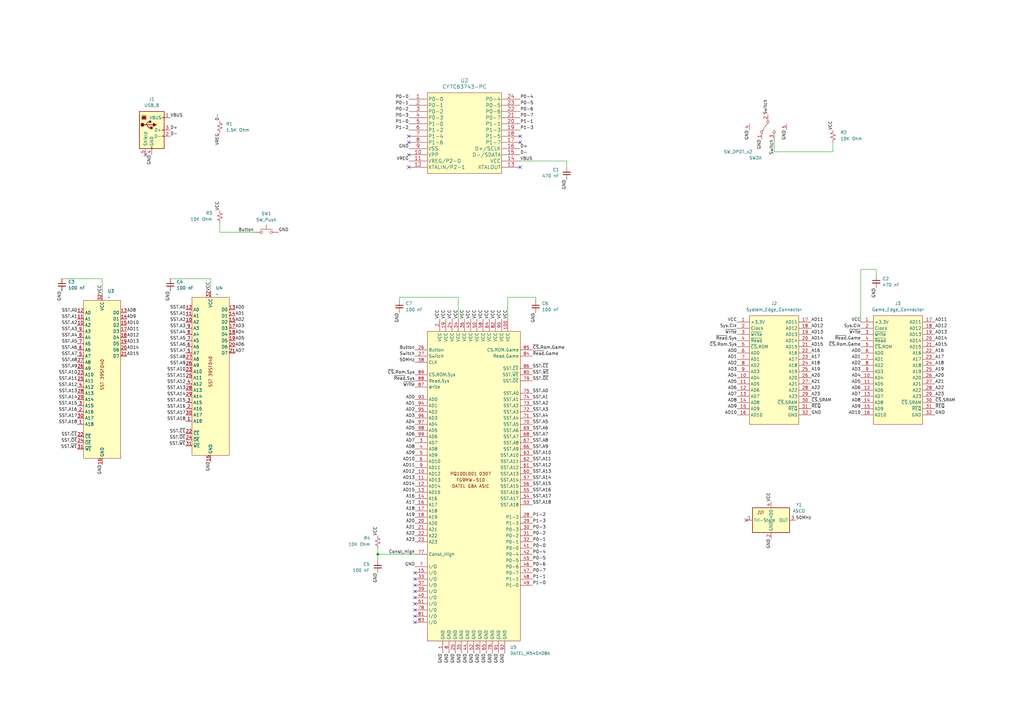
<source format=kicad_sch>
(kicad_sch
	(version 20231120)
	(generator "eeschema")
	(generator_version "8.0")
	(uuid "7bfd798b-d292-42be-9b53-093de4d3397a")
	(paper "A3")
	(lib_symbols
		(symbol "!GBA:CY7C63743-PC"
			(pin_names
				(offset 0.254)
			)
			(exclude_from_sim no)
			(in_bom yes)
			(on_board yes)
			(property "Reference" "U2"
				(at 22.8854 8.89 0)
				(effects
					(font
						(size 1.524 1.524)
					)
				)
			)
			(property "Value" "CY7C63743-PC"
				(at 22.8854 5.08 0)
				(effects
					(font
						(size 1.524 1.524)
					)
				)
			)
			(property "Footprint" "GBA:CY7C63743"
				(at 22.098 3.556 0)
				(effects
					(font
						(size 1.524 1.524)
					)
					(hide yes)
				)
			)
			(property "Datasheet" ""
				(at 0 0 0)
				(effects
					(font
						(size 1.524 1.524)
					)
				)
			)
			(property "Description" ""
				(at 0 0 0)
				(effects
					(font
						(size 1.27 1.27)
					)
					(hide yes)
				)
			)
			(property "ki_locked" ""
				(at 0 0 0)
				(effects
					(font
						(size 1.27 1.27)
					)
				)
			)
			(property "ki_fp_filters" "PDIP-24"
				(at 0 0 0)
				(effects
					(font
						(size 1.27 1.27)
					)
					(hide yes)
				)
			)
			(symbol "CY7C63743-PC_1_1"
				(rectangle
					(start 7.62 2.54)
					(end 38.1 -30.48)
					(stroke
						(width 0)
						(type default)
					)
					(fill
						(type background)
					)
				)
				(pin unspecified line
					(at 0 0 0)
					(length 7.62)
					(name "P0-0"
						(effects
							(font
								(size 1.4986 1.4986)
							)
						)
					)
					(number "1"
						(effects
							(font
								(size 1.4986 1.4986)
							)
						)
					)
				)
				(pin power_in line
					(at 0 -22.86 0)
					(length 7.62)
					(name "VPP"
						(effects
							(font
								(size 1.4986 1.4986)
							)
						)
					)
					(number "10"
						(effects
							(font
								(size 1.4986 1.4986)
							)
						)
					)
				)
				(pin unspecified line
					(at 0 -25.4 0)
					(length 7.62)
					(name "VREG/P2-0"
						(effects
							(font
								(size 1.4986 1.4986)
							)
						)
					)
					(number "11"
						(effects
							(font
								(size 1.4986 1.4986)
							)
						)
					)
				)
				(pin unspecified line
					(at 0 -27.94 0)
					(length 7.62)
					(name "XTALIN/P2-1"
						(effects
							(font
								(size 1.4986 1.4986)
							)
						)
					)
					(number "12"
						(effects
							(font
								(size 1.4986 1.4986)
							)
						)
					)
				)
				(pin output line
					(at 45.72 -27.94 180)
					(length 7.62)
					(name "XTALOUT"
						(effects
							(font
								(size 1.4986 1.4986)
							)
						)
					)
					(number "13"
						(effects
							(font
								(size 1.4986 1.4986)
							)
						)
					)
				)
				(pin power_in line
					(at 45.72 -25.4 180)
					(length 7.62)
					(name "VCC"
						(effects
							(font
								(size 1.4986 1.4986)
							)
						)
					)
					(number "14"
						(effects
							(font
								(size 1.4986 1.4986)
							)
						)
					)
				)
				(pin unspecified line
					(at 45.72 -22.86 180)
					(length 7.62)
					(name "D-/SDATA"
						(effects
							(font
								(size 1.4986 1.4986)
							)
						)
					)
					(number "15"
						(effects
							(font
								(size 1.4986 1.4986)
							)
						)
					)
				)
				(pin unspecified line
					(at 45.72 -20.32 180)
					(length 7.62)
					(name "D+/SCLK"
						(effects
							(font
								(size 1.4986 1.4986)
							)
						)
					)
					(number "16"
						(effects
							(font
								(size 1.4986 1.4986)
							)
						)
					)
				)
				(pin unspecified line
					(at 45.72 -17.78 180)
					(length 7.62)
					(name "P1-7"
						(effects
							(font
								(size 1.4986 1.4986)
							)
						)
					)
					(number "17"
						(effects
							(font
								(size 1.4986 1.4986)
							)
						)
					)
				)
				(pin unspecified line
					(at 45.72 -15.24 180)
					(length 7.62)
					(name "P1-5"
						(effects
							(font
								(size 1.4986 1.4986)
							)
						)
					)
					(number "18"
						(effects
							(font
								(size 1.4986 1.4986)
							)
						)
					)
				)
				(pin unspecified line
					(at 45.72 -12.7 180)
					(length 7.62)
					(name "P1-3"
						(effects
							(font
								(size 1.4986 1.4986)
							)
						)
					)
					(number "19"
						(effects
							(font
								(size 1.4986 1.4986)
							)
						)
					)
				)
				(pin unspecified line
					(at 0 -2.54 0)
					(length 7.62)
					(name "P0-1"
						(effects
							(font
								(size 1.4986 1.4986)
							)
						)
					)
					(number "2"
						(effects
							(font
								(size 1.4986 1.4986)
							)
						)
					)
				)
				(pin unspecified line
					(at 45.72 -10.16 180)
					(length 7.62)
					(name "P1-1"
						(effects
							(font
								(size 1.4986 1.4986)
							)
						)
					)
					(number "20"
						(effects
							(font
								(size 1.4986 1.4986)
							)
						)
					)
				)
				(pin unspecified line
					(at 45.72 -7.62 180)
					(length 7.62)
					(name "P0-7"
						(effects
							(font
								(size 1.4986 1.4986)
							)
						)
					)
					(number "21"
						(effects
							(font
								(size 1.4986 1.4986)
							)
						)
					)
				)
				(pin unspecified line
					(at 45.72 -5.08 180)
					(length 7.62)
					(name "P0-6"
						(effects
							(font
								(size 1.4986 1.4986)
							)
						)
					)
					(number "22"
						(effects
							(font
								(size 1.4986 1.4986)
							)
						)
					)
				)
				(pin unspecified line
					(at 45.72 -2.54 180)
					(length 7.62)
					(name "P0-5"
						(effects
							(font
								(size 1.4986 1.4986)
							)
						)
					)
					(number "23"
						(effects
							(font
								(size 1.4986 1.4986)
							)
						)
					)
				)
				(pin unspecified line
					(at 45.72 0 180)
					(length 7.62)
					(name "P0-4"
						(effects
							(font
								(size 1.4986 1.4986)
							)
						)
					)
					(number "24"
						(effects
							(font
								(size 1.4986 1.4986)
							)
						)
					)
				)
				(pin unspecified line
					(at 0 -5.08 0)
					(length 7.62)
					(name "P0-2"
						(effects
							(font
								(size 1.4986 1.4986)
							)
						)
					)
					(number "3"
						(effects
							(font
								(size 1.4986 1.4986)
							)
						)
					)
				)
				(pin unspecified line
					(at 0 -7.62 0)
					(length 7.62)
					(name "P0-3"
						(effects
							(font
								(size 1.4986 1.4986)
							)
						)
					)
					(number "4"
						(effects
							(font
								(size 1.4986 1.4986)
							)
						)
					)
				)
				(pin unspecified line
					(at 0 -10.16 0)
					(length 7.62)
					(name "P1-0"
						(effects
							(font
								(size 1.4986 1.4986)
							)
						)
					)
					(number "5"
						(effects
							(font
								(size 1.4986 1.4986)
							)
						)
					)
				)
				(pin unspecified line
					(at 0 -12.7 0)
					(length 7.62)
					(name "P1-2"
						(effects
							(font
								(size 1.4986 1.4986)
							)
						)
					)
					(number "6"
						(effects
							(font
								(size 1.4986 1.4986)
							)
						)
					)
				)
				(pin unspecified line
					(at 0 -15.24 0)
					(length 7.62)
					(name "P1-4"
						(effects
							(font
								(size 1.4986 1.4986)
							)
						)
					)
					(number "7"
						(effects
							(font
								(size 1.4986 1.4986)
							)
						)
					)
				)
				(pin unspecified line
					(at 0 -17.78 0)
					(length 7.62)
					(name "P1-6"
						(effects
							(font
								(size 1.4986 1.4986)
							)
						)
					)
					(number "8"
						(effects
							(font
								(size 1.4986 1.4986)
							)
						)
					)
				)
				(pin power_in line
					(at 0 -20.32 0)
					(length 7.62)
					(name "VSS"
						(effects
							(font
								(size 1.4986 1.4986)
							)
						)
					)
					(number "9"
						(effects
							(font
								(size 1.4986 1.4986)
							)
						)
					)
				)
			)
		)
		(symbol "!GBA:Cart_Edge_Connector"
			(exclude_from_sim no)
			(in_bom yes)
			(on_board yes)
			(property "Reference" "J2"
				(at 0 15.24 0)
				(effects
					(font
						(size 1.27 1.27)
					)
				)
			)
			(property "Value" "System_Edge_Connector"
				(at 0 12.7 0)
				(effects
					(font
						(size 1.27 1.27)
					)
				)
			)
			(property "Footprint" "GBA:Edge Connector"
				(at 0 19.05 0)
				(effects
					(font
						(size 1.27 1.27)
					)
					(hide yes)
				)
			)
			(property "Datasheet" ""
				(at 0 0 0)
				(effects
					(font
						(size 1.27 1.27)
					)
					(hide yes)
				)
			)
			(property "Description" ""
				(at 0 0 0)
				(effects
					(font
						(size 1.27 1.27)
					)
					(hide yes)
				)
			)
			(symbol "Cart_Edge_Connector_1_1"
				(rectangle
					(start -10.16 10.16)
					(end 10.16 -34.29)
					(stroke
						(width 0)
						(type default)
					)
					(fill
						(type background)
					)
				)
				(pin power_in line
					(at -15.24 7.62 0)
					(length 5.08)
					(name "+3.3V"
						(effects
							(font
								(size 1.27 1.27)
							)
						)
					)
					(number "1"
						(effects
							(font
								(size 1.27 1.27)
							)
						)
					)
				)
				(pin bidirectional line
					(at -15.24 -15.24 0)
					(length 5.08)
					(name "AD4"
						(effects
							(font
								(size 1.27 1.27)
							)
						)
					)
					(number "10"
						(effects
							(font
								(size 1.27 1.27)
							)
						)
					)
				)
				(pin bidirectional line
					(at -15.24 -17.78 0)
					(length 5.08)
					(name "AD5"
						(effects
							(font
								(size 1.27 1.27)
							)
						)
					)
					(number "11"
						(effects
							(font
								(size 1.27 1.27)
							)
						)
					)
				)
				(pin bidirectional line
					(at -15.24 -20.32 0)
					(length 5.08)
					(name "AD6"
						(effects
							(font
								(size 1.27 1.27)
							)
						)
					)
					(number "12"
						(effects
							(font
								(size 1.27 1.27)
							)
						)
					)
				)
				(pin bidirectional line
					(at -15.24 -22.86 0)
					(length 5.08)
					(name "AD7"
						(effects
							(font
								(size 1.27 1.27)
							)
						)
					)
					(number "13"
						(effects
							(font
								(size 1.27 1.27)
							)
						)
					)
				)
				(pin bidirectional line
					(at -15.24 -25.4 0)
					(length 5.08)
					(name "AD8"
						(effects
							(font
								(size 1.27 1.27)
							)
						)
					)
					(number "14"
						(effects
							(font
								(size 1.27 1.27)
							)
						)
					)
				)
				(pin bidirectional line
					(at -15.24 -27.94 0)
					(length 5.08)
					(name "AD9"
						(effects
							(font
								(size 1.27 1.27)
							)
						)
					)
					(number "15"
						(effects
							(font
								(size 1.27 1.27)
							)
						)
					)
				)
				(pin bidirectional line
					(at -15.24 -30.48 0)
					(length 5.08)
					(name "AD10"
						(effects
							(font
								(size 1.27 1.27)
							)
						)
					)
					(number "16"
						(effects
							(font
								(size 1.27 1.27)
							)
						)
					)
				)
				(pin bidirectional line
					(at 15.24 7.62 180)
					(length 5.08)
					(name "AD11"
						(effects
							(font
								(size 1.27 1.27)
							)
						)
					)
					(number "17"
						(effects
							(font
								(size 1.27 1.27)
							)
						)
					)
				)
				(pin bidirectional line
					(at 15.24 5.08 180)
					(length 5.08)
					(name "AD12"
						(effects
							(font
								(size 1.27 1.27)
							)
						)
					)
					(number "18"
						(effects
							(font
								(size 1.27 1.27)
							)
						)
					)
				)
				(pin bidirectional line
					(at 15.24 2.54 180)
					(length 5.08)
					(name "AD13"
						(effects
							(font
								(size 1.27 1.27)
							)
						)
					)
					(number "19"
						(effects
							(font
								(size 1.27 1.27)
							)
						)
					)
				)
				(pin bidirectional line
					(at -15.24 5.08 0)
					(length 5.08)
					(name "Clock"
						(effects
							(font
								(size 1.27 1.27)
							)
						)
					)
					(number "2"
						(effects
							(font
								(size 1.27 1.27)
							)
						)
					)
				)
				(pin bidirectional line
					(at 15.24 0 180)
					(length 5.08)
					(name "AD14"
						(effects
							(font
								(size 1.27 1.27)
							)
						)
					)
					(number "20"
						(effects
							(font
								(size 1.27 1.27)
							)
						)
					)
				)
				(pin bidirectional line
					(at 15.24 -2.54 180)
					(length 5.08)
					(name "AD15"
						(effects
							(font
								(size 1.27 1.27)
							)
						)
					)
					(number "21"
						(effects
							(font
								(size 1.27 1.27)
							)
						)
					)
				)
				(pin bidirectional line
					(at 15.24 -5.08 180)
					(length 5.08)
					(name "A16"
						(effects
							(font
								(size 1.27 1.27)
							)
						)
					)
					(number "22"
						(effects
							(font
								(size 1.27 1.27)
							)
						)
					)
				)
				(pin bidirectional line
					(at 15.24 -7.62 180)
					(length 5.08)
					(name "A17"
						(effects
							(font
								(size 1.27 1.27)
							)
						)
					)
					(number "23"
						(effects
							(font
								(size 1.27 1.27)
							)
						)
					)
				)
				(pin bidirectional line
					(at 15.24 -10.16 180)
					(length 5.08)
					(name "A18"
						(effects
							(font
								(size 1.27 1.27)
							)
						)
					)
					(number "24"
						(effects
							(font
								(size 1.27 1.27)
							)
						)
					)
				)
				(pin bidirectional line
					(at 15.24 -12.7 180)
					(length 5.08)
					(name "A19"
						(effects
							(font
								(size 1.27 1.27)
							)
						)
					)
					(number "25"
						(effects
							(font
								(size 1.27 1.27)
							)
						)
					)
				)
				(pin bidirectional line
					(at 15.24 -15.24 180)
					(length 5.08)
					(name "A20"
						(effects
							(font
								(size 1.27 1.27)
							)
						)
					)
					(number "26"
						(effects
							(font
								(size 1.27 1.27)
							)
						)
					)
				)
				(pin bidirectional line
					(at 15.24 -17.78 180)
					(length 5.08)
					(name "A21"
						(effects
							(font
								(size 1.27 1.27)
							)
						)
					)
					(number "27"
						(effects
							(font
								(size 1.27 1.27)
							)
						)
					)
				)
				(pin bidirectional line
					(at 15.24 -20.32 180)
					(length 5.08)
					(name "A22"
						(effects
							(font
								(size 1.27 1.27)
							)
						)
					)
					(number "28"
						(effects
							(font
								(size 1.27 1.27)
							)
						)
					)
				)
				(pin bidirectional line
					(at 15.24 -22.86 180)
					(length 5.08)
					(name "A23"
						(effects
							(font
								(size 1.27 1.27)
							)
						)
					)
					(number "29"
						(effects
							(font
								(size 1.27 1.27)
							)
						)
					)
				)
				(pin bidirectional line
					(at -15.24 2.54 0)
					(length 5.08)
					(name "~{Write}"
						(effects
							(font
								(size 1.27 1.27)
							)
						)
					)
					(number "3"
						(effects
							(font
								(size 1.27 1.27)
							)
						)
					)
				)
				(pin bidirectional line
					(at 15.24 -25.4 180)
					(length 5.08)
					(name "~{CS}.SRAM"
						(effects
							(font
								(size 1.27 1.27)
							)
						)
					)
					(number "30"
						(effects
							(font
								(size 1.27 1.27)
							)
						)
					)
				)
				(pin bidirectional line
					(at 15.24 -27.94 180)
					(length 5.08)
					(name "~{REQ}"
						(effects
							(font
								(size 1.27 1.27)
							)
						)
					)
					(number "31"
						(effects
							(font
								(size 1.27 1.27)
							)
						)
					)
				)
				(pin bidirectional line
					(at 15.24 -30.48 180)
					(length 5.08)
					(name "GND"
						(effects
							(font
								(size 1.27 1.27)
							)
						)
					)
					(number "32"
						(effects
							(font
								(size 1.27 1.27)
							)
						)
					)
				)
				(pin bidirectional line
					(at -15.24 0 0)
					(length 5.08)
					(name "~{Read}"
						(effects
							(font
								(size 1.27 1.27)
							)
						)
					)
					(number "4"
						(effects
							(font
								(size 1.27 1.27)
							)
						)
					)
				)
				(pin bidirectional line
					(at -15.24 -2.54 0)
					(length 5.08)
					(name "~{CS}.ROM"
						(effects
							(font
								(size 1.27 1.27)
							)
						)
					)
					(number "5"
						(effects
							(font
								(size 1.27 1.27)
							)
						)
					)
				)
				(pin bidirectional line
					(at -15.24 -5.08 0)
					(length 5.08)
					(name "AD0"
						(effects
							(font
								(size 1.27 1.27)
							)
						)
					)
					(number "6"
						(effects
							(font
								(size 1.27 1.27)
							)
						)
					)
				)
				(pin bidirectional line
					(at -15.24 -7.62 0)
					(length 5.08)
					(name "AD1"
						(effects
							(font
								(size 1.27 1.27)
							)
						)
					)
					(number "7"
						(effects
							(font
								(size 1.27 1.27)
							)
						)
					)
				)
				(pin bidirectional line
					(at -15.24 -10.16 0)
					(length 5.08)
					(name "AD2"
						(effects
							(font
								(size 1.27 1.27)
							)
						)
					)
					(number "8"
						(effects
							(font
								(size 1.27 1.27)
							)
						)
					)
				)
				(pin bidirectional line
					(at -15.24 -12.7 0)
					(length 5.08)
					(name "AD3"
						(effects
							(font
								(size 1.27 1.27)
							)
						)
					)
					(number "9"
						(effects
							(font
								(size 1.27 1.27)
							)
						)
					)
				)
			)
		)
		(symbol "!GBA:DATEL_M54SX08A"
			(exclude_from_sim no)
			(in_bom yes)
			(on_board yes)
			(property "Reference" "U5"
				(at 16.1641 -69.85 0)
				(effects
					(font
						(size 1.27 1.27)
					)
					(justify left)
				)
			)
			(property "Value" "DATEL_M54SX08A"
				(at 16.1641 -72.39 0)
				(effects
					(font
						(size 1.27 1.27)
					)
					(justify left)
				)
			)
			(property "Footprint" "GBA:ASIC"
				(at -0.254 16.764 90)
				(effects
					(font
						(size 1.27 1.27)
					)
					(hide yes)
				)
			)
			(property "Datasheet" ""
				(at 37.465 14.605 90)
				(effects
					(font
						(size 1.27 1.27)
					)
					(hide yes)
				)
			)
			(property "Description" ""
				(at 0 0 0)
				(effects
					(font
						(size 1.27 1.27)
					)
					(hide yes)
				)
			)
			(symbol "DATEL_M54SX08A_0_0"
				(text "DATEL GBA ASIC"
					(at 0 -3.81 0)
					(effects
						(font
							(size 1.27 1.27)
						)
					)
				)
				(text "FG9MW-510"
					(at 0 -1.27 0)
					(effects
						(font
							(size 1.27 1.27)
						)
					)
				)
				(text "PQ100L001 0307"
					(at 0 1.27 0)
					(effects
						(font
							(size 1.27 1.27)
						)
					)
				)
			)
			(symbol "DATEL_M54SX08A_1_1"
				(rectangle
					(start -17.78 59.69)
					(end 20.32 -67.31)
					(stroke
						(width 0)
						(type default)
					)
					(fill
						(type background)
					)
				)
				(pin power_in line
					(at -11.43 -72.39 90)
					(length 5.08)
					(name "GND"
						(effects
							(font
								(size 1.27 1.27)
							)
						)
					)
					(number "1"
						(effects
							(font
								(size 1.27 1.27)
							)
						)
					)
				)
				(pin bidirectional line
					(at -22.86 1.27 0)
					(length 5.08)
					(name "AD12"
						(effects
							(font
								(size 1.27 1.27)
							)
						)
					)
					(number "10"
						(effects
							(font
								(size 1.27 1.27)
							)
						)
					)
				)
				(pin power_in line
					(at 15.24 64.77 270)
					(length 5.08)
					(name "VCC"
						(effects
							(font
								(size 1.27 1.27)
							)
						)
					)
					(number "100"
						(effects
							(font
								(size 1.27 1.27)
							)
						)
					)
				)
				(pin bidirectional line
					(at -22.86 -1.27 0)
					(length 5.08)
					(name "AD13"
						(effects
							(font
								(size 1.27 1.27)
							)
						)
					)
					(number "11"
						(effects
							(font
								(size 1.27 1.27)
							)
						)
					)
				)
				(pin bidirectional line
					(at -22.86 -3.81 0)
					(length 5.08)
					(name "AD14"
						(effects
							(font
								(size 1.27 1.27)
							)
						)
					)
					(number "12"
						(effects
							(font
								(size 1.27 1.27)
							)
						)
					)
				)
				(pin bidirectional line
					(at -22.86 -6.35 0)
					(length 5.08)
					(name "AD15"
						(effects
							(font
								(size 1.27 1.27)
							)
						)
					)
					(number "13"
						(effects
							(font
								(size 1.27 1.27)
							)
						)
					)
				)
				(pin input line
					(at -22.86 -8.89 0)
					(length 5.08)
					(name "A16"
						(effects
							(font
								(size 1.27 1.27)
							)
						)
					)
					(number "14"
						(effects
							(font
								(size 1.27 1.27)
							)
						)
					)
				)
				(pin bidirectional line
					(at -22.86 -39.37 0)
					(length 5.08)
					(name "I/O"
						(effects
							(font
								(size 1.27 1.27)
							)
						)
					)
					(number "15"
						(effects
							(font
								(size 1.27 1.27)
							)
						)
					)
				)
				(pin input line
					(at -22.86 -11.43 0)
					(length 5.08)
					(name "A17"
						(effects
							(font
								(size 1.27 1.27)
							)
						)
					)
					(number "16"
						(effects
							(font
								(size 1.27 1.27)
							)
						)
					)
				)
				(pin input line
					(at -22.86 -13.97 0)
					(length 5.08)
					(name "A18"
						(effects
							(font
								(size 1.27 1.27)
							)
						)
					)
					(number "17"
						(effects
							(font
								(size 1.27 1.27)
							)
						)
					)
				)
				(pin input line
					(at -22.86 -16.51 0)
					(length 5.08)
					(name "A19"
						(effects
							(font
								(size 1.27 1.27)
							)
						)
					)
					(number "18"
						(effects
							(font
								(size 1.27 1.27)
							)
						)
					)
				)
				(pin bidirectional line
					(at -10.16 64.77 270)
					(length 5.08)
					(name "VCC"
						(effects
							(font
								(size 1.27 1.27)
							)
						)
					)
					(number "19"
						(effects
							(font
								(size 1.27 1.27)
							)
						)
					)
				)
				(pin power_in line
					(at -12.7 64.77 270)
					(length 5.08)
					(name "VCC"
						(effects
							(font
								(size 1.27 1.27)
							)
						)
					)
					(number "2"
						(effects
							(font
								(size 1.27 1.27)
							)
						)
					)
				)
				(pin input line
					(at -22.86 -19.05 0)
					(length 5.08)
					(name "A20"
						(effects
							(font
								(size 1.27 1.27)
							)
						)
					)
					(number "20"
						(effects
							(font
								(size 1.27 1.27)
							)
						)
					)
				)
				(pin input line
					(at -22.86 -21.59 0)
					(length 5.08)
					(name "A21"
						(effects
							(font
								(size 1.27 1.27)
							)
						)
					)
					(number "21"
						(effects
							(font
								(size 1.27 1.27)
							)
						)
					)
				)
				(pin input line
					(at -22.86 -24.13 0)
					(length 5.08)
					(name "A22"
						(effects
							(font
								(size 1.27 1.27)
							)
						)
					)
					(number "22"
						(effects
							(font
								(size 1.27 1.27)
							)
						)
					)
				)
				(pin input line
					(at -22.86 -26.67 0)
					(length 5.08)
					(name "A23"
						(effects
							(font
								(size 1.27 1.27)
							)
						)
					)
					(number "23"
						(effects
							(font
								(size 1.27 1.27)
							)
						)
					)
				)
				(pin power_in line
					(at -7.62 64.77 270)
					(length 5.08)
					(name "VCC"
						(effects
							(font
								(size 1.27 1.27)
							)
						)
					)
					(number "24"
						(effects
							(font
								(size 1.27 1.27)
							)
						)
					)
				)
				(pin power_in line
					(at -6.35 -72.39 90)
					(length 5.08)
					(name "GND"
						(effects
							(font
								(size 1.27 1.27)
							)
						)
					)
					(number "25"
						(effects
							(font
								(size 1.27 1.27)
							)
						)
					)
				)
				(pin input line
					(at -22.86 52.07 0)
					(length 5.08)
					(name "Button"
						(effects
							(font
								(size 1.27 1.27)
							)
						)
					)
					(number "26"
						(effects
							(font
								(size 1.27 1.27)
							)
						)
					)
				)
				(pin input line
					(at -22.86 49.53 0)
					(length 5.08)
					(name "Switch"
						(effects
							(font
								(size 1.27 1.27)
							)
						)
					)
					(number "27"
						(effects
							(font
								(size 1.27 1.27)
							)
						)
					)
				)
				(pin bidirectional line
					(at 25.4 -16.51 180)
					(length 5.08)
					(name "P1-2"
						(effects
							(font
								(size 1.27 1.27)
							)
						)
					)
					(number "28"
						(effects
							(font
								(size 1.27 1.27)
							)
						)
					)
				)
				(pin bidirectional line
					(at 25.4 -19.05 180)
					(length 5.08)
					(name "P1-3"
						(effects
							(font
								(size 1.27 1.27)
							)
						)
					)
					(number "29"
						(effects
							(font
								(size 1.27 1.27)
							)
						)
					)
				)
				(pin bidirectional line
					(at -22.86 13.97 0)
					(length 5.08)
					(name "AD7"
						(effects
							(font
								(size 1.27 1.27)
							)
						)
					)
					(number "3"
						(effects
							(font
								(size 1.27 1.27)
							)
						)
					)
				)
				(pin bidirectional line
					(at 25.4 -21.59 180)
					(length 5.08)
					(name "P0-3"
						(effects
							(font
								(size 1.27 1.27)
							)
						)
					)
					(number "30"
						(effects
							(font
								(size 1.27 1.27)
							)
						)
					)
				)
				(pin bidirectional line
					(at 25.4 -24.13 180)
					(length 5.08)
					(name "P0-2"
						(effects
							(font
								(size 1.27 1.27)
							)
						)
					)
					(number "31"
						(effects
							(font
								(size 1.27 1.27)
							)
						)
					)
				)
				(pin bidirectional line
					(at 25.4 -26.67 180)
					(length 5.08)
					(name "P0-1"
						(effects
							(font
								(size 1.27 1.27)
							)
						)
					)
					(number "32"
						(effects
							(font
								(size 1.27 1.27)
							)
						)
					)
				)
				(pin bidirectional line
					(at -22.86 -41.91 0)
					(length 5.08)
					(name "I/O"
						(effects
							(font
								(size 1.27 1.27)
							)
						)
					)
					(number "33"
						(effects
							(font
								(size 1.27 1.27)
							)
						)
					)
				)
				(pin power_in line
					(at -5.08 64.77 270)
					(length 5.08)
					(name "VCC"
						(effects
							(font
								(size 1.27 1.27)
							)
						)
					)
					(number "34"
						(effects
							(font
								(size 1.27 1.27)
							)
						)
					)
				)
				(pin power_in line
					(at -3.81 -72.39 90)
					(length 5.08)
					(name "GND"
						(effects
							(font
								(size 1.27 1.27)
							)
						)
					)
					(number "35"
						(effects
							(font
								(size 1.27 1.27)
							)
						)
					)
				)
				(pin power_in line
					(at -2.54 64.77 270)
					(length 5.08)
					(name "VCC"
						(effects
							(font
								(size 1.27 1.27)
							)
						)
					)
					(number "36"
						(effects
							(font
								(size 1.27 1.27)
							)
						)
					)
				)
				(pin bidirectional line
					(at -22.86 -44.45 0)
					(length 5.08)
					(name "I/O"
						(effects
							(font
								(size 1.27 1.27)
							)
						)
					)
					(number "37"
						(effects
							(font
								(size 1.27 1.27)
							)
						)
					)
				)
				(pin input line
					(at -22.86 46.99 0)
					(length 5.08)
					(name "CLK"
						(effects
							(font
								(size 1.27 1.27)
							)
						)
					)
					(number "38"
						(effects
							(font
								(size 1.27 1.27)
							)
						)
					)
				)
				(pin bidirectional line
					(at -22.86 -46.99 0)
					(length 5.08)
					(name "I/O"
						(effects
							(font
								(size 1.27 1.27)
							)
						)
					)
					(number "39"
						(effects
							(font
								(size 1.27 1.27)
							)
						)
					)
				)
				(pin bidirectional line
					(at -22.86 11.43 0)
					(length 5.08)
					(name "AD8"
						(effects
							(font
								(size 1.27 1.27)
							)
						)
					)
					(number "4"
						(effects
							(font
								(size 1.27 1.27)
							)
						)
					)
				)
				(pin bidirectional line
					(at -22.86 -49.53 0)
					(length 5.08)
					(name "I/O"
						(effects
							(font
								(size 1.27 1.27)
							)
						)
					)
					(number "40"
						(effects
							(font
								(size 1.27 1.27)
							)
						)
					)
				)
				(pin bidirectional line
					(at 25.4 -29.21 180)
					(length 5.08)
					(name "P0-0"
						(effects
							(font
								(size 1.27 1.27)
							)
						)
					)
					(number "41"
						(effects
							(font
								(size 1.27 1.27)
							)
						)
					)
				)
				(pin bidirectional line
					(at 25.4 -31.75 180)
					(length 5.08)
					(name "P0-4"
						(effects
							(font
								(size 1.27 1.27)
							)
						)
					)
					(number "42"
						(effects
							(font
								(size 1.27 1.27)
							)
						)
					)
				)
				(pin power_in line
					(at 0 64.77 270)
					(length 5.08)
					(name "VCC"
						(effects
							(font
								(size 1.27 1.27)
							)
						)
					)
					(number "43"
						(effects
							(font
								(size 1.27 1.27)
							)
						)
					)
				)
				(pin power_in line
					(at -1.27 -72.39 90)
					(length 5.08)
					(name "GND"
						(effects
							(font
								(size 1.27 1.27)
							)
						)
					)
					(number "44"
						(effects
							(font
								(size 1.27 1.27)
							)
						)
					)
				)
				(pin bidirectional line
					(at 25.4 -34.29 180)
					(length 5.08)
					(name "P0-5"
						(effects
							(font
								(size 1.27 1.27)
							)
						)
					)
					(number "45"
						(effects
							(font
								(size 1.27 1.27)
							)
						)
					)
				)
				(pin bidirectional line
					(at 25.4 -36.83 180)
					(length 5.08)
					(name "P0-6"
						(effects
							(font
								(size 1.27 1.27)
							)
						)
					)
					(number "46"
						(effects
							(font
								(size 1.27 1.27)
							)
						)
					)
				)
				(pin bidirectional line
					(at 25.4 -39.37 180)
					(length 5.08)
					(name "P0-7"
						(effects
							(font
								(size 1.27 1.27)
							)
						)
					)
					(number "47"
						(effects
							(font
								(size 1.27 1.27)
							)
						)
					)
				)
				(pin bidirectional line
					(at 25.4 -41.91 180)
					(length 5.08)
					(name "P1-1"
						(effects
							(font
								(size 1.27 1.27)
							)
						)
					)
					(number "48"
						(effects
							(font
								(size 1.27 1.27)
							)
						)
					)
				)
				(pin bidirectional line
					(at 25.4 -44.45 180)
					(length 5.08)
					(name "P1-0"
						(effects
							(font
								(size 1.27 1.27)
							)
						)
					)
					(number "49"
						(effects
							(font
								(size 1.27 1.27)
							)
						)
					)
				)
				(pin bidirectional line
					(at -22.86 8.89 0)
					(length 5.08)
					(name "AD9"
						(effects
							(font
								(size 1.27 1.27)
							)
						)
					)
					(number "5"
						(effects
							(font
								(size 1.27 1.27)
							)
						)
					)
				)
				(pin power_in line
					(at 2.54 64.77 270)
					(length 5.08)
					(name "VCC"
						(effects
							(font
								(size 1.27 1.27)
							)
						)
					)
					(number "50"
						(effects
							(font
								(size 1.27 1.27)
							)
						)
					)
				)
				(pin bidirectional line
					(at -22.86 -52.07 0)
					(length 5.08)
					(name "I/O"
						(effects
							(font
								(size 1.27 1.27)
							)
						)
					)
					(number "51"
						(effects
							(font
								(size 1.27 1.27)
							)
						)
					)
				)
				(pin power_in line
					(at 1.27 -72.39 90)
					(length 5.08)
					(name "GND"
						(effects
							(font
								(size 1.27 1.27)
							)
						)
					)
					(number "52"
						(effects
							(font
								(size 1.27 1.27)
							)
						)
					)
				)
				(pin bidirectional line
					(at 25.4 -11.43 180)
					(length 5.08)
					(name "SST.A18"
						(effects
							(font
								(size 1.27 1.27)
							)
						)
					)
					(number "53"
						(effects
							(font
								(size 1.27 1.27)
							)
						)
					)
				)
				(pin bidirectional line
					(at 25.4 -8.89 180)
					(length 5.08)
					(name "SST.A17"
						(effects
							(font
								(size 1.27 1.27)
							)
						)
					)
					(number "54"
						(effects
							(font
								(size 1.27 1.27)
							)
						)
					)
				)
				(pin bidirectional line
					(at 25.4 -6.35 180)
					(length 5.08)
					(name "SST.A16"
						(effects
							(font
								(size 1.27 1.27)
							)
						)
					)
					(number "55"
						(effects
							(font
								(size 1.27 1.27)
							)
						)
					)
				)
				(pin bidirectional line
					(at 25.4 -3.81 180)
					(length 5.08)
					(name "SST.A15"
						(effects
							(font
								(size 1.27 1.27)
							)
						)
					)
					(number "56"
						(effects
							(font
								(size 1.27 1.27)
							)
						)
					)
				)
				(pin bidirectional line
					(at 25.4 -1.27 180)
					(length 5.08)
					(name "SST.A14"
						(effects
							(font
								(size 1.27 1.27)
							)
						)
					)
					(number "57"
						(effects
							(font
								(size 1.27 1.27)
							)
						)
					)
				)
				(pin power_in line
					(at 5.08 64.77 270)
					(length 5.08)
					(name "VCC"
						(effects
							(font
								(size 1.27 1.27)
							)
						)
					)
					(number "58"
						(effects
							(font
								(size 1.27 1.27)
							)
						)
					)
				)
				(pin power_in line
					(at 3.81 -72.39 90)
					(length 5.08)
					(name "GND"
						(effects
							(font
								(size 1.27 1.27)
							)
						)
					)
					(number "59"
						(effects
							(font
								(size 1.27 1.27)
							)
						)
					)
				)
				(pin bidirectional line
					(at -22.86 6.35 0)
					(length 5.08)
					(name "AD10"
						(effects
							(font
								(size 1.27 1.27)
							)
						)
					)
					(number "6"
						(effects
							(font
								(size 1.27 1.27)
							)
						)
					)
				)
				(pin bidirectional line
					(at 25.4 1.27 180)
					(length 5.08)
					(name "SST.A13"
						(effects
							(font
								(size 1.27 1.27)
							)
						)
					)
					(number "60"
						(effects
							(font
								(size 1.27 1.27)
							)
						)
					)
				)
				(pin bidirectional line
					(at 25.4 3.81 180)
					(length 5.08)
					(name "SST.A12"
						(effects
							(font
								(size 1.27 1.27)
							)
						)
					)
					(number "61"
						(effects
							(font
								(size 1.27 1.27)
							)
						)
					)
				)
				(pin bidirectional line
					(at 25.4 6.35 180)
					(length 5.08)
					(name "SST.A11"
						(effects
							(font
								(size 1.27 1.27)
							)
						)
					)
					(number "62"
						(effects
							(font
								(size 1.27 1.27)
							)
						)
					)
				)
				(pin bidirectional line
					(at 25.4 8.89 180)
					(length 5.08)
					(name "SST.A10"
						(effects
							(font
								(size 1.27 1.27)
							)
						)
					)
					(number "63"
						(effects
							(font
								(size 1.27 1.27)
							)
						)
					)
				)
				(pin power_in line
					(at 7.62 64.77 270)
					(length 5.08)
					(name "VCC"
						(effects
							(font
								(size 1.27 1.27)
							)
						)
					)
					(number "64"
						(effects
							(font
								(size 1.27 1.27)
							)
						)
					)
				)
				(pin power_in line
					(at 6.35 -72.39 90)
					(length 5.08)
					(name "GND"
						(effects
							(font
								(size 1.27 1.27)
							)
						)
					)
					(number "65"
						(effects
							(font
								(size 1.27 1.27)
							)
						)
					)
				)
				(pin bidirectional line
					(at 25.4 11.43 180)
					(length 5.08)
					(name "SST.A9"
						(effects
							(font
								(size 1.27 1.27)
							)
						)
					)
					(number "66"
						(effects
							(font
								(size 1.27 1.27)
							)
						)
					)
				)
				(pin bidirectional line
					(at 25.4 13.97 180)
					(length 5.08)
					(name "SST.A8"
						(effects
							(font
								(size 1.27 1.27)
							)
						)
					)
					(number "67"
						(effects
							(font
								(size 1.27 1.27)
							)
						)
					)
				)
				(pin bidirectional line
					(at 25.4 16.51 180)
					(length 5.08)
					(name "SST.A7"
						(effects
							(font
								(size 1.27 1.27)
							)
						)
					)
					(number "68"
						(effects
							(font
								(size 1.27 1.27)
							)
						)
					)
				)
				(pin bidirectional line
					(at 25.4 19.05 180)
					(length 5.08)
					(name "SST.A6"
						(effects
							(font
								(size 1.27 1.27)
							)
						)
					)
					(number "69"
						(effects
							(font
								(size 1.27 1.27)
							)
						)
					)
				)
				(pin bidirectional line
					(at -22.86 -36.83 0)
					(length 5.08)
					(name "I/O"
						(effects
							(font
								(size 1.27 1.27)
							)
						)
					)
					(number "7"
						(effects
							(font
								(size 1.27 1.27)
							)
						)
					)
				)
				(pin bidirectional line
					(at 25.4 21.59 180)
					(length 5.08)
					(name "SST.A5"
						(effects
							(font
								(size 1.27 1.27)
							)
						)
					)
					(number "70"
						(effects
							(font
								(size 1.27 1.27)
							)
						)
					)
				)
				(pin bidirectional line
					(at 25.4 24.13 180)
					(length 5.08)
					(name "SST.A4"
						(effects
							(font
								(size 1.27 1.27)
							)
						)
					)
					(number "71"
						(effects
							(font
								(size 1.27 1.27)
							)
						)
					)
				)
				(pin bidirectional line
					(at 25.4 26.67 180)
					(length 5.08)
					(name "SST.A3"
						(effects
							(font
								(size 1.27 1.27)
							)
						)
					)
					(number "72"
						(effects
							(font
								(size 1.27 1.27)
							)
						)
					)
				)
				(pin bidirectional line
					(at 25.4 29.21 180)
					(length 5.08)
					(name "SST.A2"
						(effects
							(font
								(size 1.27 1.27)
							)
						)
					)
					(number "73"
						(effects
							(font
								(size 1.27 1.27)
							)
						)
					)
				)
				(pin bidirectional line
					(at 25.4 31.75 180)
					(length 5.08)
					(name "SST.A1"
						(effects
							(font
								(size 1.27 1.27)
							)
						)
					)
					(number "74"
						(effects
							(font
								(size 1.27 1.27)
							)
						)
					)
				)
				(pin bidirectional line
					(at 25.4 34.29 180)
					(length 5.08)
					(name "SST.A0"
						(effects
							(font
								(size 1.27 1.27)
							)
						)
					)
					(number "75"
						(effects
							(font
								(size 1.27 1.27)
							)
						)
					)
				)
				(pin power_in line
					(at 8.89 -72.39 90)
					(length 5.08)
					(name "GND"
						(effects
							(font
								(size 1.27 1.27)
							)
						)
					)
					(number "76"
						(effects
							(font
								(size 1.27 1.27)
							)
						)
					)
				)
				(pin input line
					(at -22.86 -31.75 0)
					(length 5.08)
					(name "Const_High"
						(effects
							(font
								(size 1.27 1.27)
							)
						)
					)
					(number "77"
						(effects
							(font
								(size 1.27 1.27)
							)
						)
					)
				)
				(pin bidirectional line
					(at -22.86 -54.61 0)
					(length 5.08)
					(name "I/O"
						(effects
							(font
								(size 1.27 1.27)
							)
						)
					)
					(number "78"
						(effects
							(font
								(size 1.27 1.27)
							)
						)
					)
				)
				(pin output line
					(at 25.4 39.37 180)
					(length 5.08)
					(name "SST.~{OE}"
						(effects
							(font
								(size 1.27 1.27)
							)
						)
					)
					(number "79"
						(effects
							(font
								(size 1.27 1.27)
							)
						)
					)
				)
				(pin power_in line
					(at -8.89 -72.39 90)
					(length 5.08)
					(name "GND"
						(effects
							(font
								(size 1.27 1.27)
							)
						)
					)
					(number "8"
						(effects
							(font
								(size 1.27 1.27)
							)
						)
					)
				)
				(pin output line
					(at 25.4 41.91 180)
					(length 5.08)
					(name "SST.~{WE}"
						(effects
							(font
								(size 1.27 1.27)
							)
						)
					)
					(number "80"
						(effects
							(font
								(size 1.27 1.27)
							)
						)
					)
				)
				(pin bidirectional line
					(at -22.86 -57.15 0)
					(length 5.08)
					(name "I/O"
						(effects
							(font
								(size 1.27 1.27)
							)
						)
					)
					(number "81"
						(effects
							(font
								(size 1.27 1.27)
							)
						)
					)
				)
				(pin power_in line
					(at 10.16 64.77 270)
					(length 5.08)
					(name "VCC"
						(effects
							(font
								(size 1.27 1.27)
							)
						)
					)
					(number "82"
						(effects
							(font
								(size 1.27 1.27)
							)
						)
					)
				)
				(pin bidirectional line
					(at -22.86 -59.69 0)
					(length 5.08)
					(name "I/O"
						(effects
							(font
								(size 1.27 1.27)
							)
						)
					)
					(number "83"
						(effects
							(font
								(size 1.27 1.27)
							)
						)
					)
				)
				(pin output line
					(at 25.4 49.53 180)
					(length 5.08)
					(name "Read.Game"
						(effects
							(font
								(size 1.27 1.27)
							)
						)
					)
					(number "84"
						(effects
							(font
								(size 1.27 1.27)
							)
						)
					)
				)
				(pin output line
					(at 25.4 52.07 180)
					(length 5.08)
					(name "CS.ROM.Game"
						(effects
							(font
								(size 1.27 1.27)
							)
						)
					)
					(number "85"
						(effects
							(font
								(size 1.27 1.27)
							)
						)
					)
				)
				(pin output line
					(at 25.4 44.45 180)
					(length 5.08)
					(name "SST.~{CE}"
						(effects
							(font
								(size 1.27 1.27)
							)
						)
					)
					(number "86"
						(effects
							(font
								(size 1.27 1.27)
							)
						)
					)
				)
				(pin input line
					(at -22.86 36.83 0)
					(length 5.08)
					(name "Write"
						(effects
							(font
								(size 1.27 1.27)
							)
						)
					)
					(number "87"
						(effects
							(font
								(size 1.27 1.27)
							)
						)
					)
				)
				(pin input line
					(at -22.86 39.37 0)
					(length 5.08)
					(name "Read.Sys"
						(effects
							(font
								(size 1.27 1.27)
							)
						)
					)
					(number "88"
						(effects
							(font
								(size 1.27 1.27)
							)
						)
					)
				)
				(pin input line
					(at -22.86 41.91 0)
					(length 5.08)
					(name "CS.ROM.Sys"
						(effects
							(font
								(size 1.27 1.27)
							)
						)
					)
					(number "89"
						(effects
							(font
								(size 1.27 1.27)
							)
						)
					)
				)
				(pin bidirectional line
					(at -22.86 3.81 0)
					(length 5.08)
					(name "AD11"
						(effects
							(font
								(size 1.27 1.27)
							)
						)
					)
					(number "9"
						(effects
							(font
								(size 1.27 1.27)
							)
						)
					)
				)
				(pin power_in line
					(at 12.7 64.77 270)
					(length 5.08)
					(name "VCC"
						(effects
							(font
								(size 1.27 1.27)
							)
						)
					)
					(number "90"
						(effects
							(font
								(size 1.27 1.27)
							)
						)
					)
				)
				(pin power_in line
					(at 11.43 -72.39 90)
					(length 5.08)
					(name "GND"
						(effects
							(font
								(size 1.27 1.27)
							)
						)
					)
					(number "91"
						(effects
							(font
								(size 1.27 1.27)
							)
						)
					)
				)
				(pin power_in line
					(at 13.97 -72.39 90)
					(length 5.08)
					(name "GND"
						(effects
							(font
								(size 1.27 1.27)
							)
						)
					)
					(number "92"
						(effects
							(font
								(size 1.27 1.27)
							)
						)
					)
				)
				(pin bidirectional line
					(at -22.86 31.75 0)
					(length 5.08)
					(name "AD0"
						(effects
							(font
								(size 1.27 1.27)
							)
						)
					)
					(number "93"
						(effects
							(font
								(size 1.27 1.27)
							)
						)
					)
				)
				(pin bidirectional line
					(at -22.86 29.21 0)
					(length 5.08)
					(name "AD1"
						(effects
							(font
								(size 1.27 1.27)
							)
						)
					)
					(number "94"
						(effects
							(font
								(size 1.27 1.27)
							)
						)
					)
				)
				(pin bidirectional line
					(at -22.86 26.67 0)
					(length 5.08)
					(name "AD2"
						(effects
							(font
								(size 1.27 1.27)
							)
						)
					)
					(number "95"
						(effects
							(font
								(size 1.27 1.27)
							)
						)
					)
				)
				(pin bidirectional line
					(at -22.86 24.13 0)
					(length 5.08)
					(name "AD3"
						(effects
							(font
								(size 1.27 1.27)
							)
						)
					)
					(number "96"
						(effects
							(font
								(size 1.27 1.27)
							)
						)
					)
				)
				(pin bidirectional line
					(at -22.86 21.59 0)
					(length 5.08)
					(name "AD4"
						(effects
							(font
								(size 1.27 1.27)
							)
						)
					)
					(number "97"
						(effects
							(font
								(size 1.27 1.27)
							)
						)
					)
				)
				(pin bidirectional line
					(at -22.86 19.05 0)
					(length 5.08)
					(name "AD5"
						(effects
							(font
								(size 1.27 1.27)
							)
						)
					)
					(number "98"
						(effects
							(font
								(size 1.27 1.27)
							)
						)
					)
				)
				(pin bidirectional line
					(at -22.86 16.51 0)
					(length 5.08)
					(name "AD6"
						(effects
							(font
								(size 1.27 1.27)
							)
						)
					)
					(number "99"
						(effects
							(font
								(size 1.27 1.27)
							)
						)
					)
				)
			)
		)
		(symbol "!GBA:SST_39SF040"
			(exclude_from_sim no)
			(in_bom yes)
			(on_board yes)
			(property "Reference" "U"
				(at -5.842 32.766 0)
				(effects
					(font
						(size 1.27 1.27)
					)
				)
			)
			(property "Value" ""
				(at -5.842 32.766 0)
				(effects
					(font
						(size 1.27 1.27)
					)
				)
			)
			(property "Footprint" ""
				(at -5.842 32.766 0)
				(effects
					(font
						(size 1.27 1.27)
					)
					(hide yes)
				)
			)
			(property "Datasheet" ""
				(at -5.842 32.766 0)
				(effects
					(font
						(size 1.27 1.27)
					)
					(hide yes)
				)
			)
			(property "Description" ""
				(at -5.842 32.766 0)
				(effects
					(font
						(size 1.27 1.27)
					)
					(hide yes)
				)
			)
			(symbol "SST_39SF040_0_0"
				(pin input line
					(at -10.16 -20.32 0)
					(length 2.54)
					(name "A18"
						(effects
							(font
								(size 1.27 1.27)
							)
						)
					)
					(number "1"
						(effects
							(font
								(size 1.27 1.27)
							)
						)
					)
				)
				(pin input line
					(at -10.16 20.32 0)
					(length 2.54)
					(name "A2"
						(effects
							(font
								(size 1.27 1.27)
							)
						)
					)
					(number "10"
						(effects
							(font
								(size 1.27 1.27)
							)
						)
					)
				)
				(pin input line
					(at -10.16 22.86 0)
					(length 2.54)
					(name "A1"
						(effects
							(font
								(size 1.27 1.27)
							)
						)
					)
					(number "11"
						(effects
							(font
								(size 1.27 1.27)
							)
						)
					)
				)
				(pin input line
					(at -10.16 25.4 0)
					(length 2.54)
					(name "A0"
						(effects
							(font
								(size 1.27 1.27)
							)
						)
					)
					(number "12"
						(effects
							(font
								(size 1.27 1.27)
							)
						)
					)
				)
				(pin bidirectional line
					(at 10.16 25.4 180)
					(length 2.54)
					(name "D0"
						(effects
							(font
								(size 1.27 1.27)
							)
						)
					)
					(number "13"
						(effects
							(font
								(size 1.27 1.27)
							)
						)
					)
				)
				(pin bidirectional line
					(at 10.16 22.86 180)
					(length 2.54)
					(name "D1"
						(effects
							(font
								(size 1.27 1.27)
							)
						)
					)
					(number "14"
						(effects
							(font
								(size 1.27 1.27)
							)
						)
					)
				)
				(pin bidirectional line
					(at 10.16 20.32 180)
					(length 2.54)
					(name "D2"
						(effects
							(font
								(size 1.27 1.27)
							)
						)
					)
					(number "15"
						(effects
							(font
								(size 1.27 1.27)
							)
						)
					)
				)
				(pin power_in line
					(at 0 -36.83 90)
					(length 2.54)
					(name "GND"
						(effects
							(font
								(size 1.27 1.27)
							)
						)
					)
					(number "16"
						(effects
							(font
								(size 1.27 1.27)
							)
						)
					)
				)
				(pin bidirectional line
					(at 10.16 17.78 180)
					(length 2.54)
					(name "D3"
						(effects
							(font
								(size 1.27 1.27)
							)
						)
					)
					(number "17"
						(effects
							(font
								(size 1.27 1.27)
							)
						)
					)
				)
				(pin bidirectional line
					(at 10.16 15.24 180)
					(length 2.54)
					(name "D4"
						(effects
							(font
								(size 1.27 1.27)
							)
						)
					)
					(number "18"
						(effects
							(font
								(size 1.27 1.27)
							)
						)
					)
				)
				(pin bidirectional line
					(at 10.16 12.7 180)
					(length 2.54)
					(name "D5"
						(effects
							(font
								(size 1.27 1.27)
							)
						)
					)
					(number "19"
						(effects
							(font
								(size 1.27 1.27)
							)
						)
					)
				)
				(pin input line
					(at -10.16 -15.24 0)
					(length 2.54)
					(name "A16"
						(effects
							(font
								(size 1.27 1.27)
							)
						)
					)
					(number "2"
						(effects
							(font
								(size 1.27 1.27)
							)
						)
					)
				)
				(pin bidirectional line
					(at 10.16 10.16 180)
					(length 2.54)
					(name "D6"
						(effects
							(font
								(size 1.27 1.27)
							)
						)
					)
					(number "20"
						(effects
							(font
								(size 1.27 1.27)
							)
						)
					)
				)
				(pin bidirectional line
					(at 10.16 7.62 180)
					(length 2.54)
					(name "D7"
						(effects
							(font
								(size 1.27 1.27)
							)
						)
					)
					(number "21"
						(effects
							(font
								(size 1.27 1.27)
							)
						)
					)
				)
				(pin input line
					(at -10.16 -25.4 0)
					(length 2.54)
					(name "~{CE}"
						(effects
							(font
								(size 1.27 1.27)
							)
						)
					)
					(number "22"
						(effects
							(font
								(size 1.27 1.27)
							)
						)
					)
				)
				(pin input line
					(at -10.16 0 0)
					(length 2.54)
					(name "A10"
						(effects
							(font
								(size 1.27 1.27)
							)
						)
					)
					(number "23"
						(effects
							(font
								(size 1.27 1.27)
							)
						)
					)
				)
				(pin input line
					(at -10.16 -27.94 0)
					(length 2.54)
					(name "~{OE}"
						(effects
							(font
								(size 1.27 1.27)
							)
						)
					)
					(number "24"
						(effects
							(font
								(size 1.27 1.27)
							)
						)
					)
				)
				(pin input line
					(at -10.16 -2.54 0)
					(length 2.54)
					(name "A11"
						(effects
							(font
								(size 1.27 1.27)
							)
						)
					)
					(number "25"
						(effects
							(font
								(size 1.27 1.27)
							)
						)
					)
				)
				(pin input line
					(at -10.16 2.54 0)
					(length 2.54)
					(name "A9"
						(effects
							(font
								(size 1.27 1.27)
							)
						)
					)
					(number "26"
						(effects
							(font
								(size 1.27 1.27)
							)
						)
					)
				)
				(pin input line
					(at -10.16 5.08 0)
					(length 2.54)
					(name "A8"
						(effects
							(font
								(size 1.27 1.27)
							)
						)
					)
					(number "27"
						(effects
							(font
								(size 1.27 1.27)
							)
						)
					)
				)
				(pin input line
					(at -10.16 -7.62 0)
					(length 2.54)
					(name "A13"
						(effects
							(font
								(size 1.27 1.27)
							)
						)
					)
					(number "28"
						(effects
							(font
								(size 1.27 1.27)
							)
						)
					)
				)
				(pin input line
					(at -10.16 -10.16 0)
					(length 2.54)
					(name "A14"
						(effects
							(font
								(size 1.27 1.27)
							)
						)
					)
					(number "29"
						(effects
							(font
								(size 1.27 1.27)
							)
						)
					)
				)
				(pin input line
					(at -10.16 -12.7 0)
					(length 2.54)
					(name "A15"
						(effects
							(font
								(size 1.27 1.27)
							)
						)
					)
					(number "3"
						(effects
							(font
								(size 1.27 1.27)
							)
						)
					)
				)
				(pin input line
					(at -10.16 -17.78 0)
					(length 2.54)
					(name "A17"
						(effects
							(font
								(size 1.27 1.27)
							)
						)
					)
					(number "30"
						(effects
							(font
								(size 1.27 1.27)
							)
						)
					)
				)
				(pin input line
					(at -10.16 -30.48 0)
					(length 2.54)
					(name "~{WE}"
						(effects
							(font
								(size 1.27 1.27)
							)
						)
					)
					(number "31"
						(effects
							(font
								(size 1.27 1.27)
							)
						)
					)
				)
				(pin power_in line
					(at 0 33.02 270)
					(length 2.54)
					(name "VCC"
						(effects
							(font
								(size 1.27 1.27)
							)
						)
					)
					(number "32"
						(effects
							(font
								(size 1.27 1.27)
							)
						)
					)
				)
				(pin input line
					(at -10.16 -5.08 0)
					(length 2.54)
					(name "A12"
						(effects
							(font
								(size 1.27 1.27)
							)
						)
					)
					(number "4"
						(effects
							(font
								(size 1.27 1.27)
							)
						)
					)
				)
				(pin input line
					(at -10.16 7.62 0)
					(length 2.54)
					(name "A7"
						(effects
							(font
								(size 1.27 1.27)
							)
						)
					)
					(number "5"
						(effects
							(font
								(size 1.27 1.27)
							)
						)
					)
				)
				(pin input line
					(at -10.16 10.16 0)
					(length 2.54)
					(name "A6"
						(effects
							(font
								(size 1.27 1.27)
							)
						)
					)
					(number "6"
						(effects
							(font
								(size 1.27 1.27)
							)
						)
					)
				)
				(pin input line
					(at -10.16 12.7 0)
					(length 2.54)
					(name "A5"
						(effects
							(font
								(size 1.27 1.27)
							)
						)
					)
					(number "7"
						(effects
							(font
								(size 1.27 1.27)
							)
						)
					)
				)
				(pin input line
					(at -10.16 15.24 0)
					(length 2.54)
					(name "A4"
						(effects
							(font
								(size 1.27 1.27)
							)
						)
					)
					(number "8"
						(effects
							(font
								(size 1.27 1.27)
							)
						)
					)
				)
				(pin input line
					(at -10.16 17.78 0)
					(length 2.54)
					(name "A3"
						(effects
							(font
								(size 1.27 1.27)
							)
						)
					)
					(number "9"
						(effects
							(font
								(size 1.27 1.27)
							)
						)
					)
				)
			)
			(symbol "SST_39SF040_1_1"
				(rectangle
					(start -7.62 30.48)
					(end 7.62 -34.29)
					(stroke
						(width 0)
						(type default)
					)
					(fill
						(type background)
					)
				)
				(text "SST 39SF040"
					(at 0 0 900)
					(effects
						(font
							(size 1.27 1.27)
						)
					)
				)
			)
		)
		(symbol "Cart_Edge_Connector_1"
			(exclude_from_sim no)
			(in_bom yes)
			(on_board yes)
			(property "Reference" "J2"
				(at 0 15.24 0)
				(effects
					(font
						(size 1.27 1.27)
					)
				)
			)
			(property "Value" "System_Edge_Connector"
				(at 0 12.7 0)
				(effects
					(font
						(size 1.27 1.27)
					)
				)
			)
			(property "Footprint" "GBA:Edge Connector"
				(at 0 19.05 0)
				(effects
					(font
						(size 1.27 1.27)
					)
					(hide yes)
				)
			)
			(property "Datasheet" ""
				(at 0 0 0)
				(effects
					(font
						(size 1.27 1.27)
					)
					(hide yes)
				)
			)
			(property "Description" ""
				(at 0 0 0)
				(effects
					(font
						(size 1.27 1.27)
					)
					(hide yes)
				)
			)
			(symbol "Cart_Edge_Connector_1_1_1"
				(rectangle
					(start -10.16 10.16)
					(end 10.16 -34.29)
					(stroke
						(width 0)
						(type default)
					)
					(fill
						(type background)
					)
				)
				(pin power_in line
					(at -15.24 7.62 0)
					(length 5.08)
					(name "+3.3V"
						(effects
							(font
								(size 1.27 1.27)
							)
						)
					)
					(number "1"
						(effects
							(font
								(size 1.27 1.27)
							)
						)
					)
				)
				(pin bidirectional line
					(at -15.24 -15.24 0)
					(length 5.08)
					(name "AD4"
						(effects
							(font
								(size 1.27 1.27)
							)
						)
					)
					(number "10"
						(effects
							(font
								(size 1.27 1.27)
							)
						)
					)
				)
				(pin bidirectional line
					(at -15.24 -17.78 0)
					(length 5.08)
					(name "AD5"
						(effects
							(font
								(size 1.27 1.27)
							)
						)
					)
					(number "11"
						(effects
							(font
								(size 1.27 1.27)
							)
						)
					)
				)
				(pin bidirectional line
					(at -15.24 -20.32 0)
					(length 5.08)
					(name "AD6"
						(effects
							(font
								(size 1.27 1.27)
							)
						)
					)
					(number "12"
						(effects
							(font
								(size 1.27 1.27)
							)
						)
					)
				)
				(pin bidirectional line
					(at -15.24 -22.86 0)
					(length 5.08)
					(name "AD7"
						(effects
							(font
								(size 1.27 1.27)
							)
						)
					)
					(number "13"
						(effects
							(font
								(size 1.27 1.27)
							)
						)
					)
				)
				(pin bidirectional line
					(at -15.24 -25.4 0)
					(length 5.08)
					(name "AD8"
						(effects
							(font
								(size 1.27 1.27)
							)
						)
					)
					(number "14"
						(effects
							(font
								(size 1.27 1.27)
							)
						)
					)
				)
				(pin bidirectional line
					(at -15.24 -27.94 0)
					(length 5.08)
					(name "AD9"
						(effects
							(font
								(size 1.27 1.27)
							)
						)
					)
					(number "15"
						(effects
							(font
								(size 1.27 1.27)
							)
						)
					)
				)
				(pin bidirectional line
					(at -15.24 -30.48 0)
					(length 5.08)
					(name "AD10"
						(effects
							(font
								(size 1.27 1.27)
							)
						)
					)
					(number "16"
						(effects
							(font
								(size 1.27 1.27)
							)
						)
					)
				)
				(pin bidirectional line
					(at 15.24 7.62 180)
					(length 5.08)
					(name "AD11"
						(effects
							(font
								(size 1.27 1.27)
							)
						)
					)
					(number "17"
						(effects
							(font
								(size 1.27 1.27)
							)
						)
					)
				)
				(pin bidirectional line
					(at 15.24 5.08 180)
					(length 5.08)
					(name "AD12"
						(effects
							(font
								(size 1.27 1.27)
							)
						)
					)
					(number "18"
						(effects
							(font
								(size 1.27 1.27)
							)
						)
					)
				)
				(pin bidirectional line
					(at 15.24 2.54 180)
					(length 5.08)
					(name "AD13"
						(effects
							(font
								(size 1.27 1.27)
							)
						)
					)
					(number "19"
						(effects
							(font
								(size 1.27 1.27)
							)
						)
					)
				)
				(pin bidirectional line
					(at -15.24 5.08 0)
					(length 5.08)
					(name "Clock"
						(effects
							(font
								(size 1.27 1.27)
							)
						)
					)
					(number "2"
						(effects
							(font
								(size 1.27 1.27)
							)
						)
					)
				)
				(pin bidirectional line
					(at 15.24 0 180)
					(length 5.08)
					(name "AD14"
						(effects
							(font
								(size 1.27 1.27)
							)
						)
					)
					(number "20"
						(effects
							(font
								(size 1.27 1.27)
							)
						)
					)
				)
				(pin bidirectional line
					(at 15.24 -2.54 180)
					(length 5.08)
					(name "AD15"
						(effects
							(font
								(size 1.27 1.27)
							)
						)
					)
					(number "21"
						(effects
							(font
								(size 1.27 1.27)
							)
						)
					)
				)
				(pin bidirectional line
					(at 15.24 -5.08 180)
					(length 5.08)
					(name "A16"
						(effects
							(font
								(size 1.27 1.27)
							)
						)
					)
					(number "22"
						(effects
							(font
								(size 1.27 1.27)
							)
						)
					)
				)
				(pin bidirectional line
					(at 15.24 -7.62 180)
					(length 5.08)
					(name "A17"
						(effects
							(font
								(size 1.27 1.27)
							)
						)
					)
					(number "23"
						(effects
							(font
								(size 1.27 1.27)
							)
						)
					)
				)
				(pin bidirectional line
					(at 15.24 -10.16 180)
					(length 5.08)
					(name "A18"
						(effects
							(font
								(size 1.27 1.27)
							)
						)
					)
					(number "24"
						(effects
							(font
								(size 1.27 1.27)
							)
						)
					)
				)
				(pin bidirectional line
					(at 15.24 -12.7 180)
					(length 5.08)
					(name "A19"
						(effects
							(font
								(size 1.27 1.27)
							)
						)
					)
					(number "25"
						(effects
							(font
								(size 1.27 1.27)
							)
						)
					)
				)
				(pin bidirectional line
					(at 15.24 -15.24 180)
					(length 5.08)
					(name "A20"
						(effects
							(font
								(size 1.27 1.27)
							)
						)
					)
					(number "26"
						(effects
							(font
								(size 1.27 1.27)
							)
						)
					)
				)
				(pin bidirectional line
					(at 15.24 -17.78 180)
					(length 5.08)
					(name "A21"
						(effects
							(font
								(size 1.27 1.27)
							)
						)
					)
					(number "27"
						(effects
							(font
								(size 1.27 1.27)
							)
						)
					)
				)
				(pin bidirectional line
					(at 15.24 -20.32 180)
					(length 5.08)
					(name "A22"
						(effects
							(font
								(size 1.27 1.27)
							)
						)
					)
					(number "28"
						(effects
							(font
								(size 1.27 1.27)
							)
						)
					)
				)
				(pin bidirectional line
					(at 15.24 -22.86 180)
					(length 5.08)
					(name "A23"
						(effects
							(font
								(size 1.27 1.27)
							)
						)
					)
					(number "29"
						(effects
							(font
								(size 1.27 1.27)
							)
						)
					)
				)
				(pin bidirectional line
					(at -15.24 2.54 0)
					(length 5.08)
					(name "~{Write}"
						(effects
							(font
								(size 1.27 1.27)
							)
						)
					)
					(number "3"
						(effects
							(font
								(size 1.27 1.27)
							)
						)
					)
				)
				(pin bidirectional line
					(at 15.24 -25.4 180)
					(length 5.08)
					(name "~{CS}.SRAM"
						(effects
							(font
								(size 1.27 1.27)
							)
						)
					)
					(number "30"
						(effects
							(font
								(size 1.27 1.27)
							)
						)
					)
				)
				(pin bidirectional line
					(at 15.24 -27.94 180)
					(length 5.08)
					(name "~{REQ}"
						(effects
							(font
								(size 1.27 1.27)
							)
						)
					)
					(number "31"
						(effects
							(font
								(size 1.27 1.27)
							)
						)
					)
				)
				(pin bidirectional line
					(at 15.24 -30.48 180)
					(length 5.08)
					(name "GND"
						(effects
							(font
								(size 1.27 1.27)
							)
						)
					)
					(number "32"
						(effects
							(font
								(size 1.27 1.27)
							)
						)
					)
				)
				(pin bidirectional line
					(at -15.24 0 0)
					(length 5.08)
					(name "~{Read}"
						(effects
							(font
								(size 1.27 1.27)
							)
						)
					)
					(number "4"
						(effects
							(font
								(size 1.27 1.27)
							)
						)
					)
				)
				(pin bidirectional line
					(at -15.24 -2.54 0)
					(length 5.08)
					(name "~{CS}.ROM"
						(effects
							(font
								(size 1.27 1.27)
							)
						)
					)
					(number "5"
						(effects
							(font
								(size 1.27 1.27)
							)
						)
					)
				)
				(pin bidirectional line
					(at -15.24 -5.08 0)
					(length 5.08)
					(name "AD0"
						(effects
							(font
								(size 1.27 1.27)
							)
						)
					)
					(number "6"
						(effects
							(font
								(size 1.27 1.27)
							)
						)
					)
				)
				(pin bidirectional line
					(at -15.24 -7.62 0)
					(length 5.08)
					(name "AD1"
						(effects
							(font
								(size 1.27 1.27)
							)
						)
					)
					(number "7"
						(effects
							(font
								(size 1.27 1.27)
							)
						)
					)
				)
				(pin bidirectional line
					(at -15.24 -10.16 0)
					(length 5.08)
					(name "AD2"
						(effects
							(font
								(size 1.27 1.27)
							)
						)
					)
					(number "8"
						(effects
							(font
								(size 1.27 1.27)
							)
						)
					)
				)
				(pin bidirectional line
					(at -15.24 -12.7 0)
					(length 5.08)
					(name "AD3"
						(effects
							(font
								(size 1.27 1.27)
							)
						)
					)
					(number "9"
						(effects
							(font
								(size 1.27 1.27)
							)
						)
					)
				)
			)
		)
		(symbol "Connector:USB_B"
			(pin_names
				(offset 1.016)
			)
			(exclude_from_sim no)
			(in_bom yes)
			(on_board yes)
			(property "Reference" "J"
				(at -5.08 11.43 0)
				(effects
					(font
						(size 1.27 1.27)
					)
					(justify left)
				)
			)
			(property "Value" "USB_B"
				(at -5.08 8.89 0)
				(effects
					(font
						(size 1.27 1.27)
					)
					(justify left)
				)
			)
			(property "Footprint" ""
				(at 3.81 -1.27 0)
				(effects
					(font
						(size 1.27 1.27)
					)
					(hide yes)
				)
			)
			(property "Datasheet" "~"
				(at 3.81 -1.27 0)
				(effects
					(font
						(size 1.27 1.27)
					)
					(hide yes)
				)
			)
			(property "Description" "USB Type B connector"
				(at 0 0 0)
				(effects
					(font
						(size 1.27 1.27)
					)
					(hide yes)
				)
			)
			(property "ki_keywords" "connector USB"
				(at 0 0 0)
				(effects
					(font
						(size 1.27 1.27)
					)
					(hide yes)
				)
			)
			(property "ki_fp_filters" "USB*"
				(at 0 0 0)
				(effects
					(font
						(size 1.27 1.27)
					)
					(hide yes)
				)
			)
			(symbol "USB_B_0_1"
				(rectangle
					(start -5.08 -7.62)
					(end 5.08 7.62)
					(stroke
						(width 0.254)
						(type default)
					)
					(fill
						(type background)
					)
				)
				(circle
					(center -3.81 2.159)
					(radius 0.635)
					(stroke
						(width 0.254)
						(type default)
					)
					(fill
						(type outline)
					)
				)
				(rectangle
					(start -3.81 5.588)
					(end -2.54 4.572)
					(stroke
						(width 0)
						(type default)
					)
					(fill
						(type outline)
					)
				)
				(circle
					(center -0.635 3.429)
					(radius 0.381)
					(stroke
						(width 0.254)
						(type default)
					)
					(fill
						(type outline)
					)
				)
				(rectangle
					(start -0.127 -7.62)
					(end 0.127 -6.858)
					(stroke
						(width 0)
						(type default)
					)
					(fill
						(type none)
					)
				)
				(polyline
					(pts
						(xy -1.905 2.159) (xy 0.635 2.159)
					)
					(stroke
						(width 0.254)
						(type default)
					)
					(fill
						(type none)
					)
				)
				(polyline
					(pts
						(xy -3.175 2.159) (xy -2.54 2.159) (xy -1.27 3.429) (xy -0.635 3.429)
					)
					(stroke
						(width 0.254)
						(type default)
					)
					(fill
						(type none)
					)
				)
				(polyline
					(pts
						(xy -2.54 2.159) (xy -1.905 2.159) (xy -1.27 0.889) (xy 0 0.889)
					)
					(stroke
						(width 0.254)
						(type default)
					)
					(fill
						(type none)
					)
				)
				(polyline
					(pts
						(xy 0.635 2.794) (xy 0.635 1.524) (xy 1.905 2.159) (xy 0.635 2.794)
					)
					(stroke
						(width 0.254)
						(type default)
					)
					(fill
						(type outline)
					)
				)
				(polyline
					(pts
						(xy -4.064 4.318) (xy -2.286 4.318) (xy -2.286 5.715) (xy -2.667 6.096) (xy -3.683 6.096) (xy -4.064 5.715)
						(xy -4.064 4.318)
					)
					(stroke
						(width 0)
						(type default)
					)
					(fill
						(type none)
					)
				)
				(rectangle
					(start 0.254 1.27)
					(end -0.508 0.508)
					(stroke
						(width 0.254)
						(type default)
					)
					(fill
						(type outline)
					)
				)
				(rectangle
					(start 5.08 -2.667)
					(end 4.318 -2.413)
					(stroke
						(width 0)
						(type default)
					)
					(fill
						(type none)
					)
				)
				(rectangle
					(start 5.08 -0.127)
					(end 4.318 0.127)
					(stroke
						(width 0)
						(type default)
					)
					(fill
						(type none)
					)
				)
				(rectangle
					(start 5.08 4.953)
					(end 4.318 5.207)
					(stroke
						(width 0)
						(type default)
					)
					(fill
						(type none)
					)
				)
			)
			(symbol "USB_B_1_1"
				(pin power_out line
					(at 7.62 5.08 180)
					(length 2.54)
					(name "VBUS"
						(effects
							(font
								(size 1.27 1.27)
							)
						)
					)
					(number "1"
						(effects
							(font
								(size 1.27 1.27)
							)
						)
					)
				)
				(pin bidirectional line
					(at 7.62 -2.54 180)
					(length 2.54)
					(name "D-"
						(effects
							(font
								(size 1.27 1.27)
							)
						)
					)
					(number "2"
						(effects
							(font
								(size 1.27 1.27)
							)
						)
					)
				)
				(pin bidirectional line
					(at 7.62 0 180)
					(length 2.54)
					(name "D+"
						(effects
							(font
								(size 1.27 1.27)
							)
						)
					)
					(number "3"
						(effects
							(font
								(size 1.27 1.27)
							)
						)
					)
				)
				(pin power_out line
					(at 0 -10.16 90)
					(length 2.54)
					(name "GND"
						(effects
							(font
								(size 1.27 1.27)
							)
						)
					)
					(number "4"
						(effects
							(font
								(size 1.27 1.27)
							)
						)
					)
				)
				(pin passive line
					(at -2.54 -10.16 90)
					(length 2.54)
					(name "Shield"
						(effects
							(font
								(size 1.27 1.27)
							)
						)
					)
					(number "5"
						(effects
							(font
								(size 1.27 1.27)
							)
						)
					)
				)
			)
		)
		(symbol "Device:C_Small"
			(pin_numbers hide)
			(pin_names
				(offset 0.254) hide)
			(exclude_from_sim no)
			(in_bom yes)
			(on_board yes)
			(property "Reference" "C"
				(at 0.254 1.778 0)
				(effects
					(font
						(size 1.27 1.27)
					)
					(justify left)
				)
			)
			(property "Value" "C_Small"
				(at 0.254 -2.032 0)
				(effects
					(font
						(size 1.27 1.27)
					)
					(justify left)
				)
			)
			(property "Footprint" ""
				(at 0 0 0)
				(effects
					(font
						(size 1.27 1.27)
					)
					(hide yes)
				)
			)
			(property "Datasheet" "~"
				(at 0 0 0)
				(effects
					(font
						(size 1.27 1.27)
					)
					(hide yes)
				)
			)
			(property "Description" "Unpolarized capacitor, small symbol"
				(at 0 0 0)
				(effects
					(font
						(size 1.27 1.27)
					)
					(hide yes)
				)
			)
			(property "ki_keywords" "capacitor cap"
				(at 0 0 0)
				(effects
					(font
						(size 1.27 1.27)
					)
					(hide yes)
				)
			)
			(property "ki_fp_filters" "C_*"
				(at 0 0 0)
				(effects
					(font
						(size 1.27 1.27)
					)
					(hide yes)
				)
			)
			(symbol "C_Small_0_1"
				(polyline
					(pts
						(xy -1.524 -0.508) (xy 1.524 -0.508)
					)
					(stroke
						(width 0.3302)
						(type default)
					)
					(fill
						(type none)
					)
				)
				(polyline
					(pts
						(xy -1.524 0.508) (xy 1.524 0.508)
					)
					(stroke
						(width 0.3048)
						(type default)
					)
					(fill
						(type none)
					)
				)
			)
			(symbol "C_Small_1_1"
				(pin passive line
					(at 0 2.54 270)
					(length 2.032)
					(name "~"
						(effects
							(font
								(size 1.27 1.27)
							)
						)
					)
					(number "1"
						(effects
							(font
								(size 1.27 1.27)
							)
						)
					)
				)
				(pin passive line
					(at 0 -2.54 90)
					(length 2.032)
					(name "~"
						(effects
							(font
								(size 1.27 1.27)
							)
						)
					)
					(number "2"
						(effects
							(font
								(size 1.27 1.27)
							)
						)
					)
				)
			)
		)
		(symbol "Device:R_Small_US"
			(pin_numbers hide)
			(pin_names
				(offset 0.254) hide)
			(exclude_from_sim no)
			(in_bom yes)
			(on_board yes)
			(property "Reference" "R"
				(at 0.762 0.508 0)
				(effects
					(font
						(size 1.27 1.27)
					)
					(justify left)
				)
			)
			(property "Value" "R_Small_US"
				(at 0.762 -1.016 0)
				(effects
					(font
						(size 1.27 1.27)
					)
					(justify left)
				)
			)
			(property "Footprint" ""
				(at 0 0 0)
				(effects
					(font
						(size 1.27 1.27)
					)
					(hide yes)
				)
			)
			(property "Datasheet" "~"
				(at 0 0 0)
				(effects
					(font
						(size 1.27 1.27)
					)
					(hide yes)
				)
			)
			(property "Description" "Resistor, small US symbol"
				(at 0 0 0)
				(effects
					(font
						(size 1.27 1.27)
					)
					(hide yes)
				)
			)
			(property "ki_keywords" "r resistor"
				(at 0 0 0)
				(effects
					(font
						(size 1.27 1.27)
					)
					(hide yes)
				)
			)
			(property "ki_fp_filters" "R_*"
				(at 0 0 0)
				(effects
					(font
						(size 1.27 1.27)
					)
					(hide yes)
				)
			)
			(symbol "R_Small_US_1_1"
				(polyline
					(pts
						(xy 0 0) (xy 1.016 -0.381) (xy 0 -0.762) (xy -1.016 -1.143) (xy 0 -1.524)
					)
					(stroke
						(width 0)
						(type default)
					)
					(fill
						(type none)
					)
				)
				(polyline
					(pts
						(xy 0 1.524) (xy 1.016 1.143) (xy 0 0.762) (xy -1.016 0.381) (xy 0 0)
					)
					(stroke
						(width 0)
						(type default)
					)
					(fill
						(type none)
					)
				)
				(pin passive line
					(at 0 2.54 270)
					(length 1.016)
					(name "~"
						(effects
							(font
								(size 1.27 1.27)
							)
						)
					)
					(number "1"
						(effects
							(font
								(size 1.27 1.27)
							)
						)
					)
				)
				(pin passive line
					(at 0 -2.54 90)
					(length 1.016)
					(name "~"
						(effects
							(font
								(size 1.27 1.27)
							)
						)
					)
					(number "2"
						(effects
							(font
								(size 1.27 1.27)
							)
						)
					)
				)
			)
		)
		(symbol "Oscillator:ASCO"
			(exclude_from_sim no)
			(in_bom yes)
			(on_board yes)
			(property "Reference" "Y"
				(at -7.62 6.35 0)
				(effects
					(font
						(size 1.27 1.27)
					)
					(justify left)
				)
			)
			(property "Value" "ASCO"
				(at 1.27 -6.35 0)
				(effects
					(font
						(size 1.27 1.27)
					)
					(justify left)
				)
			)
			(property "Footprint" "Oscillator:Oscillator_SMD_Abracon_ASCO-4Pin_1.6x1.2mm"
				(at 2.54 -8.89 0)
				(effects
					(font
						(size 1.27 1.27)
					)
					(hide yes)
				)
			)
			(property "Datasheet" "https://abracon.com/Oscillators/ASCO.pdf"
				(at -5.715 3.175 0)
				(effects
					(font
						(size 1.27 1.27)
					)
					(hide yes)
				)
			)
			(property "Description" "Crystal Clock Oscillator, Abracon ASCO"
				(at 0 0 0)
				(effects
					(font
						(size 1.27 1.27)
					)
					(hide yes)
				)
			)
			(property "ki_keywords" "Crystal Clock Oscillator"
				(at 0 0 0)
				(effects
					(font
						(size 1.27 1.27)
					)
					(hide yes)
				)
			)
			(property "ki_fp_filters" "Oscillator*Abracon*ASCO*1.6x1.2mm*"
				(at 0 0 0)
				(effects
					(font
						(size 1.27 1.27)
					)
					(hide yes)
				)
			)
			(symbol "ASCO_0_1"
				(rectangle
					(start -7.62 5.08)
					(end 7.62 -5.08)
					(stroke
						(width 0.254)
						(type default)
					)
					(fill
						(type background)
					)
				)
				(polyline
					(pts
						(xy -5.715 2.54) (xy -5.08 2.54) (xy -5.08 3.81) (xy -4.445 3.81) (xy -4.445 2.54) (xy -3.81 2.54)
						(xy -3.81 3.81) (xy -3.175 3.81) (xy -3.175 2.54)
					)
					(stroke
						(width 0)
						(type default)
					)
					(fill
						(type none)
					)
				)
			)
			(symbol "ASCO_1_1"
				(pin input line
					(at -10.16 0 0)
					(length 2.54)
					(name "Tri-State"
						(effects
							(font
								(size 1.27 1.27)
							)
						)
					)
					(number "1"
						(effects
							(font
								(size 1.27 1.27)
							)
						)
					)
				)
				(pin power_in line
					(at 0 -7.62 90)
					(length 2.54)
					(name "GND"
						(effects
							(font
								(size 1.27 1.27)
							)
						)
					)
					(number "2"
						(effects
							(font
								(size 1.27 1.27)
							)
						)
					)
				)
				(pin output line
					(at 10.16 0 180)
					(length 2.54)
					(name "OUT"
						(effects
							(font
								(size 1.27 1.27)
							)
						)
					)
					(number "3"
						(effects
							(font
								(size 1.27 1.27)
							)
						)
					)
				)
				(pin power_in line
					(at 0 7.62 270)
					(length 2.54)
					(name "VDD"
						(effects
							(font
								(size 1.27 1.27)
							)
						)
					)
					(number "4"
						(effects
							(font
								(size 1.27 1.27)
							)
						)
					)
				)
			)
		)
		(symbol "Switch:SW_DPDT_x2"
			(pin_names
				(offset 0) hide)
			(exclude_from_sim no)
			(in_bom yes)
			(on_board yes)
			(property "Reference" "J?"
				(at 12.7 2.54 90)
				(effects
					(font
						(size 1.27 1.27)
					)
					(justify left)
				)
			)
			(property "Value" "SW_DPDT_x2"
				(at 10.16 6.35 90)
				(effects
					(font
						(size 1.27 1.27)
					)
					(justify left)
				)
			)
			(property "Footprint" "Gameboy:Switch_Wide"
				(at 0 0 0)
				(effects
					(font
						(size 1.27 1.27)
					)
					(hide yes)
				)
			)
			(property "Datasheet" "~"
				(at 0 0 0)
				(effects
					(font
						(size 1.27 1.27)
					)
					(hide yes)
				)
			)
			(property "Description" "Switch, dual pole double throw, separate symbols"
				(at 0 0 0)
				(effects
					(font
						(size 1.27 1.27)
					)
					(hide yes)
				)
			)
			(property "ki_keywords" "switch dual-pole double-throw DPDT spdt ON-ON"
				(at 0 0 0)
				(effects
					(font
						(size 1.27 1.27)
					)
					(hide yes)
				)
			)
			(property "ki_fp_filters" "SW*DPDT*"
				(at 0 0 0)
				(effects
					(font
						(size 1.27 1.27)
					)
					(hide yes)
				)
			)
			(symbol "SW_DPDT_x2_0_0"
				(circle
					(center -2.032 0)
					(radius 0.508)
					(stroke
						(width 0)
						(type default)
					)
					(fill
						(type none)
					)
				)
				(circle
					(center 2.032 -2.54)
					(radius 0.508)
					(stroke
						(width 0)
						(type default)
					)
					(fill
						(type none)
					)
				)
			)
			(symbol "SW_DPDT_x2_0_1"
				(polyline
					(pts
						(xy -1.524 0.254) (xy 1.651 2.286)
					)
					(stroke
						(width 0)
						(type default)
					)
					(fill
						(type none)
					)
				)
				(circle
					(center 2.032 2.54)
					(radius 0.508)
					(stroke
						(width 0)
						(type default)
					)
					(fill
						(type none)
					)
				)
			)
			(symbol "SW_DPDT_x2_1_1"
				(pin passive line
					(at 5.08 2.54 180)
					(length 2.54)
					(name "A"
						(effects
							(font
								(size 1.27 1.27)
							)
						)
					)
					(number "1"
						(effects
							(font
								(size 1.27 1.27)
							)
						)
					)
				)
				(pin passive line
					(at -5.08 0 0)
					(length 2.54)
					(name "B"
						(effects
							(font
								(size 1.27 1.27)
							)
						)
					)
					(number "2"
						(effects
							(font
								(size 1.27 1.27)
							)
						)
					)
				)
				(pin passive line
					(at 5.08 -2.54 180)
					(length 2.54)
					(name "C"
						(effects
							(font
								(size 1.27 1.27)
							)
						)
					)
					(number "3"
						(effects
							(font
								(size 1.27 1.27)
							)
						)
					)
				)
				(pin power_in line
					(at 1.27 7.62 180)
					(length 2.54)
					(name "Case_GND"
						(effects
							(font
								(size 1.27 1.27)
							)
						)
					)
					(number "4"
						(effects
							(font
								(size 1.27 1.27)
							)
						)
					)
				)
				(pin power_in line
					(at 1.27 -7.62 180)
					(length 2.54)
					(name "Case_GND"
						(effects
							(font
								(size 1.27 1.27)
							)
						)
					)
					(number "5"
						(effects
							(font
								(size 1.27 1.27)
							)
						)
					)
				)
			)
			(symbol "SW_DPDT_x2_2_1"
				(pin passive line
					(at 5.08 2.54 180)
					(length 2.54)
					(name "A"
						(effects
							(font
								(size 1.27 1.27)
							)
						)
					)
					(number "4"
						(effects
							(font
								(size 1.27 1.27)
							)
						)
					)
				)
				(pin power_in line
					(at 1.27 7.62 0)
					(length 2.54)
					(name "Case_GND"
						(effects
							(font
								(size 1.27 1.27)
							)
						)
					)
					(number "4-UB"
						(effects
							(font
								(size 1.27 1.27)
							)
						)
					)
				)
				(pin passive line
					(at -5.08 0 0)
					(length 2.54)
					(name "B"
						(effects
							(font
								(size 1.27 1.27)
							)
						)
					)
					(number "5"
						(effects
							(font
								(size 1.27 1.27)
							)
						)
					)
				)
				(pin power_in line
					(at 1.27 -7.62 0)
					(length 2.54)
					(name "Case_GND"
						(effects
							(font
								(size 1.27 1.27)
							)
						)
					)
					(number "5-UB"
						(effects
							(font
								(size 1.27 1.27)
							)
						)
					)
				)
				(pin passive line
					(at 5.08 -2.54 180)
					(length 2.54)
					(name "C"
						(effects
							(font
								(size 1.27 1.27)
							)
						)
					)
					(number "6"
						(effects
							(font
								(size 1.27 1.27)
							)
						)
					)
				)
			)
		)
		(symbol "Switch:SW_Push"
			(pin_numbers hide)
			(pin_names
				(offset 1.016) hide)
			(exclude_from_sim no)
			(in_bom yes)
			(on_board yes)
			(property "Reference" "SW"
				(at 1.27 2.54 0)
				(effects
					(font
						(size 1.27 1.27)
					)
					(justify left)
				)
			)
			(property "Value" "SW_Push"
				(at 0 -1.524 0)
				(effects
					(font
						(size 1.27 1.27)
					)
				)
			)
			(property "Footprint" ""
				(at 0 5.08 0)
				(effects
					(font
						(size 1.27 1.27)
					)
					(hide yes)
				)
			)
			(property "Datasheet" "~"
				(at 0 5.08 0)
				(effects
					(font
						(size 1.27 1.27)
					)
					(hide yes)
				)
			)
			(property "Description" "Push button switch, generic, two pins"
				(at 0 0 0)
				(effects
					(font
						(size 1.27 1.27)
					)
					(hide yes)
				)
			)
			(property "ki_keywords" "switch normally-open pushbutton push-button"
				(at 0 0 0)
				(effects
					(font
						(size 1.27 1.27)
					)
					(hide yes)
				)
			)
			(symbol "SW_Push_0_1"
				(circle
					(center -2.032 0)
					(radius 0.508)
					(stroke
						(width 0)
						(type default)
					)
					(fill
						(type none)
					)
				)
				(polyline
					(pts
						(xy 0 1.27) (xy 0 3.048)
					)
					(stroke
						(width 0)
						(type default)
					)
					(fill
						(type none)
					)
				)
				(polyline
					(pts
						(xy 2.54 1.27) (xy -2.54 1.27)
					)
					(stroke
						(width 0)
						(type default)
					)
					(fill
						(type none)
					)
				)
				(circle
					(center 2.032 0)
					(radius 0.508)
					(stroke
						(width 0)
						(type default)
					)
					(fill
						(type none)
					)
				)
				(pin passive line
					(at -5.08 0 0)
					(length 2.54)
					(name "1"
						(effects
							(font
								(size 1.27 1.27)
							)
						)
					)
					(number "1"
						(effects
							(font
								(size 1.27 1.27)
							)
						)
					)
				)
				(pin passive line
					(at 5.08 0 180)
					(length 2.54)
					(name "2"
						(effects
							(font
								(size 1.27 1.27)
							)
						)
					)
					(number "2"
						(effects
							(font
								(size 1.27 1.27)
							)
						)
					)
				)
			)
		)
	)
	(junction
		(at 154.94 227.33)
		(diameter 0)
		(color 0 0 0 0)
		(uuid "49ccaa41-7a6f-415f-8d08-c9e590a38223")
	)
	(no_connect
		(at 170.18 245.11)
		(uuid "02dce189-5347-402e-9bca-b24f5edf84b1")
	)
	(no_connect
		(at 213.36 58.42)
		(uuid "0a2487f0-1b1f-4fb0-a045-20128bdecd0e")
	)
	(no_connect
		(at 167.64 63.5)
		(uuid "1806e9f6-019c-4e81-b801-c326f327f4d4")
	)
	(no_connect
		(at 213.36 55.88)
		(uuid "2819c095-800f-4a10-b519-81ae89215aac")
	)
	(no_connect
		(at 213.36 68.58)
		(uuid "29ad963c-aa28-44b2-808e-164cdbd4d4d8")
	)
	(no_connect
		(at 59.69 63.5)
		(uuid "3dffe3f4-7380-4f4f-99be-edc0314c57e5")
	)
	(no_connect
		(at 170.18 250.19)
		(uuid "460cee18-1a2c-4ab7-b7d4-e3f73e89385a")
	)
	(no_connect
		(at 167.64 58.42)
		(uuid "530fdb7d-787e-49ed-898d-0cf33e40a46c")
	)
	(no_connect
		(at 170.18 237.49)
		(uuid "53b6aeb7-32cf-429d-9ab5-b1cd6c4e989a")
	)
	(no_connect
		(at 167.64 55.88)
		(uuid "66afcce6-c370-424c-a173-f46035ac3196")
	)
	(no_connect
		(at 306.07 213.36)
		(uuid "6d0ecc0b-dd6b-4050-96d8-327f5b1b9b27")
	)
	(no_connect
		(at 170.18 247.65)
		(uuid "79ec566f-6548-4d76-b204-d8dc402484ca")
	)
	(no_connect
		(at 170.18 255.27)
		(uuid "88a13e8e-8261-4a5b-942b-26f73905492d")
	)
	(no_connect
		(at 170.18 240.03)
		(uuid "8f9f6db1-d515-4439-90d4-883f894e93a3")
	)
	(no_connect
		(at 170.18 252.73)
		(uuid "98a42187-1f73-4ae8-bd62-78fb7c513f69")
	)
	(no_connect
		(at 170.18 234.95)
		(uuid "b5572400-bff5-4ff2-9b6c-4c7be316de68")
	)
	(no_connect
		(at 167.64 68.58)
		(uuid "c97d0824-e002-4e48-bca4-73b6b8311aea")
	)
	(no_connect
		(at 170.18 242.57)
		(uuid "f98c7501-fd4f-4485-be77-a3adcd3d2b94")
	)
	(wire
		(pts
			(xy 90.17 95.25) (xy 104.14 95.25)
		)
		(stroke
			(width 0)
			(type default)
		)
		(uuid "037c7726-99b6-421d-8e89-596b3e7c9b6a")
	)
	(wire
		(pts
			(xy 219.71 121.92) (xy 208.28 121.92)
		)
		(stroke
			(width 0)
			(type default)
		)
		(uuid "1082d109-5b58-44cc-a5f9-f24f3b84de61")
	)
	(wire
		(pts
			(xy 163.83 121.92) (xy 187.96 121.92)
		)
		(stroke
			(width 0)
			(type default)
		)
		(uuid "12d79a27-cdfb-4086-ae2c-ddfee1e2f684")
	)
	(wire
		(pts
			(xy 163.83 121.92) (xy 163.83 123.19)
		)
		(stroke
			(width 0)
			(type default)
		)
		(uuid "1bdd2d78-a182-4e91-9d94-112de61003f6")
	)
	(wire
		(pts
			(xy 359.41 113.03) (xy 359.41 110.49)
		)
		(stroke
			(width 0)
			(type default)
		)
		(uuid "2770154c-6b9e-49cd-a38a-a299f49d2984")
	)
	(wire
		(pts
			(xy 232.41 66.04) (xy 213.36 66.04)
		)
		(stroke
			(width 0)
			(type default)
		)
		(uuid "352c640a-8f60-4a3f-94da-448325f025bd")
	)
	(wire
		(pts
			(xy 154.94 229.87) (xy 154.94 227.33)
		)
		(stroke
			(width 0)
			(type default)
		)
		(uuid "40efb82b-7ffb-4b69-8092-687fdb2bd743")
	)
	(wire
		(pts
			(xy 317.5 62.23) (xy 317.5 57.15)
		)
		(stroke
			(width 0)
			(type default)
		)
		(uuid "4303a9b7-ec6c-4bee-9e80-7a5cf7317fa0")
	)
	(wire
		(pts
			(xy 90.17 91.44) (xy 90.17 95.25)
		)
		(stroke
			(width 0)
			(type default)
		)
		(uuid "51bfa202-e983-4e39-bf02-166ceb0be38a")
	)
	(wire
		(pts
			(xy 86.36 114.3) (xy 86.36 119.38)
		)
		(stroke
			(width 0)
			(type default)
		)
		(uuid "5f0540e8-4dcb-4220-89bd-082f390d920f")
	)
	(wire
		(pts
			(xy 187.96 121.92) (xy 187.96 130.81)
		)
		(stroke
			(width 0)
			(type default)
		)
		(uuid "76d63f5f-0ffe-4502-893f-32c02e2dc53f")
	)
	(wire
		(pts
			(xy 232.41 68.58) (xy 232.41 66.04)
		)
		(stroke
			(width 0)
			(type default)
		)
		(uuid "81a11aa3-669e-41ac-9189-a0143697355d")
	)
	(wire
		(pts
			(xy 41.91 114.3) (xy 41.91 120.65)
		)
		(stroke
			(width 0)
			(type default)
		)
		(uuid "962e638c-90b1-4466-805f-a229e65f876b")
	)
	(wire
		(pts
			(xy 69.85 114.3) (xy 86.36 114.3)
		)
		(stroke
			(width 0)
			(type default)
		)
		(uuid "98ae0b27-3bc1-4d40-a96f-cf6dbc3f415c")
	)
	(wire
		(pts
			(xy 359.41 110.49) (xy 353.06 110.49)
		)
		(stroke
			(width 0)
			(type default)
		)
		(uuid "9c3ff77b-dde0-4d5e-b3cc-e691e6c89c3a")
	)
	(wire
		(pts
			(xy 154.94 224.79) (xy 154.94 227.33)
		)
		(stroke
			(width 0)
			(type default)
		)
		(uuid "9ca522ad-cbd6-4907-bdb3-59c30df4cfa7")
	)
	(wire
		(pts
			(xy 341.63 62.23) (xy 317.5 62.23)
		)
		(stroke
			(width 0)
			(type default)
		)
		(uuid "a003420e-70aa-454c-8542-f2f3d6c3def1")
	)
	(wire
		(pts
			(xy 25.4 114.3) (xy 41.91 114.3)
		)
		(stroke
			(width 0)
			(type default)
		)
		(uuid "c81edbb3-1a70-4c1b-bf0a-876292b3e514")
	)
	(wire
		(pts
			(xy 219.71 121.92) (xy 219.71 123.19)
		)
		(stroke
			(width 0)
			(type default)
		)
		(uuid "d8b77d9e-b553-488d-b456-9ad2e2f5589a")
	)
	(wire
		(pts
			(xy 353.06 110.49) (xy 353.06 132.08)
		)
		(stroke
			(width 0)
			(type default)
		)
		(uuid "e5704c96-78bc-480e-b7c9-a0f76c96488b")
	)
	(wire
		(pts
			(xy 341.63 58.42) (xy 341.63 62.23)
		)
		(stroke
			(width 0)
			(type default)
		)
		(uuid "f1097287-f6d2-442d-a95b-7d02ba2f417c")
	)
	(wire
		(pts
			(xy 154.94 227.33) (xy 170.18 227.33)
		)
		(stroke
			(width 0)
			(type default)
		)
		(uuid "f40a9752-2df3-404a-8c7a-afc54e52b56f")
	)
	(wire
		(pts
			(xy 208.28 121.92) (xy 208.28 130.81)
		)
		(stroke
			(width 0)
			(type default)
		)
		(uuid "f6fa01f6-8f86-4417-b82c-56ea9c239025")
	)
	(label "AD1"
		(at 170.18 166.37 180)
		(effects
			(font
				(size 1.27 1.27)
			)
			(justify right bottom)
		)
		(uuid "0017b268-7de5-484e-b763-ccde1a24855b")
	)
	(label "AD4"
		(at 96.52 137.16 0)
		(effects
			(font
				(size 1.27 1.27)
			)
			(justify left bottom)
		)
		(uuid "00f940dc-1ad1-4090-8557-c5279cff82ca")
	)
	(label "SST.A18"
		(at 31.75 173.99 180)
		(effects
			(font
				(size 1.27 1.27)
			)
			(justify right bottom)
		)
		(uuid "0220d4ba-2acb-4d15-87ca-cc5e39e0def0")
	)
	(label "A22"
		(at 332.74 160.02 0)
		(effects
			(font
				(size 1.27 1.27)
			)
			(justify left bottom)
		)
		(uuid "03efa8e4-6e10-4a4d-9400-7f1b2e70bc69")
	)
	(label "AD12"
		(at 383.54 134.62 0)
		(effects
			(font
				(size 1.27 1.27)
			)
			(justify left bottom)
		)
		(uuid "04c52ee5-b61e-414a-8fc3-076490a84058")
	)
	(label "SST.A15"
		(at 76.2 165.1 180)
		(effects
			(font
				(size 1.27 1.27)
			)
			(justify right bottom)
		)
		(uuid "05555f8b-9e36-4e08-8b39-b9c71da555c2")
	)
	(label "VCC"
		(at 190.5 130.81 90)
		(effects
			(font
				(size 1.27 1.27)
			)
			(justify left bottom)
		)
		(uuid "05a30350-4430-4ab3-8b1e-a1162ae57708")
	)
	(label "SST.A17"
		(at 218.44 204.47 0)
		(effects
			(font
				(size 1.27 1.27)
			)
			(justify left bottom)
		)
		(uuid "08249a15-5606-43df-a35d-fd716a64a9c1")
	)
	(label "AD12"
		(at 52.07 138.43 0)
		(effects
			(font
				(size 1.27 1.27)
			)
			(justify left bottom)
		)
		(uuid "08ba48d3-cde4-4d90-ab88-2acf50d7689c")
	)
	(label "GND"
		(at 207.01 267.97 270)
		(effects
			(font
				(size 1.27 1.27)
			)
			(justify right bottom)
		)
		(uuid "0b9b635b-4fd0-4137-ae72-fbf165682755")
	)
	(label "SST.A4"
		(at 218.44 171.45 0)
		(effects
			(font
				(size 1.27 1.27)
			)
			(justify left bottom)
		)
		(uuid "0d1473a2-2351-4fff-8142-0caabdd5c806")
	)
	(label "SST.A8"
		(at 76.2 147.32 180)
		(effects
			(font
				(size 1.27 1.27)
			)
			(justify right bottom)
		)
		(uuid "0d9e5188-5200-4ad6-8f32-d3b475a853f1")
	)
	(label "P0-5"
		(at 218.44 229.87 0)
		(effects
			(font
				(size 1.27 1.27)
			)
			(justify left bottom)
		)
		(uuid "0e3acf6e-0104-4dd5-8dc9-55822eb34c0e")
	)
	(label "AD11"
		(at 52.07 135.89 0)
		(effects
			(font
				(size 1.27 1.27)
			)
			(justify left bottom)
		)
		(uuid "0f0566c5-9988-4dea-8711-b7ce00180dfa")
	)
	(label "Sys.Clk"
		(at 302.26 134.62 180)
		(effects
			(font
				(size 1.27 1.27)
			)
			(justify right bottom)
		)
		(uuid "0f38a845-cdf1-458e-b93d-1c55490424ae")
	)
	(label "SST.A6"
		(at 31.75 143.51 180)
		(effects
			(font
				(size 1.27 1.27)
			)
			(justify right bottom)
		)
		(uuid "0f418b6f-080a-475b-b864-5d03a275040b")
	)
	(label "SST.A12"
		(at 31.75 158.75 180)
		(effects
			(font
				(size 1.27 1.27)
			)
			(justify right bottom)
		)
		(uuid "123d48cd-01ff-40fb-8639-5589e12fb49e")
	)
	(label "SST.A7"
		(at 76.2 144.78 180)
		(effects
			(font
				(size 1.27 1.27)
			)
			(justify right bottom)
		)
		(uuid "1367beda-9ef4-4f4d-900d-707a85b0819a")
	)
	(label "GND"
		(at 62.23 63.5 270)
		(effects
			(font
				(size 1.27 1.27)
			)
			(justify right bottom)
		)
		(uuid "13cb6a1a-3bf6-4128-83b0-1cd0e55b571a")
	)
	(label "SST.A7"
		(at 218.44 179.07 0)
		(effects
			(font
				(size 1.27 1.27)
			)
			(justify left bottom)
		)
		(uuid "13fde846-a7e3-48b8-8a38-97c706a7aea4")
	)
	(label "VCC"
		(at 341.63 53.34 90)
		(effects
			(font
				(size 1.27 1.27)
			)
			(justify left bottom)
		)
		(uuid "15b035cd-baad-465f-bfbf-2b54ec21e3b1")
	)
	(label "SST.A15"
		(at 31.75 166.37 180)
		(effects
			(font
				(size 1.27 1.27)
			)
			(justify right bottom)
		)
		(uuid "160208e9-bd08-4dd6-95ed-8b3e377e3609")
	)
	(label "AD8"
		(at 52.07 128.27 0)
		(effects
			(font
				(size 1.27 1.27)
			)
			(justify left bottom)
		)
		(uuid "16b111d6-2abf-4942-aa8f-cb51d43cfb23")
	)
	(label "AD9"
		(at 353.06 167.64 180)
		(effects
			(font
				(size 1.27 1.27)
			)
			(justify right bottom)
		)
		(uuid "17d61f04-c823-4997-b3bb-99b0c45b317c")
	)
	(label "AD3"
		(at 170.18 171.45 180)
		(effects
			(font
				(size 1.27 1.27)
			)
			(justify right bottom)
		)
		(uuid "1931f2c6-df43-4836-9010-0ec716560592")
	)
	(label "SST.A11"
		(at 76.2 154.94 180)
		(effects
			(font
				(size 1.27 1.27)
			)
			(justify right bottom)
		)
		(uuid "1942de64-93bb-413e-910d-50b87aa3aa1e")
	)
	(label "VBUS"
		(at 69.85 48.26 0)
		(effects
			(font
				(size 1.27 1.27)
			)
			(justify left bottom)
		)
		(uuid "1a284641-d379-4ed1-a3ae-633348f244c8")
	)
	(label "GND"
		(at 114.3 95.25 0)
		(effects
			(font
				(size 1.27 1.27)
			)
			(justify left bottom)
		)
		(uuid "1bc2cea8-1629-43bf-b3db-5475981fe527")
	)
	(label "SST.A17"
		(at 31.75 171.45 180)
		(effects
			(font
				(size 1.27 1.27)
			)
			(justify right bottom)
		)
		(uuid "1dfc5e1c-2da6-4bc3-ae2b-6d0642384cf2")
	)
	(label "SST.A2"
		(at 218.44 166.37 0)
		(effects
			(font
				(size 1.27 1.27)
			)
			(justify left bottom)
		)
		(uuid "2082c091-4014-4ff1-baca-3214b901fd04")
	)
	(label "VCC"
		(at 41.91 120.65 90)
		(effects
			(font
				(size 1.27 1.27)
			)
			(justify left bottom)
		)
		(uuid "20b4e98d-a227-4943-a089-5e784be9ca26")
	)
	(label "AD8"
		(at 302.26 165.1 180)
		(effects
			(font
				(size 1.27 1.27)
			)
			(justify right bottom)
		)
		(uuid "22e38779-fd61-4895-9ee2-2ee693a21b20")
	)
	(label "A23"
		(at 332.74 162.56 0)
		(effects
			(font
				(size 1.27 1.27)
			)
			(justify left bottom)
		)
		(uuid "2395da8f-8e5b-4d70-a4a0-6838cb8aecec")
	)
	(label "VCC"
		(at 195.58 130.81 90)
		(effects
			(font
				(size 1.27 1.27)
			)
			(justify left bottom)
		)
		(uuid "23ddc923-0c73-4a90-a22f-2ebe3b6fb99e")
	)
	(label "AD5"
		(at 353.06 157.48 180)
		(effects
			(font
				(size 1.27 1.27)
			)
			(justify right bottom)
		)
		(uuid "23f985ea-2921-4c3f-9b0e-45ea02e3df27")
	)
	(label "~{CS}.Rom.Sys"
		(at 170.18 153.67 180)
		(effects
			(font
				(size 1.27 1.27)
			)
			(justify right bottom)
		)
		(uuid "2506f158-abb1-4e2c-b604-27086e59b329")
	)
	(label "Sys.Clk"
		(at 353.06 134.62 180)
		(effects
			(font
				(size 1.27 1.27)
			)
			(justify right bottom)
		)
		(uuid "267bdf45-8c7c-43ad-9a57-218758d94f5f")
	)
	(label "SST.A12"
		(at 76.2 157.48 180)
		(effects
			(font
				(size 1.27 1.27)
			)
			(justify right bottom)
		)
		(uuid "2685793a-a35f-4b41-9881-e276b35e771b")
	)
	(label "A19"
		(at 383.54 152.4 0)
		(effects
			(font
				(size 1.27 1.27)
			)
			(justify left bottom)
		)
		(uuid "289dbf31-fbf2-4119-9fd0-a65e1a224548")
	)
	(label "AD1"
		(at 353.06 147.32 180)
		(effects
			(font
				(size 1.27 1.27)
			)
			(justify right bottom)
		)
		(uuid "29343ff1-78b5-4728-b014-a8e255980035")
	)
	(label "P1-2"
		(at 167.64 53.34 180)
		(effects
			(font
				(size 1.27 1.27)
			)
			(justify right bottom)
		)
		(uuid "2c309eb4-228b-4132-9d63-cd2989820681")
	)
	(label "A19"
		(at 332.74 152.4 0)
		(effects
			(font
				(size 1.27 1.27)
			)
			(justify left bottom)
		)
		(uuid "2e7ac91e-5211-4afb-9427-01f6cc565e52")
	)
	(label "Button"
		(at 170.18 143.51 180)
		(effects
			(font
				(size 1.27 1.27)
			)
			(justify right bottom)
		)
		(uuid "2ed95bc7-3e48-4f54-b49c-7b97c162fa66")
	)
	(label "AD14"
		(at 383.54 139.7 0)
		(effects
			(font
				(size 1.27 1.27)
			)
			(justify left bottom)
		)
		(uuid "2fb87289-da03-4122-b8a9-76e459965ad4")
	)
	(label "Switch"
		(at 314.96 46.99 90)
		(effects
			(font
				(size 1.27 1.27)
			)
			(justify left bottom)
		)
		(uuid "305d869c-7869-4656-998c-3e80ceed0a87")
	)
	(label "SST.A3"
		(at 31.75 135.89 180)
		(effects
			(font
				(size 1.27 1.27)
			)
			(justify right bottom)
		)
		(uuid "30eebaa6-f767-4c7e-801d-1b5889d62b83")
	)
	(label "AD6"
		(at 353.06 160.02 180)
		(effects
			(font
				(size 1.27 1.27)
			)
			(justify right bottom)
		)
		(uuid "30f970bf-5f1c-4775-ba3c-71d3a0b52dcf")
	)
	(label "GND"
		(at 219.71 128.27 270)
		(effects
			(font
				(size 1.27 1.27)
			)
			(justify right bottom)
		)
		(uuid "3173c7af-987e-4301-820c-2a4d61473e81")
	)
	(label "SST.A0"
		(at 76.2 127 180)
		(effects
			(font
				(size 1.27 1.27)
			)
			(justify right bottom)
		)
		(uuid "31aba0c7-01ec-49f0-9d46-2215a7d6abf0")
	)
	(label "AD15"
		(at 383.54 142.24 0)
		(effects
			(font
				(size 1.27 1.27)
			)
			(justify left bottom)
		)
		(uuid "3209e488-6b5f-42dd-8c19-1ad1c46fca73")
	)
	(label "VREG"
		(at 90.17 54.61 270)
		(effects
			(font
				(size 1.27 1.27)
			)
			(justify right bottom)
		)
		(uuid "323b6f5d-8f95-407a-a2fd-b36c1e17ac8c")
	)
	(label "GND"
		(at 41.91 190.5 270)
		(effects
			(font
				(size 1.27 1.27)
			)
			(justify right bottom)
		)
		(uuid "32776f59-d4e9-4b0b-a8e5-a23494f10bd9")
	)
	(label "VCC"
		(at 200.66 130.81 90)
		(effects
			(font
				(size 1.27 1.27)
			)
			(justify left bottom)
		)
		(uuid "34e3836f-a68b-4331-b3dc-dfc89f5667ac")
	)
	(label "VCC"
		(at 203.2 130.81 90)
		(effects
			(font
				(size 1.27 1.27)
			)
			(justify left bottom)
		)
		(uuid "354e9f8a-b082-42ac-9cd1-65f850bf9abb")
	)
	(label "SST.A5"
		(at 76.2 139.7 180)
		(effects
			(font
				(size 1.27 1.27)
			)
			(justify right bottom)
		)
		(uuid "3676644a-fc13-4c8f-9d8b-94623203e4d2")
	)
	(label "GND"
		(at 163.83 128.27 270)
		(effects
			(font
				(size 1.27 1.27)
			)
			(justify right bottom)
		)
		(uuid "36edc3fa-5822-42ba-bc39-4984d09432a0")
	)
	(label "SST.A1"
		(at 218.44 163.83 0)
		(effects
			(font
				(size 1.27 1.27)
			)
			(justify left bottom)
		)
		(uuid "3d62f047-e2fb-457a-a5c7-63f46e2b492a")
	)
	(label "AD15"
		(at 332.74 142.24 0)
		(effects
			(font
				(size 1.27 1.27)
			)
			(justify left bottom)
		)
		(uuid "3d66cead-4818-4aa2-af30-72b1a6bebda3")
	)
	(label "SST.A9"
		(at 218.44 184.15 0)
		(effects
			(font
				(size 1.27 1.27)
			)
			(justify left bottom)
		)
		(uuid "3d883ff3-33aa-44dd-a7c5-26bd0b2282ba")
	)
	(label "50MHz"
		(at 170.18 148.59 180)
		(effects
			(font
				(size 1.27 1.27)
			)
			(justify right bottom)
		)
		(uuid "3e1998a4-cfa6-4531-9105-4c6ede251ccc")
	)
	(label "SST.A0"
		(at 218.44 161.29 0)
		(effects
			(font
				(size 1.27 1.27)
			)
			(justify left bottom)
		)
		(uuid "3eb6bdbc-bc6d-4db1-97e9-0844706c53bd")
	)
	(label "P0-6"
		(at 218.44 232.41 0)
		(effects
			(font
				(size 1.27 1.27)
			)
			(justify left bottom)
		)
		(uuid "3f3072de-d4a3-4774-a238-591c8302855a")
	)
	(label "P0-3"
		(at 167.64 48.26 180)
		(effects
			(font
				(size 1.27 1.27)
			)
			(justify right bottom)
		)
		(uuid "40a8d899-3489-4bad-9e22-9f69f6265cd7")
	)
	(label "~{REQ}"
		(at 383.54 167.64 0)
		(effects
			(font
				(size 1.27 1.27)
			)
			(justify left bottom)
		)
		(uuid "42318542-9ddc-42a1-9c4e-8026dc2b7267")
	)
	(label "~{Read}.Sys"
		(at 302.26 139.7 180)
		(effects
			(font
				(size 1.27 1.27)
			)
			(justify right bottom)
		)
		(uuid "440417dd-6816-4d37-86e8-12fbfce64d07")
	)
	(label "GND"
		(at 181.61 267.97 270)
		(effects
			(font
				(size 1.27 1.27)
			)
			(justify right bottom)
		)
		(uuid "45b35c3e-4eff-483d-b18b-b7edb7633828")
	)
	(label "A19"
		(at 170.18 212.09 180)
		(effects
			(font
				(size 1.27 1.27)
			)
			(justify right bottom)
		)
		(uuid "46370b19-2e64-4f5a-aef4-15707e665aab")
	)
	(label "AD0"
		(at 353.06 144.78 180)
		(effects
			(font
				(size 1.27 1.27)
			)
			(justify right bottom)
		)
		(uuid "46a213e4-1725-421c-bc61-cef32f896dce")
	)
	(label "GND"
		(at 232.41 73.66 270)
		(effects
			(font
				(size 1.27 1.27)
			)
			(justify right bottom)
		)
		(uuid "46ce30dd-991b-46e5-bc7c-154c16bba93e")
	)
	(label "SST.A16"
		(at 31.75 168.91 180)
		(effects
			(font
				(size 1.27 1.27)
			)
			(justify right bottom)
		)
		(uuid "47512ee8-9062-4af8-848f-12d49559f432")
	)
	(label "VCC"
		(at 353.06 132.08 180)
		(effects
			(font
				(size 1.27 1.27)
			)
			(justify right bottom)
		)
		(uuid "4767c60b-0b6b-43e7-9d45-12f07cde4053")
	)
	(label "A16"
		(at 170.18 204.47 180)
		(effects
			(font
				(size 1.27 1.27)
			)
			(justify right bottom)
		)
		(uuid "492f0326-da96-4f06-91eb-3b08655ce7e7")
	)
	(label "AD0"
		(at 302.26 144.78 180)
		(effects
			(font
				(size 1.27 1.27)
			)
			(justify right bottom)
		)
		(uuid "4a2b0891-3422-40e9-87bd-451bcc2275c6")
	)
	(label "A21"
		(at 332.74 157.48 0)
		(effects
			(font
				(size 1.27 1.27)
			)
			(justify left bottom)
		)
		(uuid "4c1b365a-42dc-4883-8b15-2d1842f9d86c")
	)
	(label "AD5"
		(at 170.18 176.53 180)
		(effects
			(font
				(size 1.27 1.27)
			)
			(justify right bottom)
		)
		(uuid "4c5ac29b-ba5d-468f-a132-b5bacd2efc76")
	)
	(label "P0-4"
		(at 213.36 40.64 0)
		(effects
			(font
				(size 1.27 1.27)
			)
			(justify left bottom)
		)
		(uuid "4c95f0cb-fa83-497e-a2a1-d5d2d6afe5f7")
	)
	(label "AD5"
		(at 302.26 157.48 180)
		(effects
			(font
				(size 1.27 1.27)
			)
			(justify right bottom)
		)
		(uuid "4d9f74c0-bbce-4e16-90e0-8077f787e3d5")
	)
	(label "SST.A12"
		(at 218.44 191.77 0)
		(effects
			(font
				(size 1.27 1.27)
			)
			(justify left bottom)
		)
		(uuid "4e3801a3-063f-439b-af46-c0dc4e4603dc")
	)
	(label "AD3"
		(at 302.26 152.4 180)
		(effects
			(font
				(size 1.27 1.27)
			)
			(justify right bottom)
		)
		(uuid "4eac6a5f-bbe0-4a69-9d4b-173032b2a29e")
	)
	(label "P0-5"
		(at 213.36 43.18 0)
		(effects
			(font
				(size 1.27 1.27)
			)
			(justify left bottom)
		)
		(uuid "4ee2135c-a737-4f79-be51-b0bb7b8cdeba")
	)
	(label "VCC"
		(at 154.94 219.71 90)
		(effects
			(font
				(size 1.27 1.27)
			)
			(justify left bottom)
		)
		(uuid "511fde2f-ebac-42d7-bd90-b58bbf6432d9")
	)
	(label "AD14"
		(at 332.74 139.7 0)
		(effects
			(font
				(size 1.27 1.27)
			)
			(justify left bottom)
		)
		(uuid "515e1701-0d51-433c-b5ab-ce445a5e4f1f")
	)
	(label "SST.A17"
		(at 76.2 170.18 180)
		(effects
			(font
				(size 1.27 1.27)
			)
			(justify right bottom)
		)
		(uuid "51688136-31c0-45af-828b-910652977c03")
	)
	(label "SST.A15"
		(at 218.44 199.39 0)
		(effects
			(font
				(size 1.27 1.27)
			)
			(justify left bottom)
		)
		(uuid "5244561d-797c-4437-81b1-49759ec99bbb")
	)
	(label "GND"
		(at 86.36 189.23 270)
		(effects
			(font
				(size 1.27 1.27)
			)
			(justify right bottom)
		)
		(uuid "53e1ae60-801c-4327-8776-0b7b4ee2c216")
	)
	(label "GND"
		(at 199.39 267.97 270)
		(effects
			(font
				(size 1.27 1.27)
			)
			(justify right bottom)
		)
		(uuid "54618420-b29c-419a-980c-b97555d3da52")
	)
	(label "SST.A4"
		(at 76.2 137.16 180)
		(effects
			(font
				(size 1.27 1.27)
			)
			(justify right bottom)
		)
		(uuid "54a3e2d6-be29-4a28-bb68-e5ca74e413ed")
	)
	(label "AD8"
		(at 353.06 165.1 180)
		(effects
			(font
				(size 1.27 1.27)
			)
			(justify right bottom)
		)
		(uuid "54a8095f-198b-41e4-83d3-2eb0a3521fd2")
	)
	(label "D-"
		(at 213.36 63.5 0)
		(effects
			(font
				(size 1.27 1.27)
			)
			(justify left bottom)
		)
		(uuid "55df3157-8d0f-49c4-a511-14e0de17e055")
	)
	(label "SST.A16"
		(at 76.2 167.64 180)
		(effects
			(font
				(size 1.27 1.27)
			)
			(justify right bottom)
		)
		(uuid "57081be6-a0e8-4a45-81eb-d2413bc86551")
	)
	(label "SST.A6"
		(at 76.2 142.24 180)
		(effects
			(font
				(size 1.27 1.27)
			)
			(justify right bottom)
		)
		(uuid "57110c53-86a1-4258-8fa4-9b0a8c5ebe05")
	)
	(label "SST.A8"
		(at 218.44 181.61 0)
		(effects
			(font
				(size 1.27 1.27)
			)
			(justify left bottom)
		)
		(uuid "59c36de1-b3f2-435c-b108-9f9253b593d7")
	)
	(label "P1-0"
		(at 167.64 50.8 180)
		(effects
			(font
				(size 1.27 1.27)
			)
			(justify right bottom)
		)
		(uuid "59ede332-6932-44b9-ab75-87d22e9f52a8")
	)
	(label "AD10"
		(at 170.18 189.23 180)
		(effects
			(font
				(size 1.27 1.27)
			)
			(justify right bottom)
		)
		(uuid "5b09a163-7c95-4cca-b2c8-4b7a68efa8f8")
	)
	(label "P0-6"
		(at 213.36 45.72 0)
		(effects
			(font
				(size 1.27 1.27)
			)
			(justify left bottom)
		)
		(uuid "5d6ce809-e1fb-4332-8b43-1767351e67c3")
	)
	(label "AD9"
		(at 52.07 130.81 0)
		(effects
			(font
				(size 1.27 1.27)
			)
			(justify left bottom)
		)
		(uuid "5e503d6c-5c58-42be-b5ef-dd7fef344c6c")
	)
	(label "~{Read}.Game"
		(at 353.06 139.7 180)
		(effects
			(font
				(size 1.27 1.27)
			)
			(justify right bottom)
		)
		(uuid "5e7538c2-767b-4060-bf3f-ca9077b8ed14")
	)
	(label "A22"
		(at 170.18 219.71 180)
		(effects
			(font
				(size 1.27 1.27)
			)
			(justify right bottom)
		)
		(uuid "5e775e8f-3ffd-402f-bac3-5d40358d6c28")
	)
	(label "A16"
		(at 383.54 144.78 0)
		(effects
			(font
				(size 1.27 1.27)
			)
			(justify left bottom)
		)
		(uuid "5ff16449-a7b4-43c0-ba2b-73f6d0e76c36")
	)
	(label "AD0"
		(at 170.18 163.83 180)
		(effects
			(font
				(size 1.27 1.27)
			)
			(justify right bottom)
		)
		(uuid "603354a5-9ce6-48c9-8e82-767857d5cf1c")
	)
	(label "SST.A10"
		(at 76.2 152.4 180)
		(effects
			(font
				(size 1.27 1.27)
			)
			(justify right bottom)
		)
		(uuid "6157eccf-de77-460f-97a8-b70e5a3f5cd7")
	)
	(label "VCC"
		(at 182.88 130.81 90)
		(effects
			(font
				(size 1.27 1.27)
			)
			(justify left bottom)
		)
		(uuid "61750648-c91c-4eb0-8d17-a5cf7bdaa651")
	)
	(label "SST.A0"
		(at 31.75 128.27 180)
		(effects
			(font
				(size 1.27 1.27)
			)
			(justify right bottom)
		)
		(uuid "61d301ec-3ae7-4fbd-9d49-7517cc2fbcaa")
	)
	(label "AD6"
		(at 96.52 142.24 0)
		(effects
			(font
				(size 1.27 1.27)
			)
			(justify left bottom)
		)
		(uuid "6223e5cf-3a0e-422d-8b55-3dcc1bf36a30")
	)
	(label "A18"
		(at 332.74 149.86 0)
		(effects
			(font
				(size 1.27 1.27)
			)
			(justify left bottom)
		)
		(uuid "62f3842c-544c-453c-8692-6a3a9de58f4a")
	)
	(label "AD9"
		(at 170.18 186.69 180)
		(effects
			(font
				(size 1.27 1.27)
			)
			(justify right bottom)
		)
		(uuid "646591e1-c9ed-4bc9-934b-3ab65d672e01")
	)
	(label "GND"
		(at 322.58 53.34 270)
		(effects
			(font
				(size 1.27 1.27)
			)
			(justify right bottom)
		)
		(uuid "648b2ebe-317b-44ad-b5c2-2c7f60df0114")
	)
	(label "SST.~{OE}"
		(at 31.75 181.61 180)
		(effects
			(font
				(size 1.27 1.27)
			)
			(justify right bottom)
		)
		(uuid "64fee492-fbd8-4497-ad34-e4bcd4e99136")
	)
	(label "SST.~{WE}"
		(at 218.44 153.67 0)
		(effects
			(font
				(size 1.27 1.27)
			)
			(justify left bottom)
		)
		(uuid "651048a1-245c-4645-aa93-ae9316ca38de")
	)
	(label "P0-4"
		(at 218.44 227.33 0)
		(effects
			(font
				(size 1.27 1.27)
			)
			(justify left bottom)
		)
		(uuid "658148f2-5b84-4833-9248-c1dd712c385e")
	)
	(label "~{Write}"
		(at 302.26 137.16 180)
		(effects
			(font
				(size 1.27 1.27)
			)
			(justify right bottom)
		)
		(uuid "66373b14-b5ac-49aa-b18a-9a5cd5d06823")
	)
	(label "VCC"
		(at 90.17 86.36 90)
		(effects
			(font
				(size 1.27 1.27)
			)
			(justify left bottom)
		)
		(uuid "66f2a5db-52e4-4f5d-9da7-4db45eb52702")
	)
	(label "VCC"
		(at 316.23 205.74 90)
		(effects
			(font
				(size 1.27 1.27)
			)
			(justify left bottom)
		)
		(uuid "68bde047-540f-4719-809d-85edf34db808")
	)
	(label "SST.A11"
		(at 218.44 189.23 0)
		(effects
			(font
				(size 1.27 1.27)
			)
			(justify left bottom)
		)
		(uuid "696836e5-d882-4cad-9170-5f8cb5ffd1d8")
	)
	(label "A18"
		(at 383.54 149.86 0)
		(effects
			(font
				(size 1.27 1.27)
			)
			(justify left bottom)
		)
		(uuid "6b11ef30-033c-4bb9-adf8-873d7dc30960")
	)
	(label "SST.A9"
		(at 31.75 151.13 180)
		(effects
			(font
				(size 1.27 1.27)
			)
			(justify right bottom)
		)
		(uuid "6b6fb39e-40e7-4496-a0ac-57421f4fe551")
	)
	(label "AD15"
		(at 170.18 201.93 180)
		(effects
			(font
				(size 1.27 1.27)
			)
			(justify right bottom)
		)
		(uuid "6b80ef00-bff4-4053-8666-2ebbad7df5a7")
	)
	(label "GND"
		(at 167.64 60.96 180)
		(effects
			(font
				(size 1.27 1.27)
			)
			(justify right bottom)
		)
		(uuid "6bcf0ecb-787e-4abb-8867-2d64432406cc")
	)
	(label "AD4"
		(at 302.26 154.94 180)
		(effects
			(font
				(size 1.27 1.27)
			)
			(justify right bottom)
		)
		(uuid "70493bb8-dc65-4c72-823e-7e8e0fb01e57")
	)
	(label "GND"
		(at 25.4 119.38 270)
		(effects
			(font
				(size 1.27 1.27)
			)
			(justify right bottom)
		)
		(uuid "70c12063-047c-41e7-ae6a-c86ca153b8d9")
	)
	(label "AD14"
		(at 170.18 199.39 180)
		(effects
			(font
				(size 1.27 1.27)
			)
			(justify right bottom)
		)
		(uuid "711dfa32-658c-4940-b232-f2c96a6b5c49")
	)
	(label "GND"
		(at 201.93 267.97 270)
		(effects
			(font
				(size 1.27 1.27)
			)
			(justify right bottom)
		)
		(uuid "717c6c07-51d9-4b0e-ab2d-27bce42abd1c")
	)
	(label "P1-3"
		(at 213.36 53.34 0)
		(effects
			(font
				(size 1.27 1.27)
			)
			(justify left bottom)
		)
		(uuid "721a8038-87a9-42a5-80a0-a82caff96f22")
	)
	(label "SST.A3"
		(at 218.44 168.91 0)
		(effects
			(font
				(size 1.27 1.27)
			)
			(justify left bottom)
		)
		(uuid "749cc788-6c95-4678-8359-00af0c0e4925")
	)
	(label "GND"
		(at 186.69 267.97 270)
		(effects
			(font
				(size 1.27 1.27)
			)
			(justify right bottom)
		)
		(uuid "74c55074-ada9-4fef-8cc2-31442c101277")
	)
	(label "SST.~{CE}"
		(at 76.2 177.8 180)
		(effects
			(font
				(size 1.27 1.27)
			)
			(justify right bottom)
		)
		(uuid "74e234cd-3b75-4e82-aab8-30beed4c6715")
	)
	(label "AD4"
		(at 353.06 154.94 180)
		(effects
			(font
				(size 1.27 1.27)
			)
			(justify right bottom)
		)
		(uuid "75e19a7c-ba54-43ff-ae34-4917c827f862")
	)
	(label "D+"
		(at 69.85 53.34 0)
		(effects
			(font
				(size 1.27 1.27)
			)
			(justify left bottom)
		)
		(uuid "777e21cd-18b0-45e3-b0a1-b1c4302f2176")
	)
	(label "GND"
		(at 332.74 170.18 0)
		(effects
			(font
				(size 1.27 1.27)
			)
			(justify left bottom)
		)
		(uuid "7a13d5d6-88dc-4961-b21d-064985209eb4")
	)
	(label "AD8"
		(at 170.18 184.15 180)
		(effects
			(font
				(size 1.27 1.27)
			)
			(justify right bottom)
		)
		(uuid "7cd675f0-4bdb-417c-81e2-32731798e91a")
	)
	(label "AD2"
		(at 302.26 149.86 180)
		(effects
			(font
				(size 1.27 1.27)
			)
			(justify right bottom)
		)
		(uuid "7d951b10-9afe-4ef0-863d-d564b1043613")
	)
	(label "AD13"
		(at 332.74 137.16 0)
		(effects
			(font
				(size 1.27 1.27)
			)
			(justify left bottom)
		)
		(uuid "7f7320f5-e57b-4d63-a198-2031bad42b3a")
	)
	(label "P0-0"
		(at 167.64 40.64 180)
		(effects
			(font
				(size 1.27 1.27)
			)
			(justify right bottom)
		)
		(uuid "80c5aebf-ac82-4284-9a8c-783e2ae5abec")
	)
	(label "SST.A10"
		(at 31.75 153.67 180)
		(effects
			(font
				(size 1.27 1.27)
			)
			(justify right bottom)
		)
		(uuid "8118ebca-9b35-47a4-a3a9-97a69224a39a")
	)
	(label "GND"
		(at 359.41 118.11 270)
		(effects
			(font
				(size 1.27 1.27)
			)
			(justify right bottom)
		)
		(uuid "813ecc1d-b5ef-41e3-88d1-9aea7f2828b7")
	)
	(label "AD13"
		(at 52.07 140.97 0)
		(effects
			(font
				(size 1.27 1.27)
			)
			(justify left bottom)
		)
		(uuid "81895ab5-1bec-4905-9de9-af45b5453538")
	)
	(label "P1-2"
		(at 218.44 212.09 0)
		(effects
			(font
				(size 1.27 1.27)
			)
			(justify left bottom)
		)
		(uuid "8197fa63-0985-47a7-bb9c-4c50fbab0403")
	)
	(label "AD0"
		(at 96.52 127 0)
		(effects
			(font
				(size 1.27 1.27)
			)
			(justify left bottom)
		)
		(uuid "81bcb50f-7a17-4296-a212-b8acddc53a77")
	)
	(label "AD3"
		(at 353.06 152.4 180)
		(effects
			(font
				(size 1.27 1.27)
			)
			(justify right bottom)
		)
		(uuid "82c652ae-0e9e-42ea-ae48-8be66253afa2")
	)
	(label "~{CS}.SRAM"
		(at 383.54 165.1 0)
		(effects
			(font
				(size 1.27 1.27)
			)
			(justify left bottom)
		)
		(uuid "82ce0a1b-e865-4fcb-9f66-199afabb2d54")
	)
	(label "SST.~{OE}"
		(at 218.44 156.21 0)
		(effects
			(font
				(size 1.27 1.27)
			)
			(justify left bottom)
		)
		(uuid "84270467-2a76-4fd0-bd19-8d4266d4f091")
	)
	(label "VCC"
		(at 208.28 130.81 90)
		(effects
			(font
				(size 1.27 1.27)
			)
			(justify left bottom)
		)
		(uuid "8548df77-a7ab-47b4-9c98-77f621aa59ac")
	)
	(label "D+"
		(at 213.36 60.96 0)
		(effects
			(font
				(size 1.27 1.27)
			)
			(justify left bottom)
		)
		(uuid "8900dac8-c4a8-4081-966a-fbe61e9b0d66")
	)
	(label "SST.A7"
		(at 31.75 146.05 180)
		(effects
			(font
				(size 1.27 1.27)
			)
			(justify right bottom)
		)
		(uuid "8dab8718-68ee-4c69-9257-c9b6ed102028")
	)
	(label "AD13"
		(at 170.18 196.85 180)
		(effects
			(font
				(size 1.27 1.27)
			)
			(justify right bottom)
		)
		(uuid "8e94b356-d8fc-44ea-a11c-164eb8929a91")
	)
	(label "Const_High"
		(at 170.18 227.33 180)
		(effects
			(font
				(size 1.27 1.27)
			)
			(justify right bottom)
		)
		(uuid "90107cfd-bc3f-4d68-ad10-d59f3e10f624")
	)
	(label "AD11"
		(at 332.74 132.08 0)
		(effects
			(font
				(size 1.27 1.27)
			)
			(justify left bottom)
		)
		(uuid "920c3a1e-7964-42e8-980e-db0a5a223188")
	)
	(label "GND"
		(at 194.31 267.97 270)
		(effects
			(font
				(size 1.27 1.27)
			)
			(justify right bottom)
		)
		(uuid "9252c405-e52b-4122-803f-85cb1fc3b653")
	)
	(label "AD13"
		(at 383.54 137.16 0)
		(effects
			(font
				(size 1.27 1.27)
			)
			(justify left bottom)
		)
		(uuid "9359929a-feb4-4542-a413-c03db0265d00")
	)
	(label "SST.A5"
		(at 31.75 140.97 180)
		(effects
			(font
				(size 1.27 1.27)
			)
			(justify right bottom)
		)
		(uuid "939d8369-0d21-46bc-a6b7-ea806d4f6e4e")
	)
	(label "Switch"
		(at 317.5 57.15 270)
		(effects
			(font
				(size 1.27 1.27)
			)
			(justify right bottom)
		)
		(uuid "9503beaa-cd1f-4991-92a2-03f7dcf5a34c")
	)
	(label "GND"
		(at 316.23 220.98 270)
		(effects
			(font
				(size 1.27 1.27)
			)
			(justify right bottom)
		)
		(uuid "960b2945-c6e5-43ee-a673-6ec5f15ebf53")
	)
	(label "~{CS}.SRAM"
		(at 332.74 165.1 0)
		(effects
			(font
				(size 1.27 1.27)
			)
			(justify left bottom)
		)
		(uuid "962928a5-b3f9-4af4-9741-94ae36cf8b07")
	)
	(label "AD3"
		(at 96.52 134.62 0)
		(effects
			(font
				(size 1.27 1.27)
			)
			(justify left bottom)
		)
		(uuid "965504d6-c1a7-4c85-8adc-a6937ee65f01")
	)
	(label "A17"
		(at 170.18 207.01 180)
		(effects
			(font
				(size 1.27 1.27)
			)
			(justify right bottom)
		)
		(uuid "965dc17b-f3de-4128-805d-8407dd4401b3")
	)
	(label "VCC"
		(at 198.12 130.81 90)
		(effects
			(font
				(size 1.27 1.27)
			)
			(justify left bottom)
		)
		(uuid "96f35027-1cd1-4551-93a7-6d7b101ca5ca")
	)
	(label "AD6"
		(at 302.26 160.02 180)
		(effects
			(font
				(size 1.27 1.27)
			)
			(justify right bottom)
		)
		(uuid "9737a54b-5026-424d-b7f6-3d857b02dbaf")
	)
	(label "A17"
		(at 332.74 147.32 0)
		(effects
			(font
				(size 1.27 1.27)
			)
			(justify left bottom)
		)
		(uuid "986ce616-0701-44e9-acc8-714acf057e43")
	)
	(label "A16"
		(at 332.74 144.78 0)
		(effects
			(font
				(size 1.27 1.27)
			)
			(justify left bottom)
		)
		(uuid "98dc2d1e-5905-416d-b9ec-87bb91a41fbf")
	)
	(label "A23"
		(at 383.54 162.56 0)
		(effects
			(font
				(size 1.27 1.27)
			)
			(justify left bottom)
		)
		(uuid "991c08df-ec02-440d-b700-67be96edfefd")
	)
	(label "VREG"
		(at 167.64 66.04 180)
		(effects
			(font
				(size 1.27 1.27)
			)
			(justify right bottom)
		)
		(uuid "9b3e34be-eb34-41eb-8398-7cc3a96d8758")
	)
	(label "AD11"
		(at 383.54 132.08 0)
		(effects
			(font
				(size 1.27 1.27)
			)
			(justify left bottom)
		)
		(uuid "9b7ca7be-db26-41d2-83b9-3b6771dbc1b8")
	)
	(label "A20"
		(at 383.54 154.94 0)
		(effects
			(font
				(size 1.27 1.27)
			)
			(justify left bottom)
		)
		(uuid "9ca2bb7a-49d7-41e7-b913-0a4fe6b461a0")
	)
	(label "GND"
		(at 204.47 267.97 270)
		(effects
			(font
				(size 1.27 1.27)
			)
			(justify right bottom)
		)
		(uuid "9d12a886-452b-46c2-8449-566083b86f94")
	)
	(label "AD2"
		(at 170.18 168.91 180)
		(effects
			(font
				(size 1.27 1.27)
			)
			(justify right bottom)
		)
		(uuid "9da0985a-e070-4c49-8d57-dccbdea01178")
	)
	(label "SST.~{OE}"
		(at 76.2 180.34 180)
		(effects
			(font
				(size 1.27 1.27)
			)
			(justify right bottom)
		)
		(uuid "9e4f43a9-4e57-437c-aa63-6e01d243eba3")
	)
	(label "AD7"
		(at 353.06 162.56 180)
		(effects
			(font
				(size 1.27 1.27)
			)
			(justify right bottom)
		)
		(uuid "9ee66e36-4af4-4eda-b138-491daf1151e5")
	)
	(label "GND"
		(at 191.77 267.97 270)
		(effects
			(font
				(size 1.27 1.27)
			)
			(justify right bottom)
		)
		(uuid "9ee79d37-2c5b-4e62-b296-16e15a78555e")
	)
	(label "GND"
		(at 383.54 170.18 0)
		(effects
			(font
				(size 1.27 1.27)
			)
			(justify left bottom)
		)
		(uuid "a026ea21-2f27-4b1b-b01a-b6511e3c2063")
	)
	(label "AD10"
		(at 52.07 133.35 0)
		(effects
			(font
				(size 1.27 1.27)
			)
			(justify left bottom)
		)
		(uuid "a0580004-a134-4570-93db-faeb784de1fb")
	)
	(label "GND"
		(at 196.85 267.97 270)
		(effects
			(font
				(size 1.27 1.27)
			)
			(justify right bottom)
		)
		(uuid "a1ddd3cf-72bc-44de-8f08-5aad98e147a8")
	)
	(label "SST.A18"
		(at 218.44 207.01 0)
		(effects
			(font
				(size 1.27 1.27)
			)
			(justify left bottom)
		)
		(uuid "a2f3d9c0-520f-4e6b-9da6-7f64b37ae0e2")
	)
	(label "P1-3"
		(at 218.44 214.63 0)
		(effects
			(font
				(size 1.27 1.27)
			)
			(justify left bottom)
		)
		(uuid "a3adfb3c-d02a-4ad0-a148-8b35e2ca0b6e")
	)
	(label "AD9"
		(at 302.26 167.64 180)
		(effects
			(font
				(size 1.27 1.27)
			)
			(justify right bottom)
		)
		(uuid "a44c5778-41fb-4537-acc0-49f4242c31ee")
	)
	(label "~{CS}.Rom.Sys"
		(at 302.26 142.24 180)
		(effects
			(font
				(size 1.27 1.27)
			)
			(justify right bottom)
		)
		(uuid "a4c8d235-e5e6-4918-949f-0583215c30db")
	)
	(label "AD7"
		(at 302.26 162.56 180)
		(effects
			(font
				(size 1.27 1.27)
			)
			(justify right bottom)
		)
		(uuid "a5902ac5-74ce-4e3b-9f4d-28105f631c9d")
	)
	(label "VCC"
		(at 193.04 130.81 90)
		(effects
			(font
				(size 1.27 1.27)
			)
			(justify left bottom)
		)
		(uuid "a7394feb-8d1e-4842-84b7-34e07f39dc76")
	)
	(label "P0-2"
		(at 167.64 45.72 180)
		(effects
			(font
				(size 1.27 1.27)
			)
			(justify right bottom)
		)
		(uuid "a7e020fd-3a06-4d4f-9cdc-f8b62d4029e4")
	)
	(label "Switch"
		(at 170.18 146.05 180)
		(effects
			(font
				(size 1.27 1.27)
			)
			(justify right bottom)
		)
		(uuid "a83b7445-d49d-40f5-8577-fd069cf792b9")
	)
	(label "A20"
		(at 170.18 214.63 180)
		(effects
			(font
				(size 1.27 1.27)
			)
			(justify right bottom)
		)
		(uuid "aaf98e3a-ca15-4802-9188-dc8078bc1f9e")
	)
	(label "~{Read}.Game"
		(at 218.44 146.05 0)
		(effects
			(font
				(size 1.27 1.27)
			)
			(justify left bottom)
		)
		(uuid "ab3b2da0-f15e-47bb-bdfc-a32a4ef5bd29")
	)
	(label "~{CS}.Rom.Game"
		(at 218.44 143.51 0)
		(effects
			(font
				(size 1.27 1.27)
			)
			(justify left bottom)
		)
		(uuid "ad24ce9e-771d-4c30-9098-01735822d0b6")
	)
	(label "AD7"
		(at 96.52 144.78 0)
		(effects
			(font
				(size 1.27 1.27)
			)
			(justify left bottom)
		)
		(uuid "ad62827f-d83d-43ef-b7e1-311c28ea5ee6")
	)
	(label "~{CS}.Rom.Game"
		(at 353.06 142.24 180)
		(effects
			(font
				(size 1.27 1.27)
			)
			(justify right bottom)
		)
		(uuid "ad6e0430-21e3-4b79-9f61-2a4d65eef414")
	)
	(label "P0-1"
		(at 167.64 43.18 180)
		(effects
			(font
				(size 1.27 1.27)
			)
			(justify right bottom)
		)
		(uuid "add88ecf-3c3e-4212-a0c3-7a6dcf208f0c")
	)
	(label "AD11"
		(at 170.18 191.77 180)
		(effects
			(font
				(size 1.27 1.27)
			)
			(justify right bottom)
		)
		(uuid "af1ef6e6-c8dd-4499-8006-b606adbd4de2")
	)
	(label "SST.A5"
		(at 218.44 173.99 0)
		(effects
			(font
				(size 1.27 1.27)
			)
			(justify left bottom)
		)
		(uuid "af2b9c53-a287-46e5-86d6-116a3693b723")
	)
	(label "A17"
		(at 383.54 147.32 0)
		(effects
			(font
				(size 1.27 1.27)
			)
			(justify left bottom)
		)
		(uuid "b2b0de64-0623-4ed7-9892-2d9f462f3f61")
	)
	(label "SST.A3"
		(at 76.2 134.62 180)
		(effects
			(font
				(size 1.27 1.27)
			)
			(justify right bottom)
		)
		(uuid "b3066b73-0d5c-462a-9199-ee16952c685e")
	)
	(label "VCC"
		(at 187.96 130.81 90)
		(effects
			(font
				(size 1.27 1.27)
			)
			(justify left bottom)
		)
		(uuid "b69f32e7-4476-464a-a30a-a714fb732a5c")
	)
	(label "SST.A14"
		(at 76.2 162.56 180)
		(effects
			(font
				(size 1.27 1.27)
			)
			(justify right bottom)
		)
		(uuid "b72e7b30-6ae6-4cb3-b4f6-c9097166e444")
	)
	(label "P0-1"
		(at 218.44 222.25 0)
		(effects
			(font
				(size 1.27 1.27)
			)
			(justify left bottom)
		)
		(uuid "b8613580-e285-455a-9280-c70fff86298d")
	)
	(label "AD2"
		(at 96.52 132.08 0)
		(effects
			(font
				(size 1.27 1.27)
			)
			(justify left bottom)
		)
		(uuid "ba0b1adc-9d39-4c48-acb9-3d9794b22cc1")
	)
	(label "P1-0"
		(at 218.44 240.03 0)
		(effects
			(font
				(size 1.27 1.27)
			)
			(justify left bottom)
		)
		(uuid "bb866127-75ec-46e5-ba85-63b9386e700b")
	)
	(label "SST.~{WE}"
		(at 31.75 184.15 180)
		(effects
			(font
				(size 1.27 1.27)
			)
			(justify right bottom)
		)
		(uuid "be278893-c9e0-4c07-ba43-539273beeb06")
	)
	(label "VCC"
		(at 302.26 132.08 180)
		(effects
			(font
				(size 1.27 1.27)
			)
			(justify right bottom)
		)
		(uuid "be5125d2-5aca-404d-b750-32b5854d0337")
	)
	(label "SST.A14"
		(at 218.44 196.85 0)
		(effects
			(font
				(size 1.27 1.27)
			)
			(justify left bottom)
		)
		(uuid "beb91be2-17e9-4791-8a51-e6578cadb98a")
	)
	(label "SST.~{WE}"
		(at 76.2 182.88 180)
		(effects
			(font
				(size 1.27 1.27)
			)
			(justify right bottom)
		)
		(uuid "bfbf2d75-10b8-4144-880b-66c63458466d")
	)
	(label "SST.A1"
		(at 76.2 129.54 180)
		(effects
			(font
				(size 1.27 1.27)
			)
			(justify right bottom)
		)
		(uuid "c14d9810-2792-4264-a791-965376cda2e2")
	)
	(label "AD2"
		(at 353.06 149.86 180)
		(effects
			(font
				(size 1.27 1.27)
			)
			(justify right bottom)
		)
		(uuid "c1a9a4da-3134-4a07-9d2b-36e514ba7311")
	)
	(label "VCC"
		(at 205.74 130.81 90)
		(effects
			(font
				(size 1.27 1.27)
			)
			(justify left bottom)
		)
		(uuid "c48f794b-696e-48d6-9853-1b38a35cda0f")
	)
	(label "GND"
		(at 307.34 53.34 270)
		(effects
			(font
				(size 1.27 1.27)
			)
			(justify right bottom)
		)
		(uuid "c4e5d532-8306-4acd-8121-33391c4bf712")
	)
	(label "P0-0"
		(at 218.44 224.79 0)
		(effects
			(font
				(size 1.27 1.27)
			)
			(justify left bottom)
		)
		(uuid "c54cd604-214d-4352-bf75-5a30ca5e1bd2")
	)
	(label "SST.A6"
		(at 218.44 176.53 0)
		(effects
			(font
				(size 1.27 1.27)
			)
			(justify left bottom)
		)
		(uuid "c646ba93-81ea-41d4-918a-835ef9bca5ab")
	)
	(label "D-"
		(at 69.85 55.88 0)
		(effects
			(font
				(size 1.27 1.27)
			)
			(justify left bottom)
		)
		(uuid "c95affb8-a890-4c79-a004-2fe705cb1ffc")
	)
	(label "VBUS"
		(at 213.36 66.04 0)
		(effects
			(font
				(size 1.27 1.27)
			)
			(justify left bottom)
		)
		(uuid "ca1ac430-55eb-4bec-b1c1-f2b9a3c83f88")
	)
	(label "SST.A8"
		(at 31.75 148.59 180)
		(effects
			(font
				(size 1.27 1.27)
			)
			(justify right bottom)
		)
		(uuid "cab5fe0f-bbc3-4c16-9ac3-1c1fd37a8909")
	)
	(label "VCC"
		(at 86.36 119.38 90)
		(effects
			(font
				(size 1.27 1.27)
			)
			(justify left bottom)
		)
		(uuid "cb50808e-b81e-45b6-a191-b5e9f460a0b5")
	)
	(label "GND"
		(at 154.94 234.95 270)
		(effects
			(font
				(size 1.27 1.27)
			)
			(justify right bottom)
		)
		(uuid "cbd1637f-9948-4d5d-96e5-7182e0fff296")
	)
	(label "50MHz"
		(at 326.39 213.36 0)
		(effects
			(font
				(size 1.27 1.27)
			)
			(justify left bottom)
		)
		(uuid "ceb7e97e-b286-4f79-bb5c-08ccac6c4d7a")
	)
	(label "A20"
		(at 332.74 154.94 0)
		(effects
			(font
				(size 1.27 1.27)
			)
			(justify left bottom)
		)
		(uuid "cef22426-e01b-4000-b8bf-00fc5a1d4e6b")
	)
	(label "AD10"
		(at 353.06 170.18 180)
		(effects
			(font
				(size 1.27 1.27)
			)
			(justify right bottom)
		)
		(uuid "cf161383-ba88-452d-a7f5-736a7837a5b3")
	)
	(label "P0-7"
		(at 218.44 234.95 0)
		(effects
			(font
				(size 1.27 1.27)
			)
			(justify left bottom)
		)
		(uuid "d004fb0e-c560-4742-bd71-0b7957eac697")
	)
	(label "SST.A4"
		(at 31.75 138.43 180)
		(effects
			(font
				(size 1.27 1.27)
			)
			(justify right bottom)
		)
		(uuid "d0f90394-5b5b-4cd9-a3db-2d265f244522")
	)
	(label "~{REQ}"
		(at 332.74 167.64 0)
		(effects
			(font
				(size 1.27 1.27)
			)
			(justify left bottom)
		)
		(uuid "d1009b50-4466-4816-b228-8083a37b8006")
	)
	(label "AD14"
		(at 52.07 143.51 0)
		(effects
			(font
				(size 1.27 1.27)
			)
			(justify left bottom)
		)
		(uuid "d3218f32-d59f-4f7a-b900-261c30348a32")
	)
	(label "Button"
		(at 104.14 95.25 180)
		(effects
			(font
				(size 1.27 1.27)
			)
			(justify right bottom)
		)
		(uuid "d6997cf0-2278-42d6-9457-c1c816124bfa")
	)
	(label "AD10"
		(at 302.26 170.18 180)
		(effects
			(font
				(size 1.27 1.27)
			)
			(justify right bottom)
		)
		(uuid "d7bdcf6a-0ba1-472c-88b3-9de8e1927b26")
	)
	(label "SST.A2"
		(at 31.75 133.35 180)
		(effects
			(font
				(size 1.27 1.27)
			)
			(justify right bottom)
		)
		(uuid "d99f7a2f-db25-4bf1-968a-1b418447db3b")
	)
	(label "SST.A13"
		(at 218.44 194.31 0)
		(effects
			(font
				(size 1.27 1.27)
			)
			(justify left bottom)
		)
		(uuid "da7d5355-8f4d-49cc-a938-29504a74f44c")
	)
	(label "A23"
		(at 170.18 222.25 180)
		(effects
			(font
				(size 1.27 1.27)
			)
			(justify right bottom)
		)
		(uuid "ddc66ca0-0b4d-4306-9ce8-8d4ec6c1d671")
	)
	(label "SST.~{CE}"
		(at 31.75 179.07 180)
		(effects
			(font
				(size 1.27 1.27)
			)
			(justify right bottom)
		)
		(uuid "dde8266b-f9c2-42fb-a882-ed11e6b1f807")
	)
	(label "SST.A13"
		(at 76.2 160.02 180)
		(effects
			(font
				(size 1.27 1.27)
			)
			(justify right bottom)
		)
		(uuid "ddf37941-723a-4d07-9120-dfee893c3803")
	)
	(label "SST.A11"
		(at 31.75 156.21 180)
		(effects
			(font
				(size 1.27 1.27)
			)
			(justify right bottom)
		)
		(uuid "de466a6b-abf9-465b-93ee-712730707313")
	)
	(label "AD5"
		(at 96.52 139.7 0)
		(effects
			(font
				(size 1.27 1.27)
			)
			(justify left bottom)
		)
		(uuid "e1f4c6d0-d0f4-4d9e-a1b8-58ce6414580c")
	)
	(label "~{Write}"
		(at 170.18 158.75 180)
		(effects
			(font
				(size 1.27 1.27)
			)
			(justify right bottom)
		)
		(uuid "e20b208e-0e1f-4b4b-9403-5d2229ac87b1")
	)
	(label "P0-3"
		(at 218.44 217.17 0)
		(effects
			(font
				(size 1.27 1.27)
			)
			(justify left bottom)
		)
		(uuid "e2311b94-62e6-408c-a065-b8038fc8f5f3")
	)
	(label "SST.A16"
		(at 218.44 201.93 0)
		(effects
			(font
				(size 1.27 1.27)
			)
			(justify left bottom)
		)
		(uuid "e3bd5aea-a9f0-48a0-b49f-1dead5c3c469")
	)
	(label "GND"
		(at 189.23 267.97 270)
		(effects
			(font
				(size 1.27 1.27)
			)
			(justify right bottom)
		)
		(uuid "e5e9b793-2ea6-4199-a9fb-94ec6b9fea69")
	)
	(label "AD4"
		(at 170.18 173.99 180)
		(effects
			(font
				(size 1.27 1.27)
			)
			(justify right bottom)
		)
		(uuid "e9504ae0-7f49-4a85-8b97-271201ca1343")
	)
	(label "SST.A9"
		(at 76.2 149.86 180)
		(effects
			(font
				(size 1.27 1.27)
			)
			(justify right bottom)
		)
		(uuid "e982813d-ec9b-41f5-a225-0a4d7de1a9de")
	)
	(label "P1-1"
		(at 218.44 237.49 0)
		(effects
			(font
				(size 1.27 1.27)
			)
			(justify left bottom)
		)
		(uuid "e9f04738-8505-441e-9edc-dbc3608d980f")
	)
	(label "GND"
		(at 69.85 119.38 270)
		(effects
			(font
				(size 1.27 1.27)
			)
			(justify right bottom)
		)
		(uuid "ea7e8b83-d36e-4e39-ab24-61159292373d")
	)
	(label "AD12"
		(at 332.74 134.62 0)
		(effects
			(font
				(size 1.27 1.27)
			)
			(justify left bottom)
		)
		(uuid "eae6d1f3-8d66-4dc0-97ce-624a1774fbf6")
	)
	(label "AD7"
		(at 170.18 181.61 180)
		(effects
			(font
				(size 1.27 1.27)
			)
			(justify right bottom)
		)
		(uuid "eb2b5944-cf65-4432-b4b7-7fe4f386d648")
	)
	(label "AD1"
		(at 96.52 129.54 0)
		(effects
			(font
				(size 1.27 1.27)
			)
			(justify left bottom)
		)
		(uuid "ebc062b9-6224-4f56-b62e-283a2c0c55c6")
	)
	(label "GND"
		(at 312.42 57.15 270)
		(effects
			(font
				(size 1.27 1.27)
			)
			(justify right bottom)
		)
		(uuid "ee3d3ac8-2be0-43e9-ba47-f31fa5b7c7d9")
	)
	(label "~{Write}"
		(at 353.06 137.16 180)
		(effects
			(font
				(size 1.27 1.27)
			)
			(justify right bottom)
		)
		(uuid "ee8faa7a-7d69-4dbd-bc61-1dd3a680dcaa")
	)
	(label "SST.A18"
		(at 76.2 172.72 180)
		(effects
			(font
				(size 1.27 1.27)
			)
			(justify right bottom)
		)
		(uuid "eefc4c8b-d7a7-4020-a0b5-e752010fa75c")
	)
	(label "VCC"
		(at 180.34 130.81 90)
		(effects
			(font
				(size 1.27 1.27)
			)
			(justify left bottom)
		)
		(uuid "ef96574b-3182-486d-9301-7674c1d110b6")
	)
	(label "AD1"
		(at 302.26 147.32 180)
		(effects
			(font
				(size 1.27 1.27)
			)
			(justify right bottom)
		)
		(uuid "f0313701-7cc9-45fc-b3a9-fafa71bed479")
	)
	(label "P1-1"
		(at 213.36 50.8 0)
		(effects
			(font
				(size 1.27 1.27)
			)
			(justify left bottom)
		)
		(uuid "f0621de3-87a8-465c-8a7a-26b923500fb0")
	)
	(label "P0-7"
		(at 213.36 48.26 0)
		(effects
			(font
				(size 1.27 1.27)
			)
			(justify left bottom)
		)
		(uuid "f13d8a67-d10e-46d9-8e9a-461ec2c81c7e")
	)
	(label "P0-2"
		(at 218.44 219.71 0)
		(effects
			(font
				(size 1.27 1.27)
			)
			(justify left bottom)
		)
		(uuid "f15010be-0463-4367-bed8-7a26e3cbbe44")
	)
	(label "SST.~{CE}"
		(at 218.44 151.13 0)
		(effects
			(font
				(size 1.27 1.27)
			)
			(justify left bottom)
		)
		(uuid "f154675e-1bb6-43dc-a00f-576f5fb3a18b")
	)
	(label "SST.A14"
		(at 31.75 163.83 180)
		(effects
			(font
				(size 1.27 1.27)
			)
			(justify right bottom)
		)
		(uuid "f32dfecf-9512-4446-98b7-eabb7a295b3b")
	)
	(label "AD15"
		(at 52.07 146.05 0)
		(effects
			(font
				(size 1.27 1.27)
			)
			(justify left bottom)
		)
		(uuid "f3635ec4-78dd-47ff-a7ad-75a319ede1e7")
	)
	(label "SST.A13"
		(at 31.75 161.29 180)
		(effects
			(font
				(size 1.27 1.27)
			)
			(justify right bottom)
		)
		(uuid "f3aca2f4-a4c2-4502-bcbe-ab2fd8cdeff9")
	)
	(label "AD12"
		(at 170.18 194.31 180)
		(effects
			(font
				(size 1.27 1.27)
			)
			(justify right bottom)
		)
		(uuid "f4f30c75-a8a4-4ff0-9535-b5e4f1d8f0ae")
	)
	(label "A18"
		(at 170.18 209.55 180)
		(effects
			(font
				(size 1.27 1.27)
			)
			(justify right bottom)
		)
		(uuid "f5acfad9-99a5-4937-817c-6a4b29f47d5b")
	)
	(label "A22"
		(at 383.54 160.02 0)
		(effects
			(font
				(size 1.27 1.27)
			)
			(justify left bottom)
		)
		(uuid "f8b12423-4334-4a4b-8b18-7f02a2ec11d4")
	)
	(label "VCC"
		(at 185.42 130.81 90)
		(effects
			(font
				(size 1.27 1.27)
			)
			(justify left bottom)
		)
		(uuid "f8d3f21c-00d3-4e59-8520-f23ae83ca3ad")
	)
	(label "A21"
		(at 383.54 157.48 0)
		(effects
			(font
				(size 1.27 1.27)
			)
			(justify left bottom)
		)
		(uuid "f97ff3f3-9994-4594-ad11-5c988c9359ce")
	)
	(label "A21"
		(at 170.18 217.17 180)
		(effects
			(font
				(size 1.27 1.27)
			)
			(justify right bottom)
		)
		(uuid "f9b48682-a22c-4e25-9492-dd7b40757a5e")
	)
	(label "GND"
		(at 170.18 232.41 180)
		(effects
			(font
				(size 1.27 1.27)
			)
			(justify right bottom)
		)
		(uuid "fae8fb06-5189-44ef-889c-fdc4f383825f")
	)
	(label "GND"
		(at 184.15 267.97 270)
		(effects
			(font
				(size 1.27 1.27)
			)
			(justify right bottom)
		)
		(uuid "fc4e8792-b38f-4aef-a358-fad1876f5fb7")
	)
	(label "SST.A10"
		(at 218.44 186.69 0)
		(effects
			(font
				(size 1.27 1.27)
			)
			(justify left bottom)
		)
		(uuid "fc7a46df-3563-4c23-9314-0e05c5123970")
	)
	(label "SST.A1"
		(at 31.75 130.81 180)
		(effects
			(font
				(size 1.27 1.27)
			)
			(justify right bottom)
		)
		(uuid "fdda1748-92ed-4745-ba0d-6e2820b6c057")
	)
	(label "D-"
		(at 90.17 49.53 90)
		(effects
			(font
				(size 1.27 1.27)
			)
			(justify left bottom)
		)
		(uuid "feb663ef-5eaa-4bb2-999d-1499d7dc44e1")
	)
	(label "SST.A2"
		(at 76.2 132.08 180)
		(effects
			(font
				(size 1.27 1.27)
			)
			(justify right bottom)
		)
		(uuid "fee2c589-1ca5-4ebe-90ea-fe425fa3748d")
	)
	(label "~{Read}.Sys"
		(at 170.18 156.21 180)
		(effects
			(font
				(size 1.27 1.27)
			)
			(justify right bottom)
		)
		(uuid "ff2b5d44-9c6b-4ae2-9676-b660a34e6ada")
	)
	(label "AD6"
		(at 170.18 179.07 180)
		(effects
			(font
				(size 1.27 1.27)
			)
			(justify right bottom)
		)
		(uuid "fffbd461-36d1-4632-9ffb-f260fe979b19")
	)
	(symbol
		(lib_id "Switch:SW_DPDT_x2")
		(at 314.96 52.07 90)
		(mirror x)
		(unit 1)
		(exclude_from_sim no)
		(in_bom yes)
		(on_board yes)
		(dnp no)
		(uuid "1a83c22f-c4f6-4e1d-b380-1a8b34b635da")
		(property "Reference" "SW2"
			(at 312.42 64.77 90)
			(effects
				(font
					(size 1.27 1.27)
				)
				(justify left)
			)
		)
		(property "Value" "SW_DPDT_x2"
			(at 308.61 62.23 90)
			(effects
				(font
					(size 1.27 1.27)
				)
				(justify left)
			)
		)
		(property "Footprint" "!GBA:Switch"
			(at 314.96 52.07 0)
			(effects
				(font
					(size 1.27 1.27)
				)
				(hide yes)
			)
		)
		(property "Datasheet" "~"
			(at 314.96 52.07 0)
			(effects
				(font
					(size 1.27 1.27)
				)
				(hide yes)
			)
		)
		(property "Description" ""
			(at 314.96 52.07 0)
			(effects
				(font
					(size 1.27 1.27)
				)
				(hide yes)
			)
		)
		(pin "1"
			(uuid "20dbe8bb-c3dd-49bb-8d62-d067618ac516")
		)
		(pin "2"
			(uuid "4155ecbf-538d-4b9a-af2c-a499130c11dd")
		)
		(pin "3"
			(uuid "39dc70ad-714a-41d6-b7e0-c8064d76873c")
		)
		(pin "4"
			(uuid "60cdd624-6a18-44ff-add1-29ad6e76a0de")
		)
		(pin "5"
			(uuid "c27fef81-7e8a-4327-aad2-638234b93dd8")
		)
		(pin "4-UB"
			(uuid "43cd2190-2004-4166-b2ca-f7cfd7a22309")
		)
		(pin "5"
			(uuid "e0efd148-2b11-40eb-9b9a-67e22d83ddd7")
		)
		(pin "4"
			(uuid "a0320901-cd53-4cac-9db1-750c417c4bf8")
		)
		(pin "5-UB"
			(uuid "0b83a1ea-3934-4f5c-833e-280c2276e262")
		)
		(pin "6"
			(uuid "0ad504b3-6685-47da-a224-55a4585b1fcf")
		)
		(instances
			(project "REF1591"
				(path "/7bfd798b-d292-42be-9b53-093de4d3397a"
					(reference "SW2")
					(unit 1)
				)
			)
		)
	)
	(symbol
		(lib_id "Device:R_Small_US")
		(at 90.17 88.9 180)
		(unit 1)
		(exclude_from_sim no)
		(in_bom yes)
		(on_board yes)
		(dnp no)
		(uuid "1b709cd2-7de2-4981-b7bf-a2d2f29ec842")
		(property "Reference" "R3"
			(at 87.122 87.376 0)
			(effects
				(font
					(size 1.27 1.27)
				)
				(justify left)
			)
		)
		(property "Value" "10K Ohm"
			(at 87.122 89.916 0)
			(effects
				(font
					(size 1.27 1.27)
				)
				(justify left)
			)
		)
		(property "Footprint" "!GBA:SMD Passive"
			(at 90.17 88.9 0)
			(effects
				(font
					(size 1.27 1.27)
				)
				(hide yes)
			)
		)
		(property "Datasheet" "~"
			(at 90.17 88.9 0)
			(effects
				(font
					(size 1.27 1.27)
				)
				(hide yes)
			)
		)
		(property "Description" "Resistor, small US symbol"
			(at 90.17 88.9 0)
			(effects
				(font
					(size 1.27 1.27)
				)
				(hide yes)
			)
		)
		(pin "2"
			(uuid "768da3dd-293c-483c-88b7-c2e209f4e0f6")
		)
		(pin "1"
			(uuid "d2328982-67c3-4055-bfd0-47823d47307e")
		)
		(instances
			(project "REF1591"
				(path "/7bfd798b-d292-42be-9b53-093de4d3397a"
					(reference "R3")
					(unit 1)
				)
			)
		)
	)
	(symbol
		(lib_id "Oscillator:ASCO")
		(at 316.23 213.36 0)
		(unit 1)
		(exclude_from_sim no)
		(in_bom yes)
		(on_board yes)
		(dnp no)
		(fields_autoplaced yes)
		(uuid "394b6cf4-1661-4c17-84a3-cd9e777a09d3")
		(property "Reference" "Y1"
			(at 327.66 207.0414 0)
			(effects
				(font
					(size 1.27 1.27)
				)
			)
		)
		(property "Value" "ASCO"
			(at 327.66 209.5814 0)
			(effects
				(font
					(size 1.27 1.27)
				)
			)
		)
		(property "Footprint" "!GBA:Crystal"
			(at 318.77 222.25 0)
			(effects
				(font
					(size 1.27 1.27)
				)
				(hide yes)
			)
		)
		(property "Datasheet" "https://abracon.com/Oscillators/ASCO.pdf"
			(at 310.515 210.185 0)
			(effects
				(font
					(size 1.27 1.27)
				)
				(hide yes)
			)
		)
		(property "Description" "Crystal Clock Oscillator, Abracon ASCO"
			(at 316.23 213.36 0)
			(effects
				(font
					(size 1.27 1.27)
				)
				(hide yes)
			)
		)
		(pin "4"
			(uuid "11e1e849-c45e-41e6-ab3f-2e187f8e722d")
		)
		(pin "2"
			(uuid "13efbc89-f824-441b-b0bf-e371798b366e")
		)
		(pin "1"
			(uuid "67da7fb9-b91d-453d-889c-bf032bbafa62")
		)
		(pin "3"
			(uuid "8ccadb96-f2ec-4004-9bb8-ed379e69d82b")
		)
		(instances
			(project ""
				(path "/7bfd798b-d292-42be-9b53-093de4d3397a"
					(reference "Y1")
					(unit 1)
				)
			)
		)
	)
	(symbol
		(lib_id "Device:R_Small_US")
		(at 90.17 52.07 0)
		(unit 1)
		(exclude_from_sim no)
		(in_bom yes)
		(on_board yes)
		(dnp no)
		(fields_autoplaced yes)
		(uuid "3cbccd37-c9f4-4fe6-b137-cdfc781bd783")
		(property "Reference" "R1"
			(at 92.71 50.7999 0)
			(effects
				(font
					(size 1.27 1.27)
				)
				(justify left)
			)
		)
		(property "Value" "1.5K Ohm"
			(at 92.71 53.3399 0)
			(effects
				(font
					(size 1.27 1.27)
				)
				(justify left)
			)
		)
		(property "Footprint" "!GBA:SMD Passive"
			(at 90.17 52.07 0)
			(effects
				(font
					(size 1.27 1.27)
				)
				(hide yes)
			)
		)
		(property "Datasheet" "~"
			(at 90.17 52.07 0)
			(effects
				(font
					(size 1.27 1.27)
				)
				(hide yes)
			)
		)
		(property "Description" "Resistor, small US symbol"
			(at 90.17 52.07 0)
			(effects
				(font
					(size 1.27 1.27)
				)
				(hide yes)
			)
		)
		(pin "2"
			(uuid "f08626d4-1924-4b34-9667-6575959e95a2")
		)
		(pin "1"
			(uuid "00dd6f33-f3c5-40c8-90cb-1db30db5f8de")
		)
		(instances
			(project ""
				(path "/7bfd798b-d292-42be-9b53-093de4d3397a"
					(reference "R1")
					(unit 1)
				)
			)
		)
	)
	(symbol
		(lib_id "Device:C_Small")
		(at 154.94 232.41 180)
		(unit 1)
		(exclude_from_sim no)
		(in_bom yes)
		(on_board yes)
		(dnp no)
		(uuid "42bafcbf-a7c9-4dea-ac65-ced51d12131c")
		(property "Reference" "C5"
			(at 151.638 231.394 0)
			(effects
				(font
					(size 1.27 1.27)
				)
				(justify left)
			)
		)
		(property "Value" "100 nF"
			(at 151.638 233.934 0)
			(effects
				(font
					(size 1.27 1.27)
				)
				(justify left)
			)
		)
		(property "Footprint" "!GBA:SMD Passive"
			(at 154.94 232.41 0)
			(effects
				(font
					(size 1.27 1.27)
				)
				(hide yes)
			)
		)
		(property "Datasheet" "~"
			(at 154.94 232.41 0)
			(effects
				(font
					(size 1.27 1.27)
				)
				(hide yes)
			)
		)
		(property "Description" "Unpolarized capacitor, small symbol"
			(at 154.94 232.41 0)
			(effects
				(font
					(size 1.27 1.27)
				)
				(hide yes)
			)
		)
		(pin "1"
			(uuid "7ed5a8af-4872-496e-9e10-c2881189ccf6")
		)
		(pin "2"
			(uuid "25fddc70-3b4e-4f29-bb05-0c46465fec0c")
		)
		(instances
			(project "REF1591"
				(path "/7bfd798b-d292-42be-9b53-093de4d3397a"
					(reference "C5")
					(unit 1)
				)
			)
		)
	)
	(symbol
		(lib_id "!GBA:CY7C63743-PC")
		(at 167.64 40.64 0)
		(unit 1)
		(exclude_from_sim no)
		(in_bom yes)
		(on_board yes)
		(dnp no)
		(fields_autoplaced yes)
		(uuid "54c57d22-de01-4e15-9ca7-311a5426eb79")
		(property "Reference" "U2"
			(at 190.5 33.02 0)
			(effects
				(font
					(size 1.524 1.524)
				)
			)
		)
		(property "Value" "CY7C63743-PC"
			(at 190.5 35.56 0)
			(effects
				(font
					(size 1.524 1.524)
				)
			)
		)
		(property "Footprint" "!GBA:Cypress"
			(at 189.738 37.084 0)
			(effects
				(font
					(size 1.524 1.524)
				)
				(hide yes)
			)
		)
		(property "Datasheet" ""
			(at 167.64 40.64 0)
			(effects
				(font
					(size 1.524 1.524)
				)
			)
		)
		(property "Description" ""
			(at 167.64 40.64 0)
			(effects
				(font
					(size 1.27 1.27)
				)
				(hide yes)
			)
		)
		(pin "1"
			(uuid "c849d5f0-c762-4ed7-b467-dad46c10b547")
		)
		(pin "10"
			(uuid "cd46be2e-ed34-49f6-969a-20794ab604c9")
		)
		(pin "11"
			(uuid "bacdce67-8df9-4012-a59c-161661e7161f")
		)
		(pin "12"
			(uuid "fb664ede-8c2b-451e-8252-10a491f9d2f2")
		)
		(pin "13"
			(uuid "c6de7cd6-7a19-4800-9ae1-597de3923f4f")
		)
		(pin "14"
			(uuid "854e4270-1add-4d9e-b8f4-d69352d9b9e5")
		)
		(pin "15"
			(uuid "e07f1606-db92-4db0-b4e5-b36831de519e")
		)
		(pin "16"
			(uuid "ea3c8289-fd79-4ad5-9f55-91321f5c2c4c")
		)
		(pin "17"
			(uuid "2c8de808-c768-4f89-8d27-c00fbae47b66")
		)
		(pin "18"
			(uuid "f98ba2d0-665f-40fe-89a8-3722ba1b56cd")
		)
		(pin "19"
			(uuid "c198b225-5d39-4639-911f-c9df3abe10fd")
		)
		(pin "2"
			(uuid "ffa0fd3f-ff80-43b5-a59a-1f158a7189ff")
		)
		(pin "20"
			(uuid "4413dc35-dfd8-4d07-a9d9-21571961ac22")
		)
		(pin "21"
			(uuid "7c79d2d3-ccb5-4669-991c-8ccaf1025532")
		)
		(pin "22"
			(uuid "d14f30b2-8886-4c83-8733-a2eb0e7d3725")
		)
		(pin "23"
			(uuid "14e875d3-fdbb-450b-86aa-a6d191a25f96")
		)
		(pin "24"
			(uuid "7d556ef9-655d-434e-a7a5-5b207ef4962f")
		)
		(pin "3"
			(uuid "d2002499-2fc8-409a-b694-322f4d00f27f")
		)
		(pin "4"
			(uuid "00924115-660e-4e32-8cbf-1f1eedb44ec6")
		)
		(pin "5"
			(uuid "08e5fa3a-e53f-41ff-9d8b-ee6dad184051")
		)
		(pin "6"
			(uuid "3d437c14-9616-4738-b4ff-434f1fd64366")
		)
		(pin "7"
			(uuid "4a5321e0-0c2c-498f-b92d-dcf7b0d1f5d7")
		)
		(pin "8"
			(uuid "4d2f6e05-80c7-45e7-8f76-c2bd498b875c")
		)
		(pin "9"
			(uuid "60d3e682-7250-4d39-871b-7078d72e81af")
		)
		(instances
			(project "REF1591"
				(path "/7bfd798b-d292-42be-9b53-093de4d3397a"
					(reference "U2")
					(unit 1)
				)
			)
		)
	)
	(symbol
		(lib_id "Device:C_Small")
		(at 69.85 116.84 0)
		(unit 1)
		(exclude_from_sim no)
		(in_bom yes)
		(on_board yes)
		(dnp no)
		(fields_autoplaced yes)
		(uuid "6130dfff-be2d-458c-8cc5-41b2fe3595b3")
		(property "Reference" "C4"
			(at 72.39 115.5762 0)
			(effects
				(font
					(size 1.27 1.27)
				)
				(justify left)
			)
		)
		(property "Value" "100 nF"
			(at 72.39 118.1162 0)
			(effects
				(font
					(size 1.27 1.27)
				)
				(justify left)
			)
		)
		(property "Footprint" "!GBA:SMD Passive"
			(at 69.85 116.84 0)
			(effects
				(font
					(size 1.27 1.27)
				)
				(hide yes)
			)
		)
		(property "Datasheet" "~"
			(at 69.85 116.84 0)
			(effects
				(font
					(size 1.27 1.27)
				)
				(hide yes)
			)
		)
		(property "Description" "Unpolarized capacitor, small symbol"
			(at 69.85 116.84 0)
			(effects
				(font
					(size 1.27 1.27)
				)
				(hide yes)
			)
		)
		(pin "1"
			(uuid "817dabae-ee46-40ef-989a-baa73e63bcaa")
		)
		(pin "2"
			(uuid "3edb958b-9eea-4234-a968-cf4e490a63c3")
		)
		(instances
			(project "REF1591"
				(path "/7bfd798b-d292-42be-9b53-093de4d3397a"
					(reference "C4")
					(unit 1)
				)
			)
		)
	)
	(symbol
		(lib_id "Device:R_Small_US")
		(at 341.63 55.88 0)
		(mirror x)
		(unit 1)
		(exclude_from_sim no)
		(in_bom yes)
		(on_board yes)
		(dnp no)
		(uuid "6ae1239e-1c4d-48ae-93c5-6c77fd2a6577")
		(property "Reference" "R2"
			(at 344.678 54.356 0)
			(effects
				(font
					(size 1.27 1.27)
				)
				(justify left)
			)
		)
		(property "Value" "10K Ohm"
			(at 344.678 56.896 0)
			(effects
				(font
					(size 1.27 1.27)
				)
				(justify left)
			)
		)
		(property "Footprint" "!GBA:SMD Passive"
			(at 341.63 55.88 0)
			(effects
				(font
					(size 1.27 1.27)
				)
				(hide yes)
			)
		)
		(property "Datasheet" "~"
			(at 341.63 55.88 0)
			(effects
				(font
					(size 1.27 1.27)
				)
				(hide yes)
			)
		)
		(property "Description" "Resistor, small US symbol"
			(at 341.63 55.88 0)
			(effects
				(font
					(size 1.27 1.27)
				)
				(hide yes)
			)
		)
		(pin "2"
			(uuid "b51de3e8-b287-4b7a-9b27-c3db8ceba0b5")
		)
		(pin "1"
			(uuid "ffab775c-cd27-4484-9421-835079de0798")
		)
		(instances
			(project "REF1591"
				(path "/7bfd798b-d292-42be-9b53-093de4d3397a"
					(reference "R2")
					(unit 1)
				)
			)
		)
	)
	(symbol
		(lib_id "Switch:SW_Push")
		(at 109.22 95.25 0)
		(unit 1)
		(exclude_from_sim no)
		(in_bom yes)
		(on_board yes)
		(dnp no)
		(fields_autoplaced yes)
		(uuid "70369c46-8bd1-4f82-930f-e1d81f9d6f94")
		(property "Reference" "SW1"
			(at 109.22 87.63 0)
			(effects
				(font
					(size 1.27 1.27)
				)
			)
		)
		(property "Value" "SW_Push"
			(at 109.22 90.17 0)
			(effects
				(font
					(size 1.27 1.27)
				)
			)
		)
		(property "Footprint" "!GBA:Button"
			(at 109.22 90.17 0)
			(effects
				(font
					(size 1.27 1.27)
				)
				(hide yes)
			)
		)
		(property "Datasheet" "~"
			(at 109.22 90.17 0)
			(effects
				(font
					(size 1.27 1.27)
				)
				(hide yes)
			)
		)
		(property "Description" "Push button switch, generic, two pins"
			(at 109.22 95.25 0)
			(effects
				(font
					(size 1.27 1.27)
				)
				(hide yes)
			)
		)
		(pin "2"
			(uuid "e8dbb6a4-90b7-4167-87e8-1d8c007cf5fa")
		)
		(pin "1"
			(uuid "a65c59d9-1a01-4867-a58b-732ae73f47f2")
		)
		(instances
			(project ""
				(path "/7bfd798b-d292-42be-9b53-093de4d3397a"
					(reference "SW1")
					(unit 1)
				)
			)
		)
	)
	(symbol
		(lib_id "!GBA:SST_39SF040")
		(at 41.91 153.67 0)
		(unit 1)
		(exclude_from_sim no)
		(in_bom yes)
		(on_board yes)
		(dnp no)
		(fields_autoplaced yes)
		(uuid "77a810bf-9b32-4b32-a84e-bf472def690b")
		(property "Reference" "U3"
			(at 44.1041 119.38 0)
			(effects
				(font
					(size 1.27 1.27)
				)
				(justify left)
			)
		)
		(property "Value" "~"
			(at 44.1041 121.92 0)
			(effects
				(font
					(size 1.27 1.27)
				)
				(justify left)
			)
		)
		(property "Footprint" "!GBA:PLCC32"
			(at 36.068 120.904 0)
			(effects
				(font
					(size 1.27 1.27)
				)
				(hide yes)
			)
		)
		(property "Datasheet" ""
			(at 36.068 120.904 0)
			(effects
				(font
					(size 1.27 1.27)
				)
				(hide yes)
			)
		)
		(property "Description" ""
			(at 36.068 120.904 0)
			(effects
				(font
					(size 1.27 1.27)
				)
				(hide yes)
			)
		)
		(pin "28"
			(uuid "e70ef278-c7c1-410a-bc2d-75ba6a5eda95")
		)
		(pin "21"
			(uuid "29f44af8-cbc6-4f0c-aca7-4b97de0bbe3e")
		)
		(pin "1"
			(uuid "7dd92ca2-6a5e-4fca-b47e-7019e6e59feb")
		)
		(pin "2"
			(uuid "7e06ed3d-b081-45d4-bd38-72151584cb97")
		)
		(pin "15"
			(uuid "811bf3ea-74a5-467c-b124-51166e2c2ac7")
		)
		(pin "25"
			(uuid "f0f09e7b-da91-4dc7-a333-cf264c8c0450")
		)
		(pin "29"
			(uuid "65131800-6902-47a4-b0fd-81ccafe236c7")
		)
		(pin "8"
			(uuid "f6fad377-5932-4999-9cb3-9296746c1613")
		)
		(pin "31"
			(uuid "77a7297e-c601-43c2-ba67-2b54bc1b608d")
		)
		(pin "14"
			(uuid "90a4967f-66b7-445f-88b6-55fb78396f1f")
		)
		(pin "3"
			(uuid "be92e371-3379-4573-b8d1-8dae5dc3ad43")
		)
		(pin "22"
			(uuid "bd704f87-d61a-4831-90e3-8c0c92830dae")
		)
		(pin "32"
			(uuid "f99de679-d4e0-4be7-bf9f-34ac172c8c0b")
		)
		(pin "27"
			(uuid "ef6403e8-a575-4da2-b49f-ec86acf9ead6")
		)
		(pin "18"
			(uuid "f164ffff-eb45-4de6-b943-3d5d762e4e69")
		)
		(pin "4"
			(uuid "368abe4e-fc0e-4c90-a9e9-09130b38c2c5")
		)
		(pin "16"
			(uuid "aa2e9c21-b5d1-4c56-9248-bf951df4abc0")
		)
		(pin "9"
			(uuid "679a300a-4680-4a52-bbe5-6019d30ab50c")
		)
		(pin "11"
			(uuid "07c683d5-446b-4443-aee8-e3662deab39e")
		)
		(pin "30"
			(uuid "aed43279-838a-479d-b8bb-c6cea9d08e56")
		)
		(pin "20"
			(uuid "d844e38a-8e74-4900-a37b-7974548b5b70")
		)
		(pin "24"
			(uuid "18c2df65-3311-480d-b665-66ef7688268c")
		)
		(pin "12"
			(uuid "b2c3da6e-629d-4731-9264-289b03b5da2b")
		)
		(pin "10"
			(uuid "c85a0327-cb8a-4f88-a91c-a2709c58df5b")
		)
		(pin "17"
			(uuid "c03907a4-d1c2-485f-9d4b-66c3637a891b")
		)
		(pin "26"
			(uuid "d5f270fb-835f-4425-83c6-2560a5b807a8")
		)
		(pin "6"
			(uuid "5c00ae94-6583-4375-9cab-7a084f2e793f")
		)
		(pin "5"
			(uuid "faf073dd-fffa-4218-865d-c6ca4d4f8d8e")
		)
		(pin "7"
			(uuid "a007450f-260d-434b-8a0d-9c98af30c4c1")
		)
		(pin "19"
			(uuid "b4815c8d-3a1a-4d34-a512-cee9a3202183")
		)
		(pin "23"
			(uuid "48950466-2139-4a97-b897-529e58eaf087")
		)
		(pin "13"
			(uuid "7c892386-5b70-4db0-b2d6-a469a76e5b8c")
		)
		(instances
			(project ""
				(path "/7bfd798b-d292-42be-9b53-093de4d3397a"
					(reference "U3")
					(unit 1)
				)
			)
		)
	)
	(symbol
		(lib_id "!GBA:Cart_Edge_Connector")
		(at 368.3 139.7 0)
		(unit 1)
		(exclude_from_sim no)
		(in_bom yes)
		(on_board yes)
		(dnp no)
		(fields_autoplaced yes)
		(uuid "88b5c4b9-4936-40c3-aeba-bab87faf1293")
		(property "Reference" "J3"
			(at 368.3 124.46 0)
			(effects
				(font
					(size 1.27 1.27)
				)
			)
		)
		(property "Value" "Game_Edge_Connector"
			(at 368.3 127 0)
			(effects
				(font
					(size 1.27 1.27)
				)
			)
		)
		(property "Footprint" "!GBA:Cartridge Slot"
			(at 368.3 120.65 0)
			(effects
				(font
					(size 1.27 1.27)
				)
				(hide yes)
			)
		)
		(property "Datasheet" ""
			(at 368.3 139.7 0)
			(effects
				(font
					(size 1.27 1.27)
				)
				(hide yes)
			)
		)
		(property "Description" ""
			(at 368.3 139.7 0)
			(effects
				(font
					(size 1.27 1.27)
				)
				(hide yes)
			)
		)
		(pin "1"
			(uuid "89705713-16ff-41be-b7c5-1ab6dbf35eca")
		)
		(pin "10"
			(uuid "01a271a9-90d9-43d8-809b-bf91a4e70e81")
		)
		(pin "11"
			(uuid "417c553a-fdf4-4806-85ec-bc3ad7f8e9b5")
		)
		(pin "12"
			(uuid "d6d85f50-2421-48ad-9aba-d142529870c4")
		)
		(pin "13"
			(uuid "2afb6d22-431c-40e5-9696-132b7b9ce5d2")
		)
		(pin "14"
			(uuid "869bed44-379d-4334-8fc4-339819101aa7")
		)
		(pin "15"
			(uuid "3e8dd1cc-f273-4943-ae0e-34d39ff2e83a")
		)
		(pin "16"
			(uuid "28a5ec83-4ace-488c-96f2-431e2a486a24")
		)
		(pin "17"
			(uuid "de2b75f9-489f-4794-ae46-2441d2d3280c")
		)
		(pin "18"
			(uuid "dc0944cf-ce00-4b91-aec4-b2cc6bc4d075")
		)
		(pin "19"
			(uuid "30ee73a8-00b6-49af-bb5c-4a59b158ee6f")
		)
		(pin "2"
			(uuid "3249f04f-60ae-45ff-853f-94f133ba6971")
		)
		(pin "20"
			(uuid "cdcaaa49-0dbd-492b-a645-bf9dbb4057cb")
		)
		(pin "21"
			(uuid "62d09763-f2f1-4431-8bd2-a3d783bdcdfd")
		)
		(pin "22"
			(uuid "4f885cfc-3e9f-473f-9c05-9e515e6f2cec")
		)
		(pin "23"
			(uuid "12c28dfb-23a8-414f-92d3-95f2036f99dc")
		)
		(pin "24"
			(uuid "b8bea6b4-d7da-474e-beac-425b0822404c")
		)
		(pin "25"
			(uuid "f629fd75-c595-4f14-8bc7-fda1ceea488b")
		)
		(pin "26"
			(uuid "17b6742d-a014-47e0-9c12-5db0d690d238")
		)
		(pin "27"
			(uuid "6336de91-6b5c-4c52-8a51-2ceec816da0e")
		)
		(pin "28"
			(uuid "c4834750-3190-4db2-b6e1-640669c17987")
		)
		(pin "29"
			(uuid "d414e83f-c072-452a-af74-b2e90408b381")
		)
		(pin "3"
			(uuid "3e87e806-36db-4fa5-ab8c-5dfbc9dacd20")
		)
		(pin "30"
			(uuid "146e6414-8484-4339-984b-600f1d0f05bb")
		)
		(pin "31"
			(uuid "d7ef32d8-954a-46c1-909b-6d99ebc68f03")
		)
		(pin "32"
			(uuid "44f7fbfd-4fa9-40c2-b7fe-77429a9393b6")
		)
		(pin "4"
			(uuid "f2cef4ac-f5d6-4abb-b8fc-a347df059cc9")
		)
		(pin "5"
			(uuid "ac84ea25-6781-4041-94f8-5d4b9af98c89")
		)
		(pin "6"
			(uuid "dbbae26d-584e-4304-8b8e-08e559ce59bb")
		)
		(pin "7"
			(uuid "ec3bb1d6-0ce6-4f1f-b400-5a71bbd8eb39")
		)
		(pin "8"
			(uuid "97d8c612-aaa7-476e-90b2-d8a6de67dba6")
		)
		(pin "9"
			(uuid "fd738a52-48a8-42a7-bfec-89fcc54a8f62")
		)
		(instances
			(project "REF1591"
				(path "/7bfd798b-d292-42be-9b53-093de4d3397a"
					(reference "J3")
					(unit 1)
				)
			)
		)
	)
	(symbol
		(lib_id "Device:R_Small_US")
		(at 154.94 222.25 180)
		(unit 1)
		(exclude_from_sim no)
		(in_bom yes)
		(on_board yes)
		(dnp no)
		(uuid "8f50bbea-4210-4894-ba40-839644277cb0")
		(property "Reference" "R4"
			(at 151.892 220.726 0)
			(effects
				(font
					(size 1.27 1.27)
				)
				(justify left)
			)
		)
		(property "Value" "10K Ohm"
			(at 151.892 223.266 0)
			(effects
				(font
					(size 1.27 1.27)
				)
				(justify left)
			)
		)
		(property "Footprint" "!GBA:SMD Passive"
			(at 154.94 222.25 0)
			(effects
				(font
					(size 1.27 1.27)
				)
				(hide yes)
			)
		)
		(property "Datasheet" "~"
			(at 154.94 222.25 0)
			(effects
				(font
					(size 1.27 1.27)
				)
				(hide yes)
			)
		)
		(property "Description" "Resistor, small US symbol"
			(at 154.94 222.25 0)
			(effects
				(font
					(size 1.27 1.27)
				)
				(hide yes)
			)
		)
		(pin "2"
			(uuid "9fdfc8df-7e72-4264-b14f-b85bfa94c179")
		)
		(pin "1"
			(uuid "26d7e4a2-2ecc-4ee4-87f6-df3040396e4e")
		)
		(instances
			(project "REF1591"
				(path "/7bfd798b-d292-42be-9b53-093de4d3397a"
					(reference "R4")
					(unit 1)
				)
			)
		)
	)
	(symbol
		(lib_id "Device:C_Small")
		(at 232.41 71.12 180)
		(unit 1)
		(exclude_from_sim no)
		(in_bom yes)
		(on_board yes)
		(dnp no)
		(uuid "9523141a-023c-4cc2-9f34-48ec983f2283")
		(property "Reference" "C1"
			(at 229.362 69.596 0)
			(effects
				(font
					(size 1.27 1.27)
				)
				(justify left)
			)
		)
		(property "Value" "470 nF"
			(at 229.362 72.136 0)
			(effects
				(font
					(size 1.27 1.27)
				)
				(justify left)
			)
		)
		(property "Footprint" "!GBA:SMD Passive"
			(at 232.41 71.12 0)
			(effects
				(font
					(size 1.27 1.27)
				)
				(hide yes)
			)
		)
		(property "Datasheet" "~"
			(at 232.41 71.12 0)
			(effects
				(font
					(size 1.27 1.27)
				)
				(hide yes)
			)
		)
		(property "Description" "Unpolarized capacitor, small symbol"
			(at 232.41 71.12 0)
			(effects
				(font
					(size 1.27 1.27)
				)
				(hide yes)
			)
		)
		(pin "1"
			(uuid "f62b3c33-9c05-439a-af5a-77c7dac2551b")
		)
		(pin "2"
			(uuid "ae855b1d-f379-4ba1-9d99-aa28f12b6a60")
		)
		(instances
			(project ""
				(path "/7bfd798b-d292-42be-9b53-093de4d3397a"
					(reference "C1")
					(unit 1)
				)
			)
		)
	)
	(symbol
		(lib_id "Device:C_Small")
		(at 25.4 116.84 0)
		(unit 1)
		(exclude_from_sim no)
		(in_bom yes)
		(on_board yes)
		(dnp no)
		(fields_autoplaced yes)
		(uuid "a02f3c95-daba-42af-ba66-0173d6fd617c")
		(property "Reference" "C3"
			(at 27.94 115.5762 0)
			(effects
				(font
					(size 1.27 1.27)
				)
				(justify left)
			)
		)
		(property "Value" "100 nF"
			(at 27.94 118.1162 0)
			(effects
				(font
					(size 1.27 1.27)
				)
				(justify left)
			)
		)
		(property "Footprint" "!GBA:SMD Passive"
			(at 25.4 116.84 0)
			(effects
				(font
					(size 1.27 1.27)
				)
				(hide yes)
			)
		)
		(property "Datasheet" "~"
			(at 25.4 116.84 0)
			(effects
				(font
					(size 1.27 1.27)
				)
				(hide yes)
			)
		)
		(property "Description" "Unpolarized capacitor, small symbol"
			(at 25.4 116.84 0)
			(effects
				(font
					(size 1.27 1.27)
				)
				(hide yes)
			)
		)
		(pin "1"
			(uuid "893ddf39-69a7-484b-821e-1e4968e3bac9")
		)
		(pin "2"
			(uuid "16cf7069-e99e-4cc4-9a11-f25896a73957")
		)
		(instances
			(project "REF1591"
				(path "/7bfd798b-d292-42be-9b53-093de4d3397a"
					(reference "C3")
					(unit 1)
				)
			)
		)
	)
	(symbol
		(lib_id "Connector:USB_B")
		(at 62.23 53.34 0)
		(unit 1)
		(exclude_from_sim no)
		(in_bom yes)
		(on_board yes)
		(dnp no)
		(fields_autoplaced yes)
		(uuid "a8d44b12-aa02-4f7e-a81d-e133e677f14a")
		(property "Reference" "J1"
			(at 62.23 40.64 0)
			(effects
				(font
					(size 1.27 1.27)
				)
			)
		)
		(property "Value" "USB_B"
			(at 62.23 43.18 0)
			(effects
				(font
					(size 1.27 1.27)
				)
			)
		)
		(property "Footprint" "Connector_USB:USB_B_OST_USB-B1HSxx_Horizontal"
			(at 66.04 54.61 0)
			(effects
				(font
					(size 1.27 1.27)
				)
				(hide yes)
			)
		)
		(property "Datasheet" "~"
			(at 66.04 54.61 0)
			(effects
				(font
					(size 1.27 1.27)
				)
				(hide yes)
			)
		)
		(property "Description" "USB Type B connector"
			(at 62.23 53.34 0)
			(effects
				(font
					(size 1.27 1.27)
				)
				(hide yes)
			)
		)
		(pin "1"
			(uuid "85b238f5-6f76-4acb-9ceb-27b94fc51726")
		)
		(pin "5"
			(uuid "2ff6c6f8-fd07-4f75-b980-7ec2a30f4238")
		)
		(pin "3"
			(uuid "42a2db2f-6844-4443-b86c-3d314d4d78b2")
		)
		(pin "2"
			(uuid "be65e38c-858d-4851-ab8e-57be3f9a0842")
		)
		(pin "4"
			(uuid "cf9421b5-cf45-4b62-befc-f1b7ad480c12")
		)
		(instances
			(project ""
				(path "/7bfd798b-d292-42be-9b53-093de4d3397a"
					(reference "J1")
					(unit 1)
				)
			)
		)
	)
	(symbol
		(lib_id "Device:C_Small")
		(at 163.83 125.73 0)
		(unit 1)
		(exclude_from_sim no)
		(in_bom yes)
		(on_board yes)
		(dnp no)
		(fields_autoplaced yes)
		(uuid "ab11fb08-e911-4d7b-aa39-c01de8b8daf1")
		(property "Reference" "C7"
			(at 166.37 124.4662 0)
			(effects
				(font
					(size 1.27 1.27)
				)
				(justify left)
			)
		)
		(property "Value" "100 nF"
			(at 166.37 127.0062 0)
			(effects
				(font
					(size 1.27 1.27)
				)
				(justify left)
			)
		)
		(property "Footprint" "!GBA:SMD Passive"
			(at 163.83 125.73 0)
			(effects
				(font
					(size 1.27 1.27)
				)
				(hide yes)
			)
		)
		(property "Datasheet" "~"
			(at 163.83 125.73 0)
			(effects
				(font
					(size 1.27 1.27)
				)
				(hide yes)
			)
		)
		(property "Description" "Unpolarized capacitor, small symbol"
			(at 163.83 125.73 0)
			(effects
				(font
					(size 1.27 1.27)
				)
				(hide yes)
			)
		)
		(pin "1"
			(uuid "1ad6c5bf-835b-4343-b302-3b63378c10db")
		)
		(pin "2"
			(uuid "4866e905-2bf7-4bef-bad3-edfc0109e96c")
		)
		(instances
			(project "REF1591"
				(path "/7bfd798b-d292-42be-9b53-093de4d3397a"
					(reference "C7")
					(unit 1)
				)
			)
		)
	)
	(symbol
		(lib_id "!GBA:DATEL_M54SX08A")
		(at 193.04 195.58 0)
		(unit 1)
		(exclude_from_sim no)
		(in_bom yes)
		(on_board yes)
		(dnp no)
		(fields_autoplaced yes)
		(uuid "c4e76791-6dd0-4331-b372-7928cd30bfcf")
		(property "Reference" "U5"
			(at 209.2041 265.43 0)
			(effects
				(font
					(size 1.27 1.27)
				)
				(justify left)
			)
		)
		(property "Value" "DATEL_M54SX08A"
			(at 209.2041 267.97 0)
			(effects
				(font
					(size 1.27 1.27)
				)
				(justify left)
			)
		)
		(property "Footprint" "!GBA:FPGA"
			(at 192.786 178.816 90)
			(effects
				(font
					(size 1.27 1.27)
				)
				(hide yes)
			)
		)
		(property "Datasheet" ""
			(at 230.505 180.975 90)
			(effects
				(font
					(size 1.27 1.27)
				)
				(hide yes)
			)
		)
		(property "Description" ""
			(at 193.04 195.58 0)
			(effects
				(font
					(size 1.27 1.27)
				)
				(hide yes)
			)
		)
		(pin "60"
			(uuid "f354cace-0f3d-4b42-842f-632327c93130")
		)
		(pin "61"
			(uuid "6071c737-7126-4ab0-80f1-b6627d5ad6c3")
		)
		(pin "62"
			(uuid "f497e995-37b5-428e-b021-93eac0c59f6a")
		)
		(pin "48"
			(uuid "4cf7c60f-92af-4ce0-9a7d-487c958257fd")
		)
		(pin "63"
			(uuid "89301e56-5e61-4d95-a689-7566d075cb48")
		)
		(pin "64"
			(uuid "961d36c5-0121-402b-94fd-547192b7ee25")
		)
		(pin "44"
			(uuid "53a3ddf2-2fc5-412d-bac9-8f5aefe64cf1")
		)
		(pin "21"
			(uuid "83ea6ac9-8787-4f2e-a516-630f3d655924")
		)
		(pin "19"
			(uuid "b368e7f6-a3e6-40c6-8342-5a60d87b00f1")
		)
		(pin "36"
			(uuid "db0f6b3e-54a5-439a-adb6-dca8dd0cac95")
		)
		(pin "51"
			(uuid "137102ad-6d3c-4d8c-9dea-ec8862fe2955")
		)
		(pin "52"
			(uuid "bd7365c1-3a01-4416-8843-254ab4e0b77f")
		)
		(pin "1"
			(uuid "d57e2717-f560-4c92-8598-362d46b50eff")
		)
		(pin "20"
			(uuid "2d6e7e9b-e3ce-472d-8cfa-d83c93b3495e")
		)
		(pin "23"
			(uuid "e1f02b6a-b127-4734-80b2-68ecf1322c89")
		)
		(pin "39"
			(uuid "a7efe5de-1058-49be-9c23-e2b0a3bbcd0e")
		)
		(pin "100"
			(uuid "c0858ad0-b14e-4c6d-a61d-ff693f5be7fc")
		)
		(pin "35"
			(uuid "6125b665-b212-4557-8a81-5dfe17434021")
		)
		(pin "43"
			(uuid "ec020692-2941-4f8f-914a-a125ff746939")
		)
		(pin "53"
			(uuid "d7664b07-ac6e-4cb7-a476-800a04592173")
		)
		(pin "10"
			(uuid "3b8eb7b0-1a84-4eb1-a520-50ce60ae2f88")
		)
		(pin "17"
			(uuid "321bb20a-a0a8-4c08-8b54-993df6ff324d")
		)
		(pin "24"
			(uuid "05079906-1565-4523-95d7-0c0ad576e104")
		)
		(pin "12"
			(uuid "bbb2484b-e022-4b83-9add-60398527f6ea")
		)
		(pin "22"
			(uuid "e4c01445-175b-4725-b176-91054b15a2bc")
		)
		(pin "3"
			(uuid "79a70d60-9d44-4501-a0fb-b12376b07761")
		)
		(pin "33"
			(uuid "9b682544-a9f5-4d5d-8c24-a64070d5a0c1")
		)
		(pin "5"
			(uuid "16b5a15c-ba62-43c2-884a-ae310feb5796")
		)
		(pin "57"
			(uuid "4f32491c-8c6f-42ce-ae96-8ae1993e77d4")
		)
		(pin "32"
			(uuid "94b93396-8b8b-4044-9591-b76156898282")
		)
		(pin "31"
			(uuid "b1eee678-53af-47fa-bd9d-262b489f9888")
		)
		(pin "11"
			(uuid "1b7e80e5-70ed-4671-8284-915eea7fab4c")
		)
		(pin "29"
			(uuid "4ec22f42-6993-4e17-afd9-b9144c67da85")
		)
		(pin "15"
			(uuid "1500ed2c-c662-4554-90f1-d123e3274a75")
		)
		(pin "28"
			(uuid "1db20e7e-02d4-490a-b18b-a41ccae5be84")
		)
		(pin "34"
			(uuid "8a2019b9-39a1-4f83-8779-cf10085c3227")
		)
		(pin "4"
			(uuid "8056bb89-73fc-49a9-b198-b2fde4e5e734")
		)
		(pin "18"
			(uuid "346b107e-9877-4e31-b6aa-0133ce5142e7")
		)
		(pin "14"
			(uuid "b6afd7b6-69ab-45dc-aefc-73e6a75c52ae")
		)
		(pin "41"
			(uuid "ec275b3d-fc50-4f05-8ae9-17e82b895b5b")
		)
		(pin "38"
			(uuid "b28e335e-bd50-4262-8944-851925efba65")
		)
		(pin "40"
			(uuid "339bd9a2-5f33-47a1-8b5e-a88e01cd6b1b")
		)
		(pin "16"
			(uuid "ac6acc21-690d-4dfb-8680-9c805b9b43a1")
		)
		(pin "26"
			(uuid "b0f97c21-0df9-4781-893b-4800f24d7667")
		)
		(pin "30"
			(uuid "904b2c8c-1dd2-464f-ac91-20ecaee6b1c8")
		)
		(pin "42"
			(uuid "3205b47b-55e2-44e7-8ee9-f8a49a7e820b")
		)
		(pin "45"
			(uuid "6caf95cf-4a88-410e-8d0f-6f2aa4ddbe35")
		)
		(pin "37"
			(uuid "97e96a66-273f-4487-a0fd-4addf0514583")
		)
		(pin "2"
			(uuid "a6fccce1-2c7e-4665-bfa3-050470ccfd21")
		)
		(pin "25"
			(uuid "8f361f61-1578-4bf6-b3da-fdf27dd47b15")
		)
		(pin "27"
			(uuid "77388eff-4d8e-4b38-a801-0ab0d194fd22")
		)
		(pin "13"
			(uuid "5b93e4fb-1a7c-4ba6-82ec-a83f0226025b")
		)
		(pin "47"
			(uuid "c5ef5c51-bbb0-4fb7-abe2-f4656f2f2954")
		)
		(pin "49"
			(uuid "4ba69721-52a1-424e-83bd-83158dd35cce")
		)
		(pin "56"
			(uuid "8c7844b1-ab74-4701-9900-d6c162e5f447")
		)
		(pin "46"
			(uuid "902d183c-cb80-4a75-834b-eeeb7335572a")
		)
		(pin "58"
			(uuid "37cde77d-bb39-4f4d-9124-2808acfc1caf")
		)
		(pin "59"
			(uuid "58d8111f-1065-4e83-9971-4c6dd013265b")
		)
		(pin "50"
			(uuid "5f7e4c14-7ed9-48f0-b3c3-e15271640ddf")
		)
		(pin "55"
			(uuid "aa734d08-35e2-479f-921d-2d80f533f845")
		)
		(pin "6"
			(uuid "f931df0e-51a6-4da5-aa09-09aeb4ea2cac")
		)
		(pin "54"
			(uuid "026d26e8-35bc-40a0-bed5-2d3013b3c3a1")
		)
		(pin "72"
			(uuid "37b2c58c-c2f7-4f48-98ff-3a9f7ffe4fec")
		)
		(pin "75"
			(uuid "7ddaf3f9-3001-4ca3-8789-855111c62fad")
		)
		(pin "71"
			(uuid "1ae13ee3-0cbd-48d1-ba5e-00f4f16d264e")
		)
		(pin "96"
			(uuid "e87bab1f-b753-4f60-87cd-b18b54fb68b3")
		)
		(pin "99"
			(uuid "79531dff-faca-4c64-bc63-e25fa4a6e864")
		)
		(pin "94"
			(uuid "e8bcd130-3a0a-456e-a152-c6c1c2fb0891")
		)
		(pin "81"
			(uuid "add190ee-833d-47a5-bf65-2d29811b0263")
		)
		(pin "8"
			(uuid "ccbbe0de-2611-4ccc-88f9-4acf09d309f9")
		)
		(pin "77"
			(uuid "7947bfc7-fe95-4b9b-9890-7a1604402790")
		)
		(pin "67"
			(uuid "07ee44d9-3e15-469d-8164-cd0f1c8cdbfa")
		)
		(pin "83"
			(uuid "2d9a11e8-3188-49ac-9cd1-4447707c7a14")
		)
		(pin "73"
			(uuid "4b8b5a95-d0c6-4b65-b52d-57e6cc601c3e")
		)
		(pin "80"
			(uuid "51573abf-bf1a-4f5c-833e-427a90237000")
		)
		(pin "78"
			(uuid "a0e28874-bc40-4cef-b2d4-be4223e521ff")
		)
		(pin "66"
			(uuid "1f70631b-513a-44d1-be7a-fcd530bc8996")
		)
		(pin "79"
			(uuid "e9a1a98e-3bd4-4326-a8f9-c1e5d1589191")
		)
		(pin "91"
			(uuid "767e2e1c-2110-4416-b6bd-6e91a6f674bb")
		)
		(pin "97"
			(uuid "39a85af0-f08a-4d67-9d67-aa68edbeeaaf")
		)
		(pin "98"
			(uuid "f693c292-5594-47b5-8bcb-c4d0c9dab13f")
		)
		(pin "82"
			(uuid "8e613c90-30ea-470d-b292-cf00e3797dd0")
		)
		(pin "93"
			(uuid "b6104184-5207-43fb-ae80-0b368bc69624")
		)
		(pin "89"
			(uuid "249597a4-adaa-4fff-80de-f271734f7d9b")
		)
		(pin "90"
			(uuid "47ea7006-e1a0-4536-9bac-02b783267bf2")
		)
		(pin "65"
			(uuid "793e0d7f-0746-44e6-bc74-e1cf805c9bd2")
		)
		(pin "68"
			(uuid "2a780aad-1ab4-4195-a493-75d7444db183")
		)
		(pin "85"
			(uuid "8a2e4d00-7d88-4c38-8fb4-3e4082ea5cf0")
		)
		(pin "92"
			(uuid "f9a52e31-ac47-41db-b32d-e196234b582f")
		)
		(pin "70"
			(uuid "8d24c6b2-a40a-475b-8813-906ccf9328fa")
		)
		(pin "84"
			(uuid "970d8c7c-3aaa-4934-a210-13bbac4c5c36")
		)
		(pin "95"
			(uuid "cb1d1565-fa11-47e1-a84f-30ca2111b8ce")
		)
		(pin "87"
			(uuid "b9830fbf-e173-4bab-bc97-b363c76fd305")
		)
		(pin "76"
			(uuid "aa0aeda9-6d5a-4610-9b3e-8f05f792ced1")
		)
		(pin "74"
			(uuid "0eca2fd3-52ce-4be2-85b4-89d02e19159e")
		)
		(pin "9"
			(uuid "a57564a5-d078-4975-8233-c76cb85963cd")
		)
		(pin "86"
			(uuid "ac7a745a-f0a6-4202-894a-be21450b990a")
		)
		(pin "7"
			(uuid "19c28d52-4cc1-4550-9aaf-fff44dd2cfdd")
		)
		(pin "69"
			(uuid "58e3d62d-2918-4bec-98eb-2f3ef62e486a")
		)
		(pin "88"
			(uuid "87f8ecd7-5a03-49d4-af05-3bb22fd708f3")
		)
		(instances
			(project ""
				(path "/7bfd798b-d292-42be-9b53-093de4d3397a"
					(reference "U5")
					(unit 1)
				)
			)
		)
	)
	(symbol
		(lib_name "Cart_Edge_Connector_1")
		(lib_id "!GBA:Cart_Edge_Connector")
		(at 317.5 139.7 0)
		(unit 1)
		(exclude_from_sim no)
		(in_bom yes)
		(on_board yes)
		(dnp no)
		(fields_autoplaced yes)
		(uuid "ce27f2f4-2b1a-4b1e-adb0-6931a873d588")
		(property "Reference" "J2"
			(at 317.5 124.46 0)
			(effects
				(font
					(size 1.27 1.27)
				)
			)
		)
		(property "Value" "System_Edge_Connector"
			(at 317.5 127 0)
			(effects
				(font
					(size 1.27 1.27)
				)
			)
		)
		(property "Footprint" "!GBA:Edge Connector"
			(at 317.5 120.65 0)
			(effects
				(font
					(size 1.27 1.27)
				)
				(hide yes)
			)
		)
		(property "Datasheet" ""
			(at 317.5 139.7 0)
			(effects
				(font
					(size 1.27 1.27)
				)
				(hide yes)
			)
		)
		(property "Description" ""
			(at 317.5 139.7 0)
			(effects
				(font
					(size 1.27 1.27)
				)
				(hide yes)
			)
		)
		(pin "1"
			(uuid "08eb50aa-f034-48d1-a15c-51ac39789ff1")
		)
		(pin "10"
			(uuid "572b27bb-5d6c-4dd3-8d2c-81c67540df3f")
		)
		(pin "11"
			(uuid "f9c3cee3-a150-4b9a-bcec-e18932cc23b8")
		)
		(pin "12"
			(uuid "48c5c5e2-47f3-4894-9ec5-d3ec1c2347c9")
		)
		(pin "13"
			(uuid "6535ae60-5a8a-44b9-8f2a-61f5862bacaa")
		)
		(pin "14"
			(uuid "7ee688c0-a923-4916-a989-240b017851b5")
		)
		(pin "15"
			(uuid "2886ba01-d4d6-4ecb-a07c-146a7be92211")
		)
		(pin "16"
			(uuid "ed1acb7e-bbed-46ea-b0ff-522037654c3e")
		)
		(pin "17"
			(uuid "047c18c1-5e73-42de-9597-b6de35e4274c")
		)
		(pin "18"
			(uuid "3f299b8a-1fb5-4180-a18d-0cca0037747f")
		)
		(pin "19"
			(uuid "1da0a9a8-3f7d-48e6-9f55-fd4f66e0cc72")
		)
		(pin "2"
			(uuid "40910e60-72f3-4f60-aaa7-69165d67d058")
		)
		(pin "20"
			(uuid "963bcf15-dd3b-41a1-9423-eabcf9e7f9e0")
		)
		(pin "21"
			(uuid "e168981e-5050-42b7-89f2-b5e27487305b")
		)
		(pin "22"
			(uuid "d5e88a73-3b32-48f1-a56c-6bace5c9e3c5")
		)
		(pin "23"
			(uuid "d4215465-a718-40ee-82db-8f6dcdd37cab")
		)
		(pin "24"
			(uuid "e1fcf828-7b74-4fab-b064-342d3555b70f")
		)
		(pin "25"
			(uuid "442ac09a-4a04-437d-a2ea-c3a000ea889e")
		)
		(pin "26"
			(uuid "07a948d1-af24-45f8-9c55-e99744287693")
		)
		(pin "27"
			(uuid "2c165d8d-1129-4b5b-83f4-7d410be0146e")
		)
		(pin "28"
			(uuid "ba4371b6-6907-43fc-8533-264c81d99f1e")
		)
		(pin "29"
			(uuid "1a088fd6-0358-4667-b6ae-a1f5a55f9974")
		)
		(pin "3"
			(uuid "312cc9ba-2df7-4832-bbfe-bcbe44019657")
		)
		(pin "30"
			(uuid "bbc65496-5248-41ff-80d7-856d7d18c623")
		)
		(pin "31"
			(uuid "0d6948c7-28dd-4f30-b403-cf4684ec57d8")
		)
		(pin "32"
			(uuid "20d37a9d-158e-4c7c-a3dc-07ea9d1fb1a1")
		)
		(pin "4"
			(uuid "7d98051f-d1eb-4168-bcfb-75aad6a7aed8")
		)
		(pin "5"
			(uuid "ea13d231-a5af-422f-a3ae-90539ece8e02")
		)
		(pin "6"
			(uuid "892e76a3-ccdd-473c-806e-8940b5c42492")
		)
		(pin "7"
			(uuid "0f35352e-ef31-442c-85b7-9cfb9f23847c")
		)
		(pin "8"
			(uuid "67621101-72fe-45ca-8a01-10028be3a73e")
		)
		(pin "9"
			(uuid "b89e342f-234c-4a0c-a2b6-de16c71000ad")
		)
		(instances
			(project "REF1591"
				(path "/7bfd798b-d292-42be-9b53-093de4d3397a"
					(reference "J2")
					(unit 1)
				)
			)
		)
	)
	(symbol
		(lib_id "Device:C_Small")
		(at 219.71 125.73 0)
		(unit 1)
		(exclude_from_sim no)
		(in_bom yes)
		(on_board yes)
		(dnp no)
		(fields_autoplaced yes)
		(uuid "d7e14ff1-3a93-418f-a7f9-29d381240d95")
		(property "Reference" "C6"
			(at 222.25 124.4662 0)
			(effects
				(font
					(size 1.27 1.27)
				)
				(justify left)
			)
		)
		(property "Value" "100 nF"
			(at 222.25 127.0062 0)
			(effects
				(font
					(size 1.27 1.27)
				)
				(justify left)
			)
		)
		(property "Footprint" "!GBA:SMD Passive"
			(at 219.71 125.73 0)
			(effects
				(font
					(size 1.27 1.27)
				)
				(hide yes)
			)
		)
		(property "Datasheet" "~"
			(at 219.71 125.73 0)
			(effects
				(font
					(size 1.27 1.27)
				)
				(hide yes)
			)
		)
		(property "Description" "Unpolarized capacitor, small symbol"
			(at 219.71 125.73 0)
			(effects
				(font
					(size 1.27 1.27)
				)
				(hide yes)
			)
		)
		(pin "1"
			(uuid "9107ba86-6732-41e0-a476-0169e0190cf3")
		)
		(pin "2"
			(uuid "89da7993-895b-441a-aeb3-96084c4e7e5d")
		)
		(instances
			(project "REF1591"
				(path "/7bfd798b-d292-42be-9b53-093de4d3397a"
					(reference "C6")
					(unit 1)
				)
			)
		)
	)
	(symbol
		(lib_id "Device:C_Small")
		(at 359.41 115.57 0)
		(unit 1)
		(exclude_from_sim no)
		(in_bom yes)
		(on_board yes)
		(dnp no)
		(fields_autoplaced yes)
		(uuid "dc432a56-d1fb-4dd0-b109-1d288f182def")
		(property "Reference" "C2"
			(at 361.95 114.3062 0)
			(effects
				(font
					(size 1.27 1.27)
				)
				(justify left)
			)
		)
		(property "Value" "470 nF"
			(at 361.95 116.8462 0)
			(effects
				(font
					(size 1.27 1.27)
				)
				(justify left)
			)
		)
		(property "Footprint" "!GBA:SMD Passive"
			(at 359.41 115.57 0)
			(effects
				(font
					(size 1.27 1.27)
				)
				(hide yes)
			)
		)
		(property "Datasheet" "~"
			(at 359.41 115.57 0)
			(effects
				(font
					(size 1.27 1.27)
				)
				(hide yes)
			)
		)
		(property "Description" "Unpolarized capacitor, small symbol"
			(at 359.41 115.57 0)
			(effects
				(font
					(size 1.27 1.27)
				)
				(hide yes)
			)
		)
		(pin "1"
			(uuid "e12e1e95-5c34-407c-9ebd-f135669ae179")
		)
		(pin "2"
			(uuid "a2a2c66a-fae3-403c-8ff9-5aa30989fc6c")
		)
		(instances
			(project "REF1591"
				(path "/7bfd798b-d292-42be-9b53-093de4d3397a"
					(reference "C2")
					(unit 1)
				)
			)
		)
	)
	(symbol
		(lib_id "!GBA:SST_39SF040")
		(at 86.36 152.4 0)
		(unit 1)
		(exclude_from_sim no)
		(in_bom yes)
		(on_board yes)
		(dnp no)
		(fields_autoplaced yes)
		(uuid "e3276c9f-6c0b-44b1-89d8-dfc8176d66b0")
		(property "Reference" "U4"
			(at 88.5541 118.11 0)
			(effects
				(font
					(size 1.27 1.27)
				)
				(justify left)
			)
		)
		(property "Value" "~"
			(at 88.5541 120.65 0)
			(effects
				(font
					(size 1.27 1.27)
				)
				(justify left)
			)
		)
		(property "Footprint" "!GBA:PLCC32"
			(at 80.518 119.634 0)
			(effects
				(font
					(size 1.27 1.27)
				)
				(hide yes)
			)
		)
		(property "Datasheet" ""
			(at 80.518 119.634 0)
			(effects
				(font
					(size 1.27 1.27)
				)
				(hide yes)
			)
		)
		(property "Description" ""
			(at 80.518 119.634 0)
			(effects
				(font
					(size 1.27 1.27)
				)
				(hide yes)
			)
		)
		(pin "24"
			(uuid "4a49cf17-4cfa-4bf9-8ed4-4505a3b812b8")
		)
		(pin "29"
			(uuid "70eb8823-0c29-4f59-af25-087aeee03fcc")
		)
		(pin "3"
			(uuid "124461a0-547b-4cea-bc4e-f3ddb5503bc9")
		)
		(pin "31"
			(uuid "6d0a14f3-50e0-46e3-95f5-a17321b98b8a")
		)
		(pin "27"
			(uuid "f311f4a0-8db9-4549-932b-0088c655d4d0")
		)
		(pin "5"
			(uuid "3c58662e-3dfb-433d-a351-ba30f2d7ab11")
		)
		(pin "4"
			(uuid "aae28f95-66f6-4bc3-9f15-bdb690fd6a8a")
		)
		(pin "25"
			(uuid "da760a66-5222-49a7-9098-d23687e0a2c7")
		)
		(pin "30"
			(uuid "f4aea2d5-e9fd-4bf1-8ada-3792cdbaf8ce")
		)
		(pin "19"
			(uuid "1ab66b97-7659-4fff-b78c-1b25f7817114")
		)
		(pin "32"
			(uuid "3f94a6b7-b67d-4a8d-a457-86b9b1d97687")
		)
		(pin "18"
			(uuid "83a1392c-3dad-42c3-8405-e9ffebf6afe7")
		)
		(pin "22"
			(uuid "0a392e98-b3ee-421d-98b6-4f9d70739803")
		)
		(pin "8"
			(uuid "df8db446-a82d-4305-bed5-8886348af82b")
		)
		(pin "28"
			(uuid "172dc9a0-f339-4da8-bd3a-f3ebbacdeb44")
		)
		(pin "6"
			(uuid "ed3ec5c8-cfbb-4f27-a659-b2f336ed78d1")
		)
		(pin "9"
			(uuid "2117f240-642b-419e-9a92-f92a306ba669")
		)
		(pin "26"
			(uuid "05a56368-d4f1-4a96-8008-80b15df62191")
		)
		(pin "2"
			(uuid "98d30353-1570-4550-ae6e-93601ad12834")
		)
		(pin "20"
			(uuid "0d4d64bb-9b0b-495d-a91b-cf53e423d7e5")
		)
		(pin "23"
			(uuid "e8fae09e-f1a5-4bee-9275-cf63c4965a8b")
		)
		(pin "21"
			(uuid "23ea3bb6-70ba-415b-8d39-8668192f6db3")
		)
		(pin "7"
			(uuid "087a0422-587d-4a2b-af77-79b9bb929ad4")
		)
		(pin "16"
			(uuid "3fb24de0-4fda-4ae9-b65b-cf67f2a31597")
		)
		(pin "17"
			(uuid "10d4f7b5-83b6-4410-bfe8-3e3c371da455")
		)
		(pin "1"
			(uuid "4ac281e7-a728-4656-95e8-02453c829001")
		)
		(pin "11"
			(uuid "90ff5a55-b89f-40e6-ae1a-cddced471140")
		)
		(pin "12"
			(uuid "c58e5747-ddec-4e10-97e8-2bd5215437be")
		)
		(pin "13"
			(uuid "e7115dc3-e574-45d0-945c-1772328accd1")
		)
		(pin "10"
			(uuid "c3713472-4b8c-42c2-9b69-87495c7c0c12")
		)
		(pin "14"
			(uuid "5ed49365-86a5-486c-b5fa-5e3b3867b079")
		)
		(pin "15"
			(uuid "fdbc162c-e5a0-4fb1-9d49-0535f9c6e68f")
		)
		(instances
			(project ""
				(path "/7bfd798b-d292-42be-9b53-093de4d3397a"
					(reference "U4")
					(unit 1)
				)
			)
		)
	)
	(sheet_instances
		(path "/"
			(page "1")
		)
	)
)

</source>
